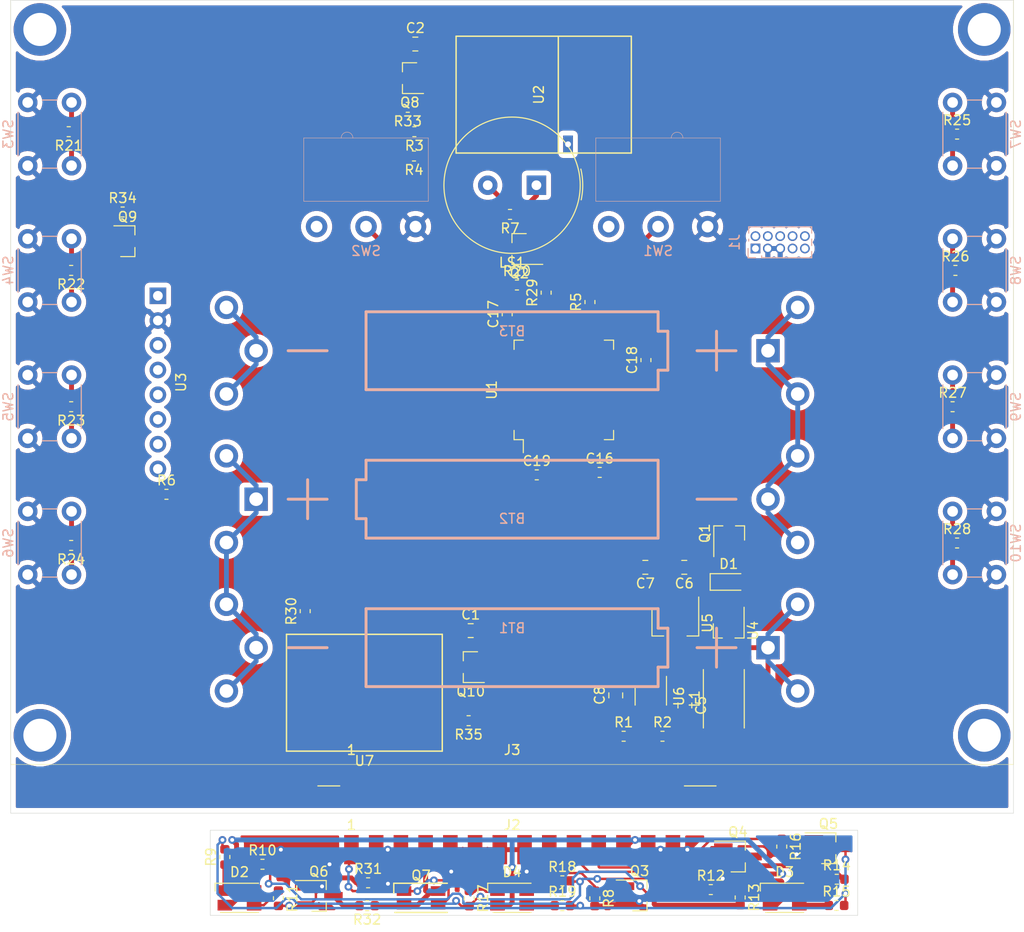
<source format=kicad_pcb>
(kicad_pcb (version 20171130) (host pcbnew 5.1.5-1.fc31)

  (general
    (thickness 1.6)
    (drawings 10)
    (tracks 393)
    (zones 0)
    (modules 84)
    (nets 101)
  )

  (page A4)
  (layers
    (0 F.Cu signal)
    (31 B.Cu signal)
    (32 B.Adhes user)
    (33 F.Adhes user)
    (34 B.Paste user)
    (35 F.Paste user)
    (36 B.SilkS user)
    (37 F.SilkS user)
    (38 B.Mask user)
    (39 F.Mask user)
    (40 Dwgs.User user)
    (41 Cmts.User user)
    (42 Eco1.User user)
    (43 Eco2.User user)
    (44 Edge.Cuts user)
    (45 Margin user)
    (46 B.CrtYd user)
    (47 F.CrtYd user)
    (48 B.Fab user)
    (49 F.Fab user)
  )

  (setup
    (last_trace_width 0.5)
    (user_trace_width 0.5)
    (trace_clearance 0.2)
    (zone_clearance 0.508)
    (zone_45_only no)
    (trace_min 0.2)
    (via_size 0.8)
    (via_drill 0.4)
    (via_min_size 0.4)
    (via_min_drill 0.3)
    (uvia_size 0.3)
    (uvia_drill 0.1)
    (uvias_allowed no)
    (uvia_min_size 0.2)
    (uvia_min_drill 0.1)
    (edge_width 0.05)
    (segment_width 0.2)
    (pcb_text_width 0.3)
    (pcb_text_size 1.5 1.5)
    (mod_edge_width 0.12)
    (mod_text_size 1 1)
    (mod_text_width 0.15)
    (pad_size 1.524 1.524)
    (pad_drill 0.762)
    (pad_to_mask_clearance 0.051)
    (solder_mask_min_width 0.25)
    (aux_axis_origin 0 0)
    (visible_elements FFFFFF7F)
    (pcbplotparams
      (layerselection 0x010fc_ffffffff)
      (usegerberextensions false)
      (usegerberattributes false)
      (usegerberadvancedattributes false)
      (creategerberjobfile false)
      (excludeedgelayer true)
      (linewidth 0.100000)
      (plotframeref false)
      (viasonmask false)
      (mode 1)
      (useauxorigin false)
      (hpglpennumber 1)
      (hpglpenspeed 20)
      (hpglpendiameter 15.000000)
      (psnegative false)
      (psa4output false)
      (plotreference true)
      (plotvalue true)
      (plotinvisibletext false)
      (padsonsilk false)
      (subtractmaskfromsilk false)
      (outputformat 1)
      (mirror false)
      (drillshape 1)
      (scaleselection 1)
      (outputdirectory ""))
  )

  (net 0 "")
  (net 1 "Net-(BT1-Pad1)")
  (net 2 "Net-(BT1-Pad2)")
  (net 3 "Net-(BT2-Pad2)")
  (net 4 "Net-(BT3-Pad2)")
  (net 5 GND)
  (net 6 "Net-(C1-Pad1)")
  (net 7 "Net-(C2-Pad1)")
  (net 8 +3V3)
  (net 9 +5V)
  (net 10 "Net-(D1-Pad1)")
  (net 11 "Net-(D2-Pad3)")
  (net 12 "Net-(D2-Pad2)")
  (net 13 "Net-(D2-Pad1)")
  (net 14 "Net-(D3-Pad3)")
  (net 15 "Net-(D3-Pad2)")
  (net 16 "Net-(D3-Pad1)")
  (net 17 "Net-(D4-Pad3)")
  (net 18 "Net-(D4-Pad2)")
  (net 19 "Net-(D4-Pad1)")
  (net 20 /~RESET)
  (net 21 "Net-(J1-Pad9)")
  (net 22 "Net-(J1-Pad8)")
  (net 23 "Net-(J1-Pad7)")
  (net 24 "Net-(J1-Pad6)")
  (net 25 /SWDCLK)
  (net 26 /SWDIO)
  (net 27 "Net-(J1-Pad1)")
  (net 28 "Net-(L1-Pad2)")
  (net 29 "Net-(LS1-Pad2)")
  (net 30 "Net-(Q2-Pad1)")
  (net 31 "Net-(Q3-Pad3)")
  (net 32 "Net-(Q4-Pad3)")
  (net 33 "Net-(Q5-Pad3)")
  (net 34 "Net-(Q6-Pad3)")
  (net 35 /NRF_~PWR)
  (net 36 "Net-(Q9-Pad2)")
  (net 37 /DISP_~PWR)
  (net 38 /BME_~PWR)
  (net 39 "Net-(R1-Pad2)")
  (net 40 "Net-(R3-Pad1)")
  (net 41 "Net-(R4-Pad2)")
  (net 42 "Net-(R6-Pad1)")
  (net 43 "Net-(R20-Pad2)")
  (net 44 "Net-(R21-Pad2)")
  (net 45 "Net-(R22-Pad2)")
  (net 46 "Net-(R23-Pad2)")
  (net 47 "Net-(R24-Pad2)")
  (net 48 "Net-(R25-Pad2)")
  (net 49 "Net-(R26-Pad2)")
  (net 50 "Net-(R27-Pad2)")
  (net 51 "Net-(R28-Pad2)")
  (net 52 "Net-(R30-Pad1)")
  (net 53 "Net-(U1-Pad39)")
  (net 54 "Net-(U1-Pad38)")
  (net 55 "Net-(U1-Pad37)")
  (net 56 "Net-(U1-Pad36)")
  (net 57 "Net-(U1-Pad33)")
  (net 58 "Net-(U1-Pad32)")
  (net 59 "Net-(U1-Pad24)")
  (net 60 "/Power Supply/EN_5V")
  (net 61 "Net-(U1-Pad8)")
  (net 62 "Net-(U1-Pad7)")
  (net 63 "Net-(U1-Pad6)")
  (net 64 "Net-(U1-Pad5)")
  (net 65 /RED)
  (net 66 /GREEN)
  (net 67 /BLUE)
  (net 68 /EN_ALS)
  (net 69 /ALS)
  (net 70 /NRF_MISO)
  (net 71 /NRF_~IRQ)
  (net 72 /BUZZER)
  (net 73 /DISP_~BUSY)
  (net 74 /SW_L1)
  (net 75 /SW_L2)
  (net 76 /SW_L3)
  (net 77 /SW_L4)
  (net 78 /SW_R1)
  (net 79 /SW_R2)
  (net 80 /SW_R3)
  (net 81 /SW_R4)
  (net 82 /SW_TOP)
  (net 83 "Net-(U1-Pad57)")
  (net 84 "Net-(U1-Pad21)")
  (net 85 "Net-(U1-Pad20)")
  (net 86 "Net-(U1-Pad12)")
  (net 87 "Net-(U1-Pad11)")
  (net 88 /NRF_MOSI)
  (net 89 /NRF_SCK)
  (net 90 /NRF_~CS)
  (net 91 /NRF_CE)
  (net 92 /DISP_~RST)
  (net 93 /DISP_D~C)
  (net 94 /DISP_~CS)
  (net 95 /BME_~CS)
  (net 96 /BME_SCK)
  (net 97 /BME_MISO)
  (net 98 /BME_MOSI)
  (net 99 "Net-(U1-Pad41)")
  (net 100 "Net-(U1-Pad40)")

  (net_class Default "Dies ist die voreingestellte Netzklasse."
    (clearance 0.2)
    (trace_width 0.25)
    (via_dia 0.8)
    (via_drill 0.4)
    (uvia_dia 0.3)
    (uvia_drill 0.1)
    (add_net +3V3)
    (add_net +5V)
    (add_net /ALS)
    (add_net /BLUE)
    (add_net /BME_MISO)
    (add_net /BME_MOSI)
    (add_net /BME_SCK)
    (add_net /BME_~CS)
    (add_net /BME_~PWR)
    (add_net /BUZZER)
    (add_net /DISP_D~C)
    (add_net /DISP_~BUSY)
    (add_net /DISP_~CS)
    (add_net /DISP_~PWR)
    (add_net /DISP_~RST)
    (add_net /EN_ALS)
    (add_net /GREEN)
    (add_net /NRF_CE)
    (add_net /NRF_MISO)
    (add_net /NRF_MOSI)
    (add_net /NRF_SCK)
    (add_net /NRF_~CS)
    (add_net /NRF_~IRQ)
    (add_net /NRF_~PWR)
    (add_net "/Power Supply/EN_5V")
    (add_net /RED)
    (add_net /SWDCLK)
    (add_net /SWDIO)
    (add_net /SW_L1)
    (add_net /SW_L2)
    (add_net /SW_L3)
    (add_net /SW_L4)
    (add_net /SW_R1)
    (add_net /SW_R2)
    (add_net /SW_R3)
    (add_net /SW_R4)
    (add_net /SW_TOP)
    (add_net /~RESET)
    (add_net GND)
    (add_net "Net-(BT1-Pad1)")
    (add_net "Net-(BT1-Pad2)")
    (add_net "Net-(BT2-Pad2)")
    (add_net "Net-(BT3-Pad2)")
    (add_net "Net-(C1-Pad1)")
    (add_net "Net-(C2-Pad1)")
    (add_net "Net-(D1-Pad1)")
    (add_net "Net-(D2-Pad1)")
    (add_net "Net-(D2-Pad2)")
    (add_net "Net-(D2-Pad3)")
    (add_net "Net-(D3-Pad1)")
    (add_net "Net-(D3-Pad2)")
    (add_net "Net-(D3-Pad3)")
    (add_net "Net-(D4-Pad1)")
    (add_net "Net-(D4-Pad2)")
    (add_net "Net-(D4-Pad3)")
    (add_net "Net-(J1-Pad1)")
    (add_net "Net-(J1-Pad6)")
    (add_net "Net-(J1-Pad7)")
    (add_net "Net-(J1-Pad8)")
    (add_net "Net-(J1-Pad9)")
    (add_net "Net-(L1-Pad2)")
    (add_net "Net-(LS1-Pad2)")
    (add_net "Net-(Q2-Pad1)")
    (add_net "Net-(Q3-Pad3)")
    (add_net "Net-(Q4-Pad3)")
    (add_net "Net-(Q5-Pad3)")
    (add_net "Net-(Q6-Pad3)")
    (add_net "Net-(Q9-Pad2)")
    (add_net "Net-(R1-Pad2)")
    (add_net "Net-(R20-Pad2)")
    (add_net "Net-(R21-Pad2)")
    (add_net "Net-(R22-Pad2)")
    (add_net "Net-(R23-Pad2)")
    (add_net "Net-(R24-Pad2)")
    (add_net "Net-(R25-Pad2)")
    (add_net "Net-(R26-Pad2)")
    (add_net "Net-(R27-Pad2)")
    (add_net "Net-(R28-Pad2)")
    (add_net "Net-(R3-Pad1)")
    (add_net "Net-(R30-Pad1)")
    (add_net "Net-(R4-Pad2)")
    (add_net "Net-(R6-Pad1)")
    (add_net "Net-(U1-Pad11)")
    (add_net "Net-(U1-Pad12)")
    (add_net "Net-(U1-Pad20)")
    (add_net "Net-(U1-Pad21)")
    (add_net "Net-(U1-Pad24)")
    (add_net "Net-(U1-Pad32)")
    (add_net "Net-(U1-Pad33)")
    (add_net "Net-(U1-Pad36)")
    (add_net "Net-(U1-Pad37)")
    (add_net "Net-(U1-Pad38)")
    (add_net "Net-(U1-Pad39)")
    (add_net "Net-(U1-Pad40)")
    (add_net "Net-(U1-Pad41)")
    (add_net "Net-(U1-Pad5)")
    (add_net "Net-(U1-Pad57)")
    (add_net "Net-(U1-Pad6)")
    (add_net "Net-(U1-Pad7)")
    (add_net "Net-(U1-Pad8)")
  )

  (module footprints:Pin_Header_Side_1x14_Pitch2.54mm_SMD (layer F.Cu) (tedit 5E7A229D) (tstamp 5E91ACA3)
    (at 120.01 120.3)
    (path /5E912A1E)
    (fp_text reference J3 (at 0 -2.54) (layer F.SilkS)
      (effects (font (size 1 1) (thickness 0.15)))
    )
    (fp_text value Conn_01x14_Male (at 0 2.54) (layer F.Fab)
      (effects (font (size 1 1) (thickness 0.15)))
    )
    (fp_text user 1 (at -16.51 -2.54) (layer F.SilkS)
      (effects (font (size 1 1) (thickness 0.15)))
    )
    (pad 14 smd rect (at 16.51 0) (size 1.5 3) (layers F.Cu F.Paste F.Mask)
      (net 5 GND))
    (pad 13 smd rect (at 13.97 0) (size 1.5 3) (layers F.Cu F.Paste F.Mask)
      (net 5 GND))
    (pad 12 smd rect (at 11.43 0) (size 1.5 3) (layers F.Cu F.Paste F.Mask)
      (net 9 +5V))
    (pad 11 smd rect (at 8.89 0) (size 1.5 3) (layers F.Cu F.Paste F.Mask)
      (net 67 /BLUE))
    (pad 10 smd rect (at 6.35 0) (size 1.5 3) (layers F.Cu F.Paste F.Mask)
      (net 66 /GREEN))
    (pad 9 smd rect (at 3.81 0) (size 1.5 3) (layers F.Cu F.Paste F.Mask)
      (net 65 /RED))
    (pad 8 smd rect (at 1.27 0) (size 1.5 3) (layers F.Cu F.Paste F.Mask)
      (net 5 GND))
    (pad 7 smd rect (at -1.27 0) (size 1.5 3) (layers F.Cu F.Paste F.Mask)
      (net 5 GND))
    (pad 6 smd rect (at -3.81 0) (size 1.5 3) (layers F.Cu F.Paste F.Mask)
      (net 5 GND))
    (pad 5 smd rect (at -6.35 0) (size 1.5 3) (layers F.Cu F.Paste F.Mask)
      (net 5 GND))
    (pad 4 smd rect (at -8.89 0) (size 1.5 3) (layers F.Cu F.Paste F.Mask)
      (net 69 /ALS))
    (pad 3 smd rect (at -11.43 0) (size 1.5 3) (layers F.Cu F.Paste F.Mask)
      (net 68 /EN_ALS))
    (pad 2 smd rect (at -13.97 0) (size 1.5 3) (layers F.Cu F.Paste F.Mask)
      (net 5 GND))
    (pad 1 smd rect (at -16.51 0) (size 1.5 3) (layers F.Cu F.Paste F.Mask)
      (net 8 +3V3))
  )

  (module footprints:Pin_Header_Side_1x14_Pitch2.54mm_SMD (layer F.Cu) (tedit 5E7A229D) (tstamp 5E90C3C0)
    (at 120.01 128)
    (path /5E917197)
    (fp_text reference J2 (at 0 -2.54) (layer F.SilkS)
      (effects (font (size 1 1) (thickness 0.15)))
    )
    (fp_text value Conn_01x14_Male (at 0 2.54) (layer F.Fab)
      (effects (font (size 1 1) (thickness 0.15)))
    )
    (fp_text user 1 (at -16.51 -2.54) (layer F.SilkS)
      (effects (font (size 1 1) (thickness 0.15)))
    )
    (pad 14 smd rect (at 16.51 0) (size 1.5 3) (layers F.Cu F.Paste F.Mask)
      (net 5 GND))
    (pad 13 smd rect (at 13.97 0) (size 1.5 3) (layers F.Cu F.Paste F.Mask)
      (net 5 GND))
    (pad 12 smd rect (at 11.43 0) (size 1.5 3) (layers F.Cu F.Paste F.Mask)
      (net 9 +5V))
    (pad 11 smd rect (at 8.89 0) (size 1.5 3) (layers F.Cu F.Paste F.Mask)
      (net 67 /BLUE))
    (pad 10 smd rect (at 6.35 0) (size 1.5 3) (layers F.Cu F.Paste F.Mask)
      (net 66 /GREEN))
    (pad 9 smd rect (at 3.81 0) (size 1.5 3) (layers F.Cu F.Paste F.Mask)
      (net 65 /RED))
    (pad 8 smd rect (at 1.27 0) (size 1.5 3) (layers F.Cu F.Paste F.Mask)
      (net 5 GND))
    (pad 7 smd rect (at -1.27 0) (size 1.5 3) (layers F.Cu F.Paste F.Mask)
      (net 5 GND))
    (pad 6 smd rect (at -3.81 0) (size 1.5 3) (layers F.Cu F.Paste F.Mask)
      (net 5 GND))
    (pad 5 smd rect (at -6.35 0) (size 1.5 3) (layers F.Cu F.Paste F.Mask)
      (net 5 GND))
    (pad 4 smd rect (at -8.89 0) (size 1.5 3) (layers F.Cu F.Paste F.Mask)
      (net 69 /ALS))
    (pad 3 smd rect (at -11.43 0) (size 1.5 3) (layers F.Cu F.Paste F.Mask)
      (net 68 /EN_ALS))
    (pad 2 smd rect (at -13.97 0) (size 1.5 3) (layers F.Cu F.Paste F.Mask)
      (net 5 GND))
    (pad 1 smd rect (at -16.51 0) (size 1.5 3) (layers F.Cu F.Paste F.Mask)
      (net 8 +3V3))
  )

  (module Capacitor_SMD:C_0603_1608Metric (layer F.Cu) (tedit 5B301BBE) (tstamp 5E8E1EE5)
    (at 119.5 73 90)
    (descr "Capacitor SMD 0603 (1608 Metric), square (rectangular) end terminal, IPC_7351 nominal, (Body size source: http://www.tortai-tech.com/upload/download/2011102023233369053.pdf), generated with kicad-footprint-generator")
    (tags capacitor)
    (path /5C4A5633)
    (attr smd)
    (fp_text reference C17 (at 0 -1.43 90) (layer F.SilkS)
      (effects (font (size 1 1) (thickness 0.15)))
    )
    (fp_text value 0.1uF/6.3V (at 0 1.43 90) (layer F.Fab)
      (effects (font (size 1 1) (thickness 0.15)))
    )
    (fp_text user %R (at 0 0 90) (layer F.Fab)
      (effects (font (size 0.4 0.4) (thickness 0.06)))
    )
    (fp_line (start 1.48 0.73) (end -1.48 0.73) (layer F.CrtYd) (width 0.05))
    (fp_line (start 1.48 -0.73) (end 1.48 0.73) (layer F.CrtYd) (width 0.05))
    (fp_line (start -1.48 -0.73) (end 1.48 -0.73) (layer F.CrtYd) (width 0.05))
    (fp_line (start -1.48 0.73) (end -1.48 -0.73) (layer F.CrtYd) (width 0.05))
    (fp_line (start -0.162779 0.51) (end 0.162779 0.51) (layer F.SilkS) (width 0.12))
    (fp_line (start -0.162779 -0.51) (end 0.162779 -0.51) (layer F.SilkS) (width 0.12))
    (fp_line (start 0.8 0.4) (end -0.8 0.4) (layer F.Fab) (width 0.1))
    (fp_line (start 0.8 -0.4) (end 0.8 0.4) (layer F.Fab) (width 0.1))
    (fp_line (start -0.8 -0.4) (end 0.8 -0.4) (layer F.Fab) (width 0.1))
    (fp_line (start -0.8 0.4) (end -0.8 -0.4) (layer F.Fab) (width 0.1))
    (pad 2 smd roundrect (at 0.7875 0 90) (size 0.875 0.95) (layers F.Cu F.Paste F.Mask) (roundrect_rratio 0.25)
      (net 5 GND))
    (pad 1 smd roundrect (at -0.7875 0 90) (size 0.875 0.95) (layers F.Cu F.Paste F.Mask) (roundrect_rratio 0.25)
      (net 8 +3V3))
    (model ${KISYS3DMOD}/Capacitor_SMD.3dshapes/C_0603_1608Metric.wrl
      (at (xyz 0 0 0))
      (scale (xyz 1 1 1))
      (rotate (xyz 0 0 0))
    )
  )

  (module footprints:Battery_Keystone_590_596_1xAA (layer B.Cu) (tedit 5E8F4FA2) (tstamp 5E8FCBAF)
    (at 120 76.75)
    (path /5C043AB7/5EE44377)
    (fp_text reference BT3 (at 0 -2) (layer B.SilkS)
      (effects (font (size 1 1) (thickness 0.15)) (justify mirror))
    )
    (fp_text value NiMH (at 0 1.5) (layer B.Fab)
      (effects (font (size 1 1) (thickness 0.15)) (justify mirror))
    )
    (fp_line (start 33 7.5) (end -33 7.5) (layer B.CrtYd) (width 0.12))
    (fp_line (start 33 -7.5) (end 33 7.5) (layer B.CrtYd) (width 0.12))
    (fp_line (start -33 -7.5) (end 33 -7.5) (layer B.CrtYd) (width 0.12))
    (fp_line (start -33 7.5) (end -33 -7.5) (layer B.CrtYd) (width 0.12))
    (fp_line (start 15 4) (end -15 4) (layer B.SilkS) (width 0.3))
    (fp_line (start 15 2) (end 15 4) (layer B.SilkS) (width 0.3))
    (fp_line (start 16 2) (end 15 2) (layer B.SilkS) (width 0.3))
    (fp_line (start 16 -2) (end 16 2) (layer B.SilkS) (width 0.3))
    (fp_line (start 15 -2) (end 16 -2) (layer B.SilkS) (width 0.3))
    (fp_line (start 15 -4) (end 15 -2) (layer B.SilkS) (width 0.3))
    (fp_line (start -15 -4) (end 15 -4) (layer B.SilkS) (width 0.3))
    (fp_line (start -15 4) (end -15 -4) (layer B.SilkS) (width 0.3))
    (fp_line (start 21 2) (end 21 -2) (layer B.SilkS) (width 0.3))
    (fp_line (start 23 0) (end 19 0) (layer B.SilkS) (width 0.3))
    (fp_line (start -23 0) (end -19 0) (layer B.SilkS) (width 0.3))
    (pad 2 thru_hole circle (at -29.34 -4.45) (size 2.4 2.4) (drill 1.4) (layers *.Cu *.Mask)
      (net 4 "Net-(BT3-Pad2)"))
    (pad 2 thru_hole circle (at -29.34 4.45) (size 2.4 2.4) (drill 1.4) (layers *.Cu *.Mask)
      (net 4 "Net-(BT3-Pad2)"))
    (pad 2 thru_hole circle (at -26.29 0) (size 2.4 2.4) (drill 1.4) (layers *.Cu *.Mask)
      (net 4 "Net-(BT3-Pad2)"))
    (pad 1 thru_hole circle (at 29.34 -4.45) (size 2.4 2.4) (drill 1.4) (layers *.Cu *.Mask)
      (net 3 "Net-(BT2-Pad2)"))
    (pad 1 thru_hole circle (at 29.34 4.45) (size 2.4 2.4) (drill 1.4) (layers *.Cu *.Mask)
      (net 3 "Net-(BT2-Pad2)"))
    (pad 1 thru_hole rect (at 26.29 0) (size 2.4 2.4) (drill 1.4) (layers *.Cu *.Mask)
      (net 3 "Net-(BT2-Pad2)"))
  )

  (module footprints:Battery_Keystone_590_596_1xAA (layer B.Cu) (tedit 5E8F4FA2) (tstamp 5E8E1E44)
    (at 120 92 180)
    (path /5C043AB7/5EE43EF0)
    (fp_text reference BT2 (at 0 -2) (layer B.SilkS)
      (effects (font (size 1 1) (thickness 0.15)) (justify mirror))
    )
    (fp_text value NiMH (at 0 1.5) (layer B.Fab)
      (effects (font (size 1 1) (thickness 0.15)) (justify mirror))
    )
    (fp_line (start 33 7.5) (end -33 7.5) (layer B.CrtYd) (width 0.12))
    (fp_line (start 33 -7.5) (end 33 7.5) (layer B.CrtYd) (width 0.12))
    (fp_line (start -33 -7.5) (end 33 -7.5) (layer B.CrtYd) (width 0.12))
    (fp_line (start -33 7.5) (end -33 -7.5) (layer B.CrtYd) (width 0.12))
    (fp_line (start 15 4) (end -15 4) (layer B.SilkS) (width 0.3))
    (fp_line (start 15 2) (end 15 4) (layer B.SilkS) (width 0.3))
    (fp_line (start 16 2) (end 15 2) (layer B.SilkS) (width 0.3))
    (fp_line (start 16 -2) (end 16 2) (layer B.SilkS) (width 0.3))
    (fp_line (start 15 -2) (end 16 -2) (layer B.SilkS) (width 0.3))
    (fp_line (start 15 -4) (end 15 -2) (layer B.SilkS) (width 0.3))
    (fp_line (start -15 -4) (end 15 -4) (layer B.SilkS) (width 0.3))
    (fp_line (start -15 4) (end -15 -4) (layer B.SilkS) (width 0.3))
    (fp_line (start 21 2) (end 21 -2) (layer B.SilkS) (width 0.3))
    (fp_line (start 23 0) (end 19 0) (layer B.SilkS) (width 0.3))
    (fp_line (start -23 0) (end -19 0) (layer B.SilkS) (width 0.3))
    (pad 2 thru_hole circle (at -29.34 -4.45 180) (size 2.4 2.4) (drill 1.4) (layers *.Cu *.Mask)
      (net 3 "Net-(BT2-Pad2)"))
    (pad 2 thru_hole circle (at -29.34 4.45 180) (size 2.4 2.4) (drill 1.4) (layers *.Cu *.Mask)
      (net 3 "Net-(BT2-Pad2)"))
    (pad 2 thru_hole circle (at -26.29 0 180) (size 2.4 2.4) (drill 1.4) (layers *.Cu *.Mask)
      (net 3 "Net-(BT2-Pad2)"))
    (pad 1 thru_hole circle (at 29.34 -4.45 180) (size 2.4 2.4) (drill 1.4) (layers *.Cu *.Mask)
      (net 2 "Net-(BT1-Pad2)"))
    (pad 1 thru_hole circle (at 29.34 4.45 180) (size 2.4 2.4) (drill 1.4) (layers *.Cu *.Mask)
      (net 2 "Net-(BT1-Pad2)"))
    (pad 1 thru_hole rect (at 26.29 0 180) (size 2.4 2.4) (drill 1.4) (layers *.Cu *.Mask)
      (net 2 "Net-(BT1-Pad2)"))
  )

  (module footprints:Battery_Keystone_590_596_1xAA (layer B.Cu) (tedit 5E8F4FA2) (tstamp 5E8E1E2B)
    (at 120 107.25)
    (path /5C043AB7/5EE43BC8)
    (fp_text reference BT1 (at 0 -2) (layer B.SilkS)
      (effects (font (size 1 1) (thickness 0.15)) (justify mirror))
    )
    (fp_text value NiMH (at 0 1.5) (layer B.Fab)
      (effects (font (size 1 1) (thickness 0.15)) (justify mirror))
    )
    (fp_line (start 33 7.5) (end -33 7.5) (layer B.CrtYd) (width 0.12))
    (fp_line (start 33 -7.5) (end 33 7.5) (layer B.CrtYd) (width 0.12))
    (fp_line (start -33 -7.5) (end 33 -7.5) (layer B.CrtYd) (width 0.12))
    (fp_line (start -33 7.5) (end -33 -7.5) (layer B.CrtYd) (width 0.12))
    (fp_line (start 15 4) (end -15 4) (layer B.SilkS) (width 0.3))
    (fp_line (start 15 2) (end 15 4) (layer B.SilkS) (width 0.3))
    (fp_line (start 16 2) (end 15 2) (layer B.SilkS) (width 0.3))
    (fp_line (start 16 -2) (end 16 2) (layer B.SilkS) (width 0.3))
    (fp_line (start 15 -2) (end 16 -2) (layer B.SilkS) (width 0.3))
    (fp_line (start 15 -4) (end 15 -2) (layer B.SilkS) (width 0.3))
    (fp_line (start -15 -4) (end 15 -4) (layer B.SilkS) (width 0.3))
    (fp_line (start -15 4) (end -15 -4) (layer B.SilkS) (width 0.3))
    (fp_line (start 21 2) (end 21 -2) (layer B.SilkS) (width 0.3))
    (fp_line (start 23 0) (end 19 0) (layer B.SilkS) (width 0.3))
    (fp_line (start -23 0) (end -19 0) (layer B.SilkS) (width 0.3))
    (pad 2 thru_hole circle (at -29.34 -4.45) (size 2.4 2.4) (drill 1.4) (layers *.Cu *.Mask)
      (net 2 "Net-(BT1-Pad2)"))
    (pad 2 thru_hole circle (at -29.34 4.45) (size 2.4 2.4) (drill 1.4) (layers *.Cu *.Mask)
      (net 2 "Net-(BT1-Pad2)"))
    (pad 2 thru_hole circle (at -26.29 0) (size 2.4 2.4) (drill 1.4) (layers *.Cu *.Mask)
      (net 2 "Net-(BT1-Pad2)"))
    (pad 1 thru_hole circle (at 29.34 -4.45) (size 2.4 2.4) (drill 1.4) (layers *.Cu *.Mask)
      (net 1 "Net-(BT1-Pad1)"))
    (pad 1 thru_hole circle (at 29.34 4.45) (size 2.4 2.4) (drill 1.4) (layers *.Cu *.Mask)
      (net 1 "Net-(BT1-Pad1)"))
    (pad 1 thru_hole rect (at 26.29 0) (size 2.4 2.4) (drill 1.4) (layers *.Cu *.Mask)
      (net 1 "Net-(BT1-Pad1)"))
  )

  (module footprints:GY-B11_EP_280_SMD (layer F.Cu) (tedit 5E7A31C0) (tstamp 5E90C843)
    (at 104.83 111.88 180)
    (path /5E937ACB/5E978131)
    (attr smd)
    (fp_text reference U7 (at 0 -7) (layer F.SilkS)
      (effects (font (size 1 1) (thickness 0.15)))
    )
    (fp_text value GY-B11_EP_280 (at 0 7) (layer F.Fab)
      (effects (font (size 1 1) (thickness 0.15)))
    )
    (fp_line (start 8.2 -6.2) (end -8.2 -6.2) (layer F.CrtYd) (width 0.12))
    (fp_line (start 8.2 6.2) (end 8.2 -6.2) (layer F.CrtYd) (width 0.12))
    (fp_line (start -8.2 6.2) (end 8.2 6.2) (layer F.CrtYd) (width 0.12))
    (fp_line (start -8.2 -6.2) (end -8.2 6.2) (layer F.CrtYd) (width 0.12))
    (fp_line (start 8 -6) (end -8 -6) (layer F.SilkS) (width 0.15))
    (fp_line (start 8 6) (end 8 -6) (layer F.SilkS) (width 0.15))
    (fp_line (start -8 6) (end 8 6) (layer F.SilkS) (width 0.15))
    (fp_line (start -8 -6) (end -8 6) (layer F.SilkS) (width 0.15))
    (pad "" smd circle (at -5.08 -2.62 180) (size 5 5) (layers F.Cu F.Paste F.Mask))
    (pad "" smd circle (at 5.08 -2.62 180) (size 5 5) (layers F.Cu F.Paste F.Mask))
    (pad 1 smd rect (at -6.35 5 180) (size 2 2) (layers F.Cu F.Paste F.Mask)
      (net 6 "Net-(C1-Pad1)"))
    (pad 6 smd circle (at 6.35 5 180) (size 2 2) (layers F.Cu F.Paste F.Mask)
      (net 52 "Net-(R30-Pad1)"))
    (pad 5 smd circle (at 3.81 5 180) (size 2 2) (layers F.Cu F.Paste F.Mask)
      (net 95 /BME_~CS))
    (pad 4 smd circle (at 1.27 5 180) (size 2 2) (layers F.Cu F.Paste F.Mask)
      (net 98 /BME_MOSI))
    (pad 3 smd circle (at -1.27 5 180) (size 2 2) (layers F.Cu F.Paste F.Mask)
      (net 96 /BME_SCK))
    (pad 2 smd circle (at -3.73 5 180) (size 2 2) (layers F.Cu F.Paste F.Mask)
      (net 5 GND))
  )

  (module Package_TO_SOT_SMD:SOT-23-6_Handsoldering (layer F.Cu) (tedit 5A02FF57) (tstamp 5E8E24D0)
    (at 134.25 112.25 270)
    (descr "6-pin SOT-23 package, Handsoldering")
    (tags "SOT-23-6 Handsoldering")
    (path /5C043AB7/5C04CA8E)
    (attr smd)
    (fp_text reference U6 (at 0 -2.9 90) (layer F.SilkS)
      (effects (font (size 1 1) (thickness 0.15)))
    )
    (fp_text value MCP1640T-I/CHY (at 0 2.9 90) (layer F.Fab)
      (effects (font (size 1 1) (thickness 0.15)))
    )
    (fp_line (start 0.9 -1.55) (end 0.9 1.55) (layer F.Fab) (width 0.1))
    (fp_line (start 0.9 1.55) (end -0.9 1.55) (layer F.Fab) (width 0.1))
    (fp_line (start -0.9 -0.9) (end -0.9 1.55) (layer F.Fab) (width 0.1))
    (fp_line (start 0.9 -1.55) (end -0.25 -1.55) (layer F.Fab) (width 0.1))
    (fp_line (start -0.9 -0.9) (end -0.25 -1.55) (layer F.Fab) (width 0.1))
    (fp_line (start -2.4 -1.8) (end 2.4 -1.8) (layer F.CrtYd) (width 0.05))
    (fp_line (start 2.4 -1.8) (end 2.4 1.8) (layer F.CrtYd) (width 0.05))
    (fp_line (start 2.4 1.8) (end -2.4 1.8) (layer F.CrtYd) (width 0.05))
    (fp_line (start -2.4 1.8) (end -2.4 -1.8) (layer F.CrtYd) (width 0.05))
    (fp_line (start 0.9 -1.61) (end -2.05 -1.61) (layer F.SilkS) (width 0.12))
    (fp_line (start -0.9 1.61) (end 0.9 1.61) (layer F.SilkS) (width 0.12))
    (fp_text user %R (at 0 0) (layer F.Fab)
      (effects (font (size 0.5 0.5) (thickness 0.075)))
    )
    (pad 5 smd rect (at 1.35 0 270) (size 1.56 0.65) (layers F.Cu F.Paste F.Mask)
      (net 9 +5V))
    (pad 6 smd rect (at 1.35 -0.95 270) (size 1.56 0.65) (layers F.Cu F.Paste F.Mask)
      (net 1 "Net-(BT1-Pad1)"))
    (pad 4 smd rect (at 1.35 0.95 270) (size 1.56 0.65) (layers F.Cu F.Paste F.Mask)
      (net 39 "Net-(R1-Pad2)"))
    (pad 3 smd rect (at -1.35 0.95 270) (size 1.56 0.65) (layers F.Cu F.Paste F.Mask)
      (net 60 "/Power Supply/EN_5V"))
    (pad 2 smd rect (at -1.35 0 270) (size 1.56 0.65) (layers F.Cu F.Paste F.Mask)
      (net 5 GND))
    (pad 1 smd rect (at -1.35 -0.95 270) (size 1.56 0.65) (layers F.Cu F.Paste F.Mask)
      (net 28 "Net-(L1-Pad2)"))
    (model ${KISYS3DMOD}/Package_TO_SOT_SMD.3dshapes/SOT-23-6.wrl
      (at (xyz 0 0 0))
      (scale (xyz 1 1 1))
      (rotate (xyz 0 0 0))
    )
  )

  (module Package_TO_SOT_SMD:SOT-89-3_Handsoldering (layer F.Cu) (tedit 5A02FF57) (tstamp 5E8E24BA)
    (at 136.77 104.27 270)
    (descr "SOT-89-3 Handsoldering")
    (tags "SOT-89-3 Handsoldering")
    (path /5C043AB7/5C04B605)
    (attr smd)
    (fp_text reference U5 (at 0.45 -3.3 90) (layer F.SilkS)
      (effects (font (size 1 1) (thickness 0.15)))
    )
    (fp_text value MCP1700-3302E_SOT89 (at 0.5 3.15 90) (layer F.Fab)
      (effects (font (size 1 1) (thickness 0.15)))
    )
    (fp_line (start -0.13 -2.3) (end 1.68 -2.3) (layer F.Fab) (width 0.1))
    (fp_line (start -0.92 2.3) (end -0.92 -1.51) (layer F.Fab) (width 0.1))
    (fp_line (start 1.68 2.3) (end -0.92 2.3) (layer F.Fab) (width 0.1))
    (fp_line (start 1.68 -2.3) (end 1.68 2.3) (layer F.Fab) (width 0.1))
    (fp_line (start -0.92 -1.51) (end -0.13 -2.3) (layer F.Fab) (width 0.1))
    (fp_line (start 1.78 -2.4) (end 1.78 -1.2) (layer F.SilkS) (width 0.12))
    (fp_line (start -2.22 -2.4) (end 1.78 -2.4) (layer F.SilkS) (width 0.12))
    (fp_line (start 1.78 2.4) (end -0.92 2.4) (layer F.SilkS) (width 0.12))
    (fp_line (start 1.78 1.2) (end 1.78 2.4) (layer F.SilkS) (width 0.12))
    (fp_line (start -3.5 -2.55) (end -3.5 2.55) (layer F.CrtYd) (width 0.05))
    (fp_line (start 4.25 -2.55) (end -3.5 -2.55) (layer F.CrtYd) (width 0.05))
    (fp_line (start 4.25 2.55) (end 4.25 -2.55) (layer F.CrtYd) (width 0.05))
    (fp_line (start -3.5 2.55) (end 4.25 2.55) (layer F.CrtYd) (width 0.05))
    (fp_text user %R (at 0.38 0) (layer F.Fab)
      (effects (font (size 0.6 0.6) (thickness 0.09)))
    )
    (pad 2 smd trapezoid (at -0.37 0) (size 1.5 0.75) (rect_delta 0 0.5 ) (layers F.Cu F.Paste F.Mask)
      (net 1 "Net-(BT1-Pad1)"))
    (pad 2 smd rect (at 1.98 0 180) (size 2 4) (layers F.Cu F.Paste F.Mask)
      (net 1 "Net-(BT1-Pad1)"))
    (pad 3 smd rect (at -1.98 1.5 180) (size 1 2.5) (layers F.Cu F.Paste F.Mask)
      (net 8 +3V3))
    (pad 2 smd rect (at -1.98 0 180) (size 1 2.5) (layers F.Cu F.Paste F.Mask)
      (net 1 "Net-(BT1-Pad1)"))
    (pad 1 smd rect (at -1.98 -1.5 180) (size 1 2.5) (layers F.Cu F.Paste F.Mask)
      (net 5 GND))
    (model ${KISYS3DMOD}/Package_TO_SOT_SMD.3dshapes/SOT-89-3.wrl
      (at (xyz 0 0 0))
      (scale (xyz 1 1 1))
      (rotate (xyz 0 0 0))
    )
  )

  (module Package_TO_SOT_SMD:SOT-23_Handsoldering (layer F.Cu) (tedit 5A0AB76C) (tstamp 5E8E24A3)
    (at 142.25 105.5 270)
    (descr "SOT-23, Handsoldering")
    (tags SOT-23)
    (path /5C043AB7/5C04AEDD)
    (attr smd)
    (fp_text reference U4 (at 0 -2.5 90) (layer F.SilkS)
      (effects (font (size 1 1) (thickness 0.15)))
    )
    (fp_text value TPS3839K33DBZR (at 0 2.5 90) (layer F.Fab)
      (effects (font (size 1 1) (thickness 0.15)))
    )
    (fp_line (start 0.76 1.58) (end -0.7 1.58) (layer F.SilkS) (width 0.12))
    (fp_line (start -0.7 1.52) (end 0.7 1.52) (layer F.Fab) (width 0.1))
    (fp_line (start 0.7 -1.52) (end 0.7 1.52) (layer F.Fab) (width 0.1))
    (fp_line (start -0.7 -0.95) (end -0.15 -1.52) (layer F.Fab) (width 0.1))
    (fp_line (start -0.15 -1.52) (end 0.7 -1.52) (layer F.Fab) (width 0.1))
    (fp_line (start -0.7 -0.95) (end -0.7 1.5) (layer F.Fab) (width 0.1))
    (fp_line (start 0.76 -1.58) (end -2.4 -1.58) (layer F.SilkS) (width 0.12))
    (fp_line (start -2.7 1.75) (end -2.7 -1.75) (layer F.CrtYd) (width 0.05))
    (fp_line (start 2.7 1.75) (end -2.7 1.75) (layer F.CrtYd) (width 0.05))
    (fp_line (start 2.7 -1.75) (end 2.7 1.75) (layer F.CrtYd) (width 0.05))
    (fp_line (start -2.7 -1.75) (end 2.7 -1.75) (layer F.CrtYd) (width 0.05))
    (fp_line (start 0.76 -1.58) (end 0.76 -0.65) (layer F.SilkS) (width 0.12))
    (fp_line (start 0.76 1.58) (end 0.76 0.65) (layer F.SilkS) (width 0.12))
    (fp_text user %R (at 0 0) (layer F.Fab)
      (effects (font (size 0.5 0.5) (thickness 0.075)))
    )
    (pad 3 smd rect (at 1.5 0 270) (size 1.9 0.8) (layers F.Cu F.Paste F.Mask)
      (net 1 "Net-(BT1-Pad1)"))
    (pad 2 smd rect (at -1.5 0.95 270) (size 1.9 0.8) (layers F.Cu F.Paste F.Mask)
      (net 10 "Net-(D1-Pad1)"))
    (pad 1 smd rect (at -1.5 -0.95 270) (size 1.9 0.8) (layers F.Cu F.Paste F.Mask)
      (net 4 "Net-(BT3-Pad2)"))
    (model ${KISYS3DMOD}/Package_TO_SOT_SMD.3dshapes/SOT-23.wrl
      (at (xyz 0 0 0))
      (scale (xyz 1 1 1))
      (rotate (xyz 0 0 0))
    )
  )

  (module footprints:Waveshare_4.2_EInk_Module (layer F.Cu) (tedit 5E8E0B95) (tstamp 5E8E248E)
    (at 120 80)
    (path /5E98FCAF/5EB45643)
    (fp_text reference U3 (at -34 0 90) (layer F.SilkS)
      (effects (font (size 1 1) (thickness 0.15)))
    )
    (fp_text value Waveshare_4.2_EInk_Module (at -32.25 0 270) (layer F.Fab)
      (effects (font (size 1 1) (thickness 0.15)))
    )
    (fp_text user "keep out" (at -45 0 90) (layer F.Fab)
      (effects (font (size 1 1) (thickness 0.15)))
    )
    (fp_line (start -51.25 -10) (end -35 -10) (layer F.Fab) (width 0.12))
    (fp_line (start -51.25 10) (end -51.25 -10) (layer F.Fab) (width 0.12))
    (fp_line (start -35 10) (end -51.25 10) (layer F.Fab) (width 0.12))
    (fp_line (start -35 -10) (end -35 10) (layer F.Fab) (width 0.12))
    (fp_text user h=2mm (at -23.5 -24.35) (layer F.Fab)
      (effects (font (size 1 1) (thickness 0.15)))
    )
    (fp_text user "keep out" (at -23.5 -26.7) (layer F.Fab)
      (effects (font (size 1 1) (thickness 0.15)))
    )
    (fp_line (start -33.5 -19.25) (end -33.5 -31.25) (layer F.Fab) (width 0.12))
    (fp_line (start -13.5 -19.25) (end -33.5 -19.25) (layer F.Fab) (width 0.12))
    (fp_line (start -13.5 -31.25) (end -13.5 -19.25) (layer F.Fab) (width 0.12))
    (fp_line (start -33.5 -31.25) (end -13.5 -31.25) (layer F.Fab) (width 0.12))
    (fp_text user h=3mm (at 24.3 -18.8) (layer F.Fab)
      (effects (font (size 1 1) (thickness 0.15)))
    )
    (fp_text user out (at 24.15 -21.55) (layer F.Fab)
      (effects (font (size 1 1) (thickness 0.15)))
    )
    (fp_text user keep (at 24.2 -23.3) (layer F.Fab)
      (effects (font (size 1 1) (thickness 0.15)))
    )
    (fp_line (start 21 -24.25) (end 27.5 -24.25) (layer F.Fab) (width 0.12))
    (fp_line (start 21 -17.75) (end 21 -24.25) (layer F.Fab) (width 0.12))
    (fp_line (start 27.5 -17.75) (end 21 -17.75) (layer F.Fab) (width 0.12))
    (fp_line (start 27.5 -24.25) (end 27.5 -17.75) (layer F.Fab) (width 0.12))
    (fp_text user "PCB cutout" (at 46.7 0 90) (layer F.Fab)
      (effects (font (size 1 1) (thickness 0.15)))
    )
    (fp_line (start 42.4 -12.3) (end 51.4 -12.3) (layer F.Fab) (width 0.12))
    (fp_line (start 42.4 12.3) (end 42.4 -12.3) (layer F.Fab) (width 0.12))
    (fp_line (start 51.4 12.3) (end 42.4 12.3) (layer F.Fab) (width 0.12))
    (fp_line (start 51.4 -12.3) (end 51.4 12.3) (layer F.Fab) (width 0.12))
    (fp_line (start 51.5 -39.25) (end -51.5 -39.25) (layer F.SilkS) (width 0.05))
    (fp_line (start 51.5 39.25) (end 51.5 -39.25) (layer F.SilkS) (width 0.05))
    (fp_line (start -51.5 39.25) (end 51.5 39.25) (layer F.SilkS) (width 0.05))
    (fp_line (start -51.5 -39.25) (end -51.5 39.25) (layer F.SilkS) (width 0.05))
    (pad 8 thru_hole circle (at -36.38 8.89) (size 1.7 1.7) (drill 1) (layers *.Cu *.Mask)
      (net 42 "Net-(R6-Pad1)"))
    (pad 7 thru_hole circle (at -36.38 6.35) (size 1.7 1.7) (drill 1) (layers *.Cu *.Mask)
      (net 92 /DISP_~RST))
    (pad 6 thru_hole circle (at -36.38 3.81) (size 1.7 1.7) (drill 1) (layers *.Cu *.Mask)
      (net 93 /DISP_D~C))
    (pad 5 thru_hole circle (at -36.38 1.27) (size 1.7 1.7) (drill 1) (layers *.Cu *.Mask)
      (net 94 /DISP_~CS))
    (pad 4 thru_hole circle (at -36.38 -1.27) (size 1.7 1.7) (drill 1) (layers *.Cu *.Mask)
      (net 96 /BME_SCK))
    (pad 3 thru_hole circle (at -36.38 -3.81) (size 1.7 1.7) (drill 1) (layers *.Cu *.Mask)
      (net 98 /BME_MOSI))
    (pad 2 thru_hole circle (at -36.38 -6.35) (size 1.7 1.7) (drill 1) (layers *.Cu *.Mask)
      (net 5 GND))
    (pad 1 thru_hole rect (at -36.38 -8.89) (size 1.7 1.7) (drill 1) (layers *.Cu *.Mask)
      (net 36 "Net-(Q9-Pad2)"))
    (pad "" np_thru_hole circle (at -48.5 36.25) (size 5.4 5.4) (drill 3.4) (layers *.Cu *.Mask))
    (pad "" np_thru_hole circle (at -48.5 -36.25) (size 5.4 5.4) (drill 3.4) (layers *.Cu *.Mask))
    (pad "" np_thru_hole circle (at 48.5 -36.25) (size 5.4 5.4) (drill 3.4) (layers *.Cu *.Mask))
    (pad "" np_thru_hole circle (at 48.5 36.25) (size 5.4 5.4) (drill 3.4) (layers *.Cu *.Mask))
  )

  (module footprints:NRF24L01+breakout_SMD (layer F.Cu) (tedit 5E78B67B) (tstamp 5E8E2463)
    (at 123.25 50.445 270)
    (path /5E7AFF0E)
    (fp_text reference U2 (at 0 0.5 90) (layer F.SilkS)
      (effects (font (size 1 1) (thickness 0.15)))
    )
    (fp_text value NRF24L01_Breakout_SMD (at 0 -0.5 90) (layer F.Fab)
      (effects (font (size 1 1) (thickness 0.15)))
    )
    (fp_line (start -6 -9) (end 6 -9) (layer F.SilkS) (width 0.15))
    (fp_line (start 6 -9) (end 6 9) (layer F.SilkS) (width 0.15))
    (fp_line (start 6 9) (end -6 9) (layer F.SilkS) (width 0.15))
    (fp_line (start -6 9) (end -6 -9) (layer F.SilkS) (width 0.15))
    (fp_line (start 6 -1.5) (end -6 -1.5) (layer F.SilkS) (width 0.15))
    (pad "" thru_hole rect (at 5.1 -2.5 270) (size 1.8 1) (drill 0.6) (layers *.Cu *.Mask))
    (pad 8 smd rect (at 4.445 9 270) (size 1 3) (layers F.Cu F.Paste F.Mask)
      (net 41 "Net-(R4-Pad2)"))
    (pad 7 smd rect (at 3.175 9 270) (size 1 3) (layers F.Cu F.Paste F.Mask)
      (net 40 "Net-(R3-Pad1)"))
    (pad 6 smd rect (at 1.905 9 270) (size 1 3) (layers F.Cu F.Paste F.Mask)
      (net 88 /NRF_MOSI))
    (pad 5 smd rect (at 0.635 9 270) (size 1 3) (layers F.Cu F.Paste F.Mask)
      (net 89 /NRF_SCK))
    (pad 4 smd rect (at -0.635 9 270) (size 1 3) (layers F.Cu F.Paste F.Mask)
      (net 90 /NRF_~CS))
    (pad 3 smd rect (at -1.905 9 270) (size 1 3) (layers F.Cu F.Paste F.Mask)
      (net 91 /NRF_CE))
    (pad 2 smd rect (at -3.175 9 270) (size 1 3) (layers F.Cu F.Paste F.Mask)
      (net 5 GND))
    (pad 1 smd rect (at -4.445 9 270) (size 1 3) (layers F.Cu F.Paste F.Mask)
      (net 7 "Net-(C2-Pad1)"))
  )

  (module Package_QFP:LQFP-64_10x10mm_P0.5mm (layer F.Cu) (tedit 5D9F72AF) (tstamp 5E8E2451)
    (at 125.315 80.775 90)
    (descr "LQFP, 64 Pin (https://www.analog.com/media/en/technical-documentation/data-sheets/ad7606_7606-6_7606-4.pdf), generated with kicad-footprint-generator ipc_gullwing_generator.py")
    (tags "LQFP QFP")
    (path /5C0737ED)
    (attr smd)
    (fp_text reference U1 (at 0 -7.4 90) (layer F.SilkS)
      (effects (font (size 1 1) (thickness 0.15)))
    )
    (fp_text value MKL25Z128VLH4 (at 0 7.4 90) (layer F.Fab)
      (effects (font (size 1 1) (thickness 0.15)))
    )
    (fp_text user %R (at 0 0 90) (layer F.Fab)
      (effects (font (size 1 1) (thickness 0.15)))
    )
    (fp_line (start 6.7 4.15) (end 6.7 0) (layer F.CrtYd) (width 0.05))
    (fp_line (start 5.25 4.15) (end 6.7 4.15) (layer F.CrtYd) (width 0.05))
    (fp_line (start 5.25 5.25) (end 5.25 4.15) (layer F.CrtYd) (width 0.05))
    (fp_line (start 4.15 5.25) (end 5.25 5.25) (layer F.CrtYd) (width 0.05))
    (fp_line (start 4.15 6.7) (end 4.15 5.25) (layer F.CrtYd) (width 0.05))
    (fp_line (start 0 6.7) (end 4.15 6.7) (layer F.CrtYd) (width 0.05))
    (fp_line (start -6.7 4.15) (end -6.7 0) (layer F.CrtYd) (width 0.05))
    (fp_line (start -5.25 4.15) (end -6.7 4.15) (layer F.CrtYd) (width 0.05))
    (fp_line (start -5.25 5.25) (end -5.25 4.15) (layer F.CrtYd) (width 0.05))
    (fp_line (start -4.15 5.25) (end -5.25 5.25) (layer F.CrtYd) (width 0.05))
    (fp_line (start -4.15 6.7) (end -4.15 5.25) (layer F.CrtYd) (width 0.05))
    (fp_line (start 0 6.7) (end -4.15 6.7) (layer F.CrtYd) (width 0.05))
    (fp_line (start 6.7 -4.15) (end 6.7 0) (layer F.CrtYd) (width 0.05))
    (fp_line (start 5.25 -4.15) (end 6.7 -4.15) (layer F.CrtYd) (width 0.05))
    (fp_line (start 5.25 -5.25) (end 5.25 -4.15) (layer F.CrtYd) (width 0.05))
    (fp_line (start 4.15 -5.25) (end 5.25 -5.25) (layer F.CrtYd) (width 0.05))
    (fp_line (start 4.15 -6.7) (end 4.15 -5.25) (layer F.CrtYd) (width 0.05))
    (fp_line (start 0 -6.7) (end 4.15 -6.7) (layer F.CrtYd) (width 0.05))
    (fp_line (start -6.7 -4.15) (end -6.7 0) (layer F.CrtYd) (width 0.05))
    (fp_line (start -5.25 -4.15) (end -6.7 -4.15) (layer F.CrtYd) (width 0.05))
    (fp_line (start -5.25 -5.25) (end -5.25 -4.15) (layer F.CrtYd) (width 0.05))
    (fp_line (start -4.15 -5.25) (end -5.25 -5.25) (layer F.CrtYd) (width 0.05))
    (fp_line (start -4.15 -6.7) (end -4.15 -5.25) (layer F.CrtYd) (width 0.05))
    (fp_line (start 0 -6.7) (end -4.15 -6.7) (layer F.CrtYd) (width 0.05))
    (fp_line (start -5 -4) (end -4 -5) (layer F.Fab) (width 0.1))
    (fp_line (start -5 5) (end -5 -4) (layer F.Fab) (width 0.1))
    (fp_line (start 5 5) (end -5 5) (layer F.Fab) (width 0.1))
    (fp_line (start 5 -5) (end 5 5) (layer F.Fab) (width 0.1))
    (fp_line (start -4 -5) (end 5 -5) (layer F.Fab) (width 0.1))
    (fp_line (start -5.11 -4.16) (end -6.45 -4.16) (layer F.SilkS) (width 0.12))
    (fp_line (start -5.11 -5.11) (end -5.11 -4.16) (layer F.SilkS) (width 0.12))
    (fp_line (start -4.16 -5.11) (end -5.11 -5.11) (layer F.SilkS) (width 0.12))
    (fp_line (start 5.11 -5.11) (end 5.11 -4.16) (layer F.SilkS) (width 0.12))
    (fp_line (start 4.16 -5.11) (end 5.11 -5.11) (layer F.SilkS) (width 0.12))
    (fp_line (start -5.11 5.11) (end -5.11 4.16) (layer F.SilkS) (width 0.12))
    (fp_line (start -4.16 5.11) (end -5.11 5.11) (layer F.SilkS) (width 0.12))
    (fp_line (start 5.11 5.11) (end 5.11 4.16) (layer F.SilkS) (width 0.12))
    (fp_line (start 4.16 5.11) (end 5.11 5.11) (layer F.SilkS) (width 0.12))
    (pad 64 smd roundrect (at -3.75 -5.675 90) (size 0.3 1.55) (layers F.Cu F.Paste F.Mask) (roundrect_rratio 0.25)
      (net 97 /BME_MISO))
    (pad 63 smd roundrect (at -3.25 -5.675 90) (size 0.3 1.55) (layers F.Cu F.Paste F.Mask) (roundrect_rratio 0.25)
      (net 98 /BME_MOSI))
    (pad 62 smd roundrect (at -2.75 -5.675 90) (size 0.3 1.55) (layers F.Cu F.Paste F.Mask) (roundrect_rratio 0.25)
      (net 96 /BME_SCK))
    (pad 61 smd roundrect (at -2.25 -5.675 90) (size 0.3 1.55) (layers F.Cu F.Paste F.Mask) (roundrect_rratio 0.25)
      (net 77 /SW_L4))
    (pad 60 smd roundrect (at -1.75 -5.675 90) (size 0.3 1.55) (layers F.Cu F.Paste F.Mask) (roundrect_rratio 0.25)
      (net 76 /SW_L3))
    (pad 59 smd roundrect (at -1.25 -5.675 90) (size 0.3 1.55) (layers F.Cu F.Paste F.Mask) (roundrect_rratio 0.25)
      (net 75 /SW_L2))
    (pad 58 smd roundrect (at -0.75 -5.675 90) (size 0.3 1.55) (layers F.Cu F.Paste F.Mask) (roundrect_rratio 0.25)
      (net 74 /SW_L1))
    (pad 57 smd roundrect (at -0.25 -5.675 90) (size 0.3 1.55) (layers F.Cu F.Paste F.Mask) (roundrect_rratio 0.25)
      (net 83 "Net-(U1-Pad57)"))
    (pad 56 smd roundrect (at 0.25 -5.675 90) (size 0.3 1.55) (layers F.Cu F.Paste F.Mask) (roundrect_rratio 0.25)
      (net 37 /DISP_~PWR))
    (pad 55 smd roundrect (at 0.75 -5.675 90) (size 0.3 1.55) (layers F.Cu F.Paste F.Mask) (roundrect_rratio 0.25)
      (net 93 /DISP_D~C))
    (pad 54 smd roundrect (at 1.25 -5.675 90) (size 0.3 1.55) (layers F.Cu F.Paste F.Mask) (roundrect_rratio 0.25)
      (net 92 /DISP_~RST))
    (pad 53 smd roundrect (at 1.75 -5.675 90) (size 0.3 1.55) (layers F.Cu F.Paste F.Mask) (roundrect_rratio 0.25)
      (net 94 /DISP_~CS))
    (pad 52 smd roundrect (at 2.25 -5.675 90) (size 0.3 1.55) (layers F.Cu F.Paste F.Mask) (roundrect_rratio 0.25)
      (net 70 /NRF_MISO))
    (pad 51 smd roundrect (at 2.75 -5.675 90) (size 0.3 1.55) (layers F.Cu F.Paste F.Mask) (roundrect_rratio 0.25)
      (net 88 /NRF_MOSI))
    (pad 50 smd roundrect (at 3.25 -5.675 90) (size 0.3 1.55) (layers F.Cu F.Paste F.Mask) (roundrect_rratio 0.25)
      (net 89 /NRF_SCK))
    (pad 49 smd roundrect (at 3.75 -5.675 90) (size 0.3 1.55) (layers F.Cu F.Paste F.Mask) (roundrect_rratio 0.25)
      (net 73 /DISP_~BUSY))
    (pad 48 smd roundrect (at 5.675 -3.75 90) (size 1.55 0.3) (layers F.Cu F.Paste F.Mask) (roundrect_rratio 0.25)
      (net 8 +3V3))
    (pad 47 smd roundrect (at 5.675 -3.25 90) (size 1.55 0.3) (layers F.Cu F.Paste F.Mask) (roundrect_rratio 0.25)
      (net 5 GND))
    (pad 46 smd roundrect (at 5.675 -2.75 90) (size 1.55 0.3) (layers F.Cu F.Paste F.Mask) (roundrect_rratio 0.25)
      (net 71 /NRF_~IRQ))
    (pad 45 smd roundrect (at 5.675 -2.25 90) (size 1.55 0.3) (layers F.Cu F.Paste F.Mask) (roundrect_rratio 0.25)
      (net 91 /NRF_CE))
    (pad 44 smd roundrect (at 5.675 -1.75 90) (size 1.55 0.3) (layers F.Cu F.Paste F.Mask) (roundrect_rratio 0.25)
      (net 82 /SW_TOP))
    (pad 43 smd roundrect (at 5.675 -1.25 90) (size 1.55 0.3) (layers F.Cu F.Paste F.Mask) (roundrect_rratio 0.25)
      (net 90 /NRF_~CS))
    (pad 42 smd roundrect (at 5.675 -0.75 90) (size 1.55 0.3) (layers F.Cu F.Paste F.Mask) (roundrect_rratio 0.25)
      (net 35 /NRF_~PWR))
    (pad 41 smd roundrect (at 5.675 -0.25 90) (size 1.55 0.3) (layers F.Cu F.Paste F.Mask) (roundrect_rratio 0.25)
      (net 99 "Net-(U1-Pad41)"))
    (pad 40 smd roundrect (at 5.675 0.25 90) (size 1.55 0.3) (layers F.Cu F.Paste F.Mask) (roundrect_rratio 0.25)
      (net 100 "Net-(U1-Pad40)"))
    (pad 39 smd roundrect (at 5.675 0.75 90) (size 1.55 0.3) (layers F.Cu F.Paste F.Mask) (roundrect_rratio 0.25)
      (net 53 "Net-(U1-Pad39)"))
    (pad 38 smd roundrect (at 5.675 1.25 90) (size 1.55 0.3) (layers F.Cu F.Paste F.Mask) (roundrect_rratio 0.25)
      (net 54 "Net-(U1-Pad38)"))
    (pad 37 smd roundrect (at 5.675 1.75 90) (size 1.55 0.3) (layers F.Cu F.Paste F.Mask) (roundrect_rratio 0.25)
      (net 55 "Net-(U1-Pad37)"))
    (pad 36 smd roundrect (at 5.675 2.25 90) (size 1.55 0.3) (layers F.Cu F.Paste F.Mask) (roundrect_rratio 0.25)
      (net 56 "Net-(U1-Pad36)"))
    (pad 35 smd roundrect (at 5.675 2.75 90) (size 1.55 0.3) (layers F.Cu F.Paste F.Mask) (roundrect_rratio 0.25)
      (net 72 /BUZZER))
    (pad 34 smd roundrect (at 5.675 3.25 90) (size 1.55 0.3) (layers F.Cu F.Paste F.Mask) (roundrect_rratio 0.25)
      (net 20 /~RESET))
    (pad 33 smd roundrect (at 5.675 3.75 90) (size 1.55 0.3) (layers F.Cu F.Paste F.Mask) (roundrect_rratio 0.25)
      (net 57 "Net-(U1-Pad33)"))
    (pad 32 smd roundrect (at 3.75 5.675 90) (size 0.3 1.55) (layers F.Cu F.Paste F.Mask) (roundrect_rratio 0.25)
      (net 58 "Net-(U1-Pad32)"))
    (pad 31 smd roundrect (at 3.25 5.675 90) (size 0.3 1.55) (layers F.Cu F.Paste F.Mask) (roundrect_rratio 0.25)
      (net 5 GND))
    (pad 30 smd roundrect (at 2.75 5.675 90) (size 0.3 1.55) (layers F.Cu F.Paste F.Mask) (roundrect_rratio 0.25)
      (net 8 +3V3))
    (pad 29 smd roundrect (at 2.25 5.675 90) (size 0.3 1.55) (layers F.Cu F.Paste F.Mask) (roundrect_rratio 0.25)
      (net 78 /SW_R1))
    (pad 28 smd roundrect (at 1.75 5.675 90) (size 0.3 1.55) (layers F.Cu F.Paste F.Mask) (roundrect_rratio 0.25)
      (net 79 /SW_R2))
    (pad 27 smd roundrect (at 1.25 5.675 90) (size 0.3 1.55) (layers F.Cu F.Paste F.Mask) (roundrect_rratio 0.25)
      (net 80 /SW_R3))
    (pad 26 smd roundrect (at 0.75 5.675 90) (size 0.3 1.55) (layers F.Cu F.Paste F.Mask) (roundrect_rratio 0.25)
      (net 81 /SW_R4))
    (pad 25 smd roundrect (at 0.25 5.675 90) (size 0.3 1.55) (layers F.Cu F.Paste F.Mask) (roundrect_rratio 0.25)
      (net 26 /SWDIO))
    (pad 24 smd roundrect (at -0.25 5.675 90) (size 0.3 1.55) (layers F.Cu F.Paste F.Mask) (roundrect_rratio 0.25)
      (net 59 "Net-(U1-Pad24)"))
    (pad 23 smd roundrect (at -0.75 5.675 90) (size 0.3 1.55) (layers F.Cu F.Paste F.Mask) (roundrect_rratio 0.25)
      (net 60 "/Power Supply/EN_5V"))
    (pad 22 smd roundrect (at -1.25 5.675 90) (size 0.3 1.55) (layers F.Cu F.Paste F.Mask) (roundrect_rratio 0.25)
      (net 25 /SWDCLK))
    (pad 21 smd roundrect (at -1.75 5.675 90) (size 0.3 1.55) (layers F.Cu F.Paste F.Mask) (roundrect_rratio 0.25)
      (net 84 "Net-(U1-Pad21)"))
    (pad 20 smd roundrect (at -2.25 5.675 90) (size 0.3 1.55) (layers F.Cu F.Paste F.Mask) (roundrect_rratio 0.25)
      (net 85 "Net-(U1-Pad20)"))
    (pad 19 smd roundrect (at -2.75 5.675 90) (size 0.3 1.55) (layers F.Cu F.Paste F.Mask) (roundrect_rratio 0.25)
      (net 67 /BLUE))
    (pad 18 smd roundrect (at -3.25 5.675 90) (size 0.3 1.55) (layers F.Cu F.Paste F.Mask) (roundrect_rratio 0.25)
      (net 66 /GREEN))
    (pad 17 smd roundrect (at -3.75 5.675 90) (size 0.3 1.55) (layers F.Cu F.Paste F.Mask) (roundrect_rratio 0.25)
      (net 65 /RED))
    (pad 16 smd roundrect (at -5.675 3.75 90) (size 1.55 0.3) (layers F.Cu F.Paste F.Mask) (roundrect_rratio 0.25)
      (net 5 GND))
    (pad 15 smd roundrect (at -5.675 3.25 90) (size 1.55 0.3) (layers F.Cu F.Paste F.Mask) (roundrect_rratio 0.25)
      (net 5 GND))
    (pad 14 smd roundrect (at -5.675 2.75 90) (size 1.55 0.3) (layers F.Cu F.Paste F.Mask) (roundrect_rratio 0.25)
      (net 8 +3V3))
    (pad 13 smd roundrect (at -5.675 2.25 90) (size 1.55 0.3) (layers F.Cu F.Paste F.Mask) (roundrect_rratio 0.25)
      (net 8 +3V3))
    (pad 12 smd roundrect (at -5.675 1.75 90) (size 1.55 0.3) (layers F.Cu F.Paste F.Mask) (roundrect_rratio 0.25)
      (net 86 "Net-(U1-Pad12)"))
    (pad 11 smd roundrect (at -5.675 1.25 90) (size 1.55 0.3) (layers F.Cu F.Paste F.Mask) (roundrect_rratio 0.25)
      (net 87 "Net-(U1-Pad11)"))
    (pad 10 smd roundrect (at -5.675 0.75 90) (size 1.55 0.3) (layers F.Cu F.Paste F.Mask) (roundrect_rratio 0.25)
      (net 69 /ALS))
    (pad 9 smd roundrect (at -5.675 0.25 90) (size 1.55 0.3) (layers F.Cu F.Paste F.Mask) (roundrect_rratio 0.25)
      (net 68 /EN_ALS))
    (pad 8 smd roundrect (at -5.675 -0.25 90) (size 1.55 0.3) (layers F.Cu F.Paste F.Mask) (roundrect_rratio 0.25)
      (net 61 "Net-(U1-Pad8)"))
    (pad 7 smd roundrect (at -5.675 -0.75 90) (size 1.55 0.3) (layers F.Cu F.Paste F.Mask) (roundrect_rratio 0.25)
      (net 62 "Net-(U1-Pad7)"))
    (pad 6 smd roundrect (at -5.675 -1.25 90) (size 1.55 0.3) (layers F.Cu F.Paste F.Mask) (roundrect_rratio 0.25)
      (net 63 "Net-(U1-Pad6)"))
    (pad 5 smd roundrect (at -5.675 -1.75 90) (size 1.55 0.3) (layers F.Cu F.Paste F.Mask) (roundrect_rratio 0.25)
      (net 64 "Net-(U1-Pad5)"))
    (pad 4 smd roundrect (at -5.675 -2.25 90) (size 1.55 0.3) (layers F.Cu F.Paste F.Mask) (roundrect_rratio 0.25)
      (net 5 GND))
    (pad 3 smd roundrect (at -5.675 -2.75 90) (size 1.55 0.3) (layers F.Cu F.Paste F.Mask) (roundrect_rratio 0.25)
      (net 8 +3V3))
    (pad 2 smd roundrect (at -5.675 -3.25 90) (size 1.55 0.3) (layers F.Cu F.Paste F.Mask) (roundrect_rratio 0.25)
      (net 95 /BME_~CS))
    (pad 1 smd roundrect (at -5.675 -3.75 90) (size 1.55 0.3) (layers F.Cu F.Paste F.Mask) (roundrect_rratio 0.25)
      (net 38 /BME_~PWR))
    (model ${KISYS3DMOD}/Package_QFP.3dshapes/LQFP-64_10x10mm_P0.5mm.wrl
      (at (xyz 0 0 0))
      (scale (xyz 1 1 1))
      (rotate (xyz 0 0 0))
    )
  )

  (module Button_Switch_THT:SW_PUSH_6mm (layer B.Cu) (tedit 5A02FE31) (tstamp 5E8E23E6)
    (at 169.75 99.75 90)
    (descr https://www.omron.com/ecb/products/pdf/en-b3f.pdf)
    (tags "tact sw push 6mm")
    (path /5E937ACB/5EB8F0E1)
    (fp_text reference SW10 (at 3.25 2 90) (layer B.SilkS)
      (effects (font (size 1 1) (thickness 0.15)) (justify mirror))
    )
    (fp_text value R4 (at 3.75 -6.7 90) (layer B.Fab)
      (effects (font (size 1 1) (thickness 0.15)) (justify mirror))
    )
    (fp_circle (center 3.25 -2.25) (end 1.25 -2.5) (layer B.Fab) (width 0.1))
    (fp_line (start 6.75 -3) (end 6.75 -1.5) (layer B.SilkS) (width 0.12))
    (fp_line (start 5.5 1) (end 1 1) (layer B.SilkS) (width 0.12))
    (fp_line (start -0.25 -1.5) (end -0.25 -3) (layer B.SilkS) (width 0.12))
    (fp_line (start 1 -5.5) (end 5.5 -5.5) (layer B.SilkS) (width 0.12))
    (fp_line (start 8 1.25) (end 8 -5.75) (layer B.CrtYd) (width 0.05))
    (fp_line (start 7.75 -6) (end -1.25 -6) (layer B.CrtYd) (width 0.05))
    (fp_line (start -1.5 -5.75) (end -1.5 1.25) (layer B.CrtYd) (width 0.05))
    (fp_line (start -1.25 1.5) (end 7.75 1.5) (layer B.CrtYd) (width 0.05))
    (fp_line (start -1.5 -6) (end -1.25 -6) (layer B.CrtYd) (width 0.05))
    (fp_line (start -1.5 -5.75) (end -1.5 -6) (layer B.CrtYd) (width 0.05))
    (fp_line (start -1.5 1.5) (end -1.25 1.5) (layer B.CrtYd) (width 0.05))
    (fp_line (start -1.5 1.25) (end -1.5 1.5) (layer B.CrtYd) (width 0.05))
    (fp_line (start 8 1.5) (end 8 1.25) (layer B.CrtYd) (width 0.05))
    (fp_line (start 7.75 1.5) (end 8 1.5) (layer B.CrtYd) (width 0.05))
    (fp_line (start 8 -6) (end 8 -5.75) (layer B.CrtYd) (width 0.05))
    (fp_line (start 7.75 -6) (end 8 -6) (layer B.CrtYd) (width 0.05))
    (fp_line (start 0.25 0.75) (end 3.25 0.75) (layer B.Fab) (width 0.1))
    (fp_line (start 0.25 -5.25) (end 0.25 0.75) (layer B.Fab) (width 0.1))
    (fp_line (start 6.25 -5.25) (end 0.25 -5.25) (layer B.Fab) (width 0.1))
    (fp_line (start 6.25 0.75) (end 6.25 -5.25) (layer B.Fab) (width 0.1))
    (fp_line (start 3.25 0.75) (end 6.25 0.75) (layer B.Fab) (width 0.1))
    (fp_text user %R (at 3.25 -2.25 90) (layer B.Fab)
      (effects (font (size 1 1) (thickness 0.15)) (justify mirror))
    )
    (pad 1 thru_hole circle (at 6.5 0) (size 2 2) (drill 1.1) (layers *.Cu *.Mask)
      (net 5 GND))
    (pad 2 thru_hole circle (at 6.5 -4.5) (size 2 2) (drill 1.1) (layers *.Cu *.Mask)
      (net 51 "Net-(R28-Pad2)"))
    (pad 1 thru_hole circle (at 0 0) (size 2 2) (drill 1.1) (layers *.Cu *.Mask)
      (net 5 GND))
    (pad 2 thru_hole circle (at 0 -4.5) (size 2 2) (drill 1.1) (layers *.Cu *.Mask)
      (net 51 "Net-(R28-Pad2)"))
    (model ${KISYS3DMOD}/Button_Switch_THT.3dshapes/SW_PUSH_6mm.wrl
      (at (xyz 0 0 0))
      (scale (xyz 1 1 1))
      (rotate (xyz 0 0 0))
    )
  )

  (module Button_Switch_THT:SW_PUSH_6mm (layer B.Cu) (tedit 5A02FE31) (tstamp 5E8E23C7)
    (at 169.75 85.75 90)
    (descr https://www.omron.com/ecb/products/pdf/en-b3f.pdf)
    (tags "tact sw push 6mm")
    (path /5E937ACB/5EB8F0DB)
    (fp_text reference SW9 (at 3.25 2 90) (layer B.SilkS)
      (effects (font (size 1 1) (thickness 0.15)) (justify mirror))
    )
    (fp_text value R3 (at 3.75 -6.7 90) (layer B.Fab)
      (effects (font (size 1 1) (thickness 0.15)) (justify mirror))
    )
    (fp_circle (center 3.25 -2.25) (end 1.25 -2.5) (layer B.Fab) (width 0.1))
    (fp_line (start 6.75 -3) (end 6.75 -1.5) (layer B.SilkS) (width 0.12))
    (fp_line (start 5.5 1) (end 1 1) (layer B.SilkS) (width 0.12))
    (fp_line (start -0.25 -1.5) (end -0.25 -3) (layer B.SilkS) (width 0.12))
    (fp_line (start 1 -5.5) (end 5.5 -5.5) (layer B.SilkS) (width 0.12))
    (fp_line (start 8 1.25) (end 8 -5.75) (layer B.CrtYd) (width 0.05))
    (fp_line (start 7.75 -6) (end -1.25 -6) (layer B.CrtYd) (width 0.05))
    (fp_line (start -1.5 -5.75) (end -1.5 1.25) (layer B.CrtYd) (width 0.05))
    (fp_line (start -1.25 1.5) (end 7.75 1.5) (layer B.CrtYd) (width 0.05))
    (fp_line (start -1.5 -6) (end -1.25 -6) (layer B.CrtYd) (width 0.05))
    (fp_line (start -1.5 -5.75) (end -1.5 -6) (layer B.CrtYd) (width 0.05))
    (fp_line (start -1.5 1.5) (end -1.25 1.5) (layer B.CrtYd) (width 0.05))
    (fp_line (start -1.5 1.25) (end -1.5 1.5) (layer B.CrtYd) (width 0.05))
    (fp_line (start 8 1.5) (end 8 1.25) (layer B.CrtYd) (width 0.05))
    (fp_line (start 7.75 1.5) (end 8 1.5) (layer B.CrtYd) (width 0.05))
    (fp_line (start 8 -6) (end 8 -5.75) (layer B.CrtYd) (width 0.05))
    (fp_line (start 7.75 -6) (end 8 -6) (layer B.CrtYd) (width 0.05))
    (fp_line (start 0.25 0.75) (end 3.25 0.75) (layer B.Fab) (width 0.1))
    (fp_line (start 0.25 -5.25) (end 0.25 0.75) (layer B.Fab) (width 0.1))
    (fp_line (start 6.25 -5.25) (end 0.25 -5.25) (layer B.Fab) (width 0.1))
    (fp_line (start 6.25 0.75) (end 6.25 -5.25) (layer B.Fab) (width 0.1))
    (fp_line (start 3.25 0.75) (end 6.25 0.75) (layer B.Fab) (width 0.1))
    (fp_text user %R (at 3.25 -2.25 90) (layer B.Fab)
      (effects (font (size 1 1) (thickness 0.15)) (justify mirror))
    )
    (pad 1 thru_hole circle (at 6.5 0) (size 2 2) (drill 1.1) (layers *.Cu *.Mask)
      (net 5 GND))
    (pad 2 thru_hole circle (at 6.5 -4.5) (size 2 2) (drill 1.1) (layers *.Cu *.Mask)
      (net 50 "Net-(R27-Pad2)"))
    (pad 1 thru_hole circle (at 0 0) (size 2 2) (drill 1.1) (layers *.Cu *.Mask)
      (net 5 GND))
    (pad 2 thru_hole circle (at 0 -4.5) (size 2 2) (drill 1.1) (layers *.Cu *.Mask)
      (net 50 "Net-(R27-Pad2)"))
    (model ${KISYS3DMOD}/Button_Switch_THT.3dshapes/SW_PUSH_6mm.wrl
      (at (xyz 0 0 0))
      (scale (xyz 1 1 1))
      (rotate (xyz 0 0 0))
    )
  )

  (module Button_Switch_THT:SW_PUSH_6mm (layer B.Cu) (tedit 5A02FE31) (tstamp 5E8E23A8)
    (at 169.75 71.75 90)
    (descr https://www.omron.com/ecb/products/pdf/en-b3f.pdf)
    (tags "tact sw push 6mm")
    (path /5E937ACB/5EB8F0D5)
    (fp_text reference SW8 (at 3.25 2 90) (layer B.SilkS)
      (effects (font (size 1 1) (thickness 0.15)) (justify mirror))
    )
    (fp_text value R2 (at 3.75 -6.7 90) (layer B.Fab)
      (effects (font (size 1 1) (thickness 0.15)) (justify mirror))
    )
    (fp_circle (center 3.25 -2.25) (end 1.25 -2.5) (layer B.Fab) (width 0.1))
    (fp_line (start 6.75 -3) (end 6.75 -1.5) (layer B.SilkS) (width 0.12))
    (fp_line (start 5.5 1) (end 1 1) (layer B.SilkS) (width 0.12))
    (fp_line (start -0.25 -1.5) (end -0.25 -3) (layer B.SilkS) (width 0.12))
    (fp_line (start 1 -5.5) (end 5.5 -5.5) (layer B.SilkS) (width 0.12))
    (fp_line (start 8 1.25) (end 8 -5.75) (layer B.CrtYd) (width 0.05))
    (fp_line (start 7.75 -6) (end -1.25 -6) (layer B.CrtYd) (width 0.05))
    (fp_line (start -1.5 -5.75) (end -1.5 1.25) (layer B.CrtYd) (width 0.05))
    (fp_line (start -1.25 1.5) (end 7.75 1.5) (layer B.CrtYd) (width 0.05))
    (fp_line (start -1.5 -6) (end -1.25 -6) (layer B.CrtYd) (width 0.05))
    (fp_line (start -1.5 -5.75) (end -1.5 -6) (layer B.CrtYd) (width 0.05))
    (fp_line (start -1.5 1.5) (end -1.25 1.5) (layer B.CrtYd) (width 0.05))
    (fp_line (start -1.5 1.25) (end -1.5 1.5) (layer B.CrtYd) (width 0.05))
    (fp_line (start 8 1.5) (end 8 1.25) (layer B.CrtYd) (width 0.05))
    (fp_line (start 7.75 1.5) (end 8 1.5) (layer B.CrtYd) (width 0.05))
    (fp_line (start 8 -6) (end 8 -5.75) (layer B.CrtYd) (width 0.05))
    (fp_line (start 7.75 -6) (end 8 -6) (layer B.CrtYd) (width 0.05))
    (fp_line (start 0.25 0.75) (end 3.25 0.75) (layer B.Fab) (width 0.1))
    (fp_line (start 0.25 -5.25) (end 0.25 0.75) (layer B.Fab) (width 0.1))
    (fp_line (start 6.25 -5.25) (end 0.25 -5.25) (layer B.Fab) (width 0.1))
    (fp_line (start 6.25 0.75) (end 6.25 -5.25) (layer B.Fab) (width 0.1))
    (fp_line (start 3.25 0.75) (end 6.25 0.75) (layer B.Fab) (width 0.1))
    (fp_text user %R (at 3.25 -2.25 90) (layer B.Fab)
      (effects (font (size 1 1) (thickness 0.15)) (justify mirror))
    )
    (pad 1 thru_hole circle (at 6.5 0) (size 2 2) (drill 1.1) (layers *.Cu *.Mask)
      (net 5 GND))
    (pad 2 thru_hole circle (at 6.5 -4.5) (size 2 2) (drill 1.1) (layers *.Cu *.Mask)
      (net 49 "Net-(R26-Pad2)"))
    (pad 1 thru_hole circle (at 0 0) (size 2 2) (drill 1.1) (layers *.Cu *.Mask)
      (net 5 GND))
    (pad 2 thru_hole circle (at 0 -4.5) (size 2 2) (drill 1.1) (layers *.Cu *.Mask)
      (net 49 "Net-(R26-Pad2)"))
    (model ${KISYS3DMOD}/Button_Switch_THT.3dshapes/SW_PUSH_6mm.wrl
      (at (xyz 0 0 0))
      (scale (xyz 1 1 1))
      (rotate (xyz 0 0 0))
    )
  )

  (module Button_Switch_THT:SW_PUSH_6mm (layer B.Cu) (tedit 5A02FE31) (tstamp 5E8F88BA)
    (at 169.75 57.75 90)
    (descr https://www.omron.com/ecb/products/pdf/en-b3f.pdf)
    (tags "tact sw push 6mm")
    (path /5E937ACB/5EB8F0CF)
    (fp_text reference SW7 (at 3.25 2 90) (layer B.SilkS)
      (effects (font (size 1 1) (thickness 0.15)) (justify mirror))
    )
    (fp_text value R1 (at 3.75 -6.7 90) (layer B.Fab)
      (effects (font (size 1 1) (thickness 0.15)) (justify mirror))
    )
    (fp_circle (center 3.25 -2.25) (end 1.25 -2.5) (layer B.Fab) (width 0.1))
    (fp_line (start 6.75 -3) (end 6.75 -1.5) (layer B.SilkS) (width 0.12))
    (fp_line (start 5.5 1) (end 1 1) (layer B.SilkS) (width 0.12))
    (fp_line (start -0.25 -1.5) (end -0.25 -3) (layer B.SilkS) (width 0.12))
    (fp_line (start 1 -5.5) (end 5.5 -5.5) (layer B.SilkS) (width 0.12))
    (fp_line (start 8 1.25) (end 8 -5.75) (layer B.CrtYd) (width 0.05))
    (fp_line (start 7.75 -6) (end -1.25 -6) (layer B.CrtYd) (width 0.05))
    (fp_line (start -1.5 -5.75) (end -1.5 1.25) (layer B.CrtYd) (width 0.05))
    (fp_line (start -1.25 1.5) (end 7.75 1.5) (layer B.CrtYd) (width 0.05))
    (fp_line (start -1.5 -6) (end -1.25 -6) (layer B.CrtYd) (width 0.05))
    (fp_line (start -1.5 -5.75) (end -1.5 -6) (layer B.CrtYd) (width 0.05))
    (fp_line (start -1.5 1.5) (end -1.25 1.5) (layer B.CrtYd) (width 0.05))
    (fp_line (start -1.5 1.25) (end -1.5 1.5) (layer B.CrtYd) (width 0.05))
    (fp_line (start 8 1.5) (end 8 1.25) (layer B.CrtYd) (width 0.05))
    (fp_line (start 7.75 1.5) (end 8 1.5) (layer B.CrtYd) (width 0.05))
    (fp_line (start 8 -6) (end 8 -5.75) (layer B.CrtYd) (width 0.05))
    (fp_line (start 7.75 -6) (end 8 -6) (layer B.CrtYd) (width 0.05))
    (fp_line (start 0.25 0.75) (end 3.25 0.75) (layer B.Fab) (width 0.1))
    (fp_line (start 0.25 -5.25) (end 0.25 0.75) (layer B.Fab) (width 0.1))
    (fp_line (start 6.25 -5.25) (end 0.25 -5.25) (layer B.Fab) (width 0.1))
    (fp_line (start 6.25 0.75) (end 6.25 -5.25) (layer B.Fab) (width 0.1))
    (fp_line (start 3.25 0.75) (end 6.25 0.75) (layer B.Fab) (width 0.1))
    (fp_text user %R (at 3.25 -2.25 90) (layer B.Fab)
      (effects (font (size 1 1) (thickness 0.15)) (justify mirror))
    )
    (pad 1 thru_hole circle (at 6.5 0) (size 2 2) (drill 1.1) (layers *.Cu *.Mask)
      (net 5 GND))
    (pad 2 thru_hole circle (at 6.5 -4.5) (size 2 2) (drill 1.1) (layers *.Cu *.Mask)
      (net 48 "Net-(R25-Pad2)"))
    (pad 1 thru_hole circle (at 0 0) (size 2 2) (drill 1.1) (layers *.Cu *.Mask)
      (net 5 GND))
    (pad 2 thru_hole circle (at 0 -4.5) (size 2 2) (drill 1.1) (layers *.Cu *.Mask)
      (net 48 "Net-(R25-Pad2)"))
    (model ${KISYS3DMOD}/Button_Switch_THT.3dshapes/SW_PUSH_6mm.wrl
      (at (xyz 0 0 0))
      (scale (xyz 1 1 1))
      (rotate (xyz 0 0 0))
    )
  )

  (module Button_Switch_THT:SW_PUSH_6mm (layer B.Cu) (tedit 5A02FE31) (tstamp 5E8E236A)
    (at 70.25 93.25 270)
    (descr https://www.omron.com/ecb/products/pdf/en-b3f.pdf)
    (tags "tact sw push 6mm")
    (path /5E937ACB/5EB8F0C9)
    (fp_text reference SW6 (at 3.25 2 90) (layer B.SilkS)
      (effects (font (size 1 1) (thickness 0.15)) (justify mirror))
    )
    (fp_text value L4 (at 3.75 -6.7 90) (layer B.Fab)
      (effects (font (size 1 1) (thickness 0.15)) (justify mirror))
    )
    (fp_circle (center 3.25 -2.25) (end 1.25 -2.5) (layer B.Fab) (width 0.1))
    (fp_line (start 6.75 -3) (end 6.75 -1.5) (layer B.SilkS) (width 0.12))
    (fp_line (start 5.5 1) (end 1 1) (layer B.SilkS) (width 0.12))
    (fp_line (start -0.25 -1.5) (end -0.25 -3) (layer B.SilkS) (width 0.12))
    (fp_line (start 1 -5.5) (end 5.5 -5.5) (layer B.SilkS) (width 0.12))
    (fp_line (start 8 1.25) (end 8 -5.75) (layer B.CrtYd) (width 0.05))
    (fp_line (start 7.75 -6) (end -1.25 -6) (layer B.CrtYd) (width 0.05))
    (fp_line (start -1.5 -5.75) (end -1.5 1.25) (layer B.CrtYd) (width 0.05))
    (fp_line (start -1.25 1.5) (end 7.75 1.5) (layer B.CrtYd) (width 0.05))
    (fp_line (start -1.5 -6) (end -1.25 -6) (layer B.CrtYd) (width 0.05))
    (fp_line (start -1.5 -5.75) (end -1.5 -6) (layer B.CrtYd) (width 0.05))
    (fp_line (start -1.5 1.5) (end -1.25 1.5) (layer B.CrtYd) (width 0.05))
    (fp_line (start -1.5 1.25) (end -1.5 1.5) (layer B.CrtYd) (width 0.05))
    (fp_line (start 8 1.5) (end 8 1.25) (layer B.CrtYd) (width 0.05))
    (fp_line (start 7.75 1.5) (end 8 1.5) (layer B.CrtYd) (width 0.05))
    (fp_line (start 8 -6) (end 8 -5.75) (layer B.CrtYd) (width 0.05))
    (fp_line (start 7.75 -6) (end 8 -6) (layer B.CrtYd) (width 0.05))
    (fp_line (start 0.25 0.75) (end 3.25 0.75) (layer B.Fab) (width 0.1))
    (fp_line (start 0.25 -5.25) (end 0.25 0.75) (layer B.Fab) (width 0.1))
    (fp_line (start 6.25 -5.25) (end 0.25 -5.25) (layer B.Fab) (width 0.1))
    (fp_line (start 6.25 0.75) (end 6.25 -5.25) (layer B.Fab) (width 0.1))
    (fp_line (start 3.25 0.75) (end 6.25 0.75) (layer B.Fab) (width 0.1))
    (fp_text user %R (at 3.25 -2.25 90) (layer B.Fab)
      (effects (font (size 1 1) (thickness 0.15)) (justify mirror))
    )
    (pad 1 thru_hole circle (at 6.5 0 180) (size 2 2) (drill 1.1) (layers *.Cu *.Mask)
      (net 5 GND))
    (pad 2 thru_hole circle (at 6.5 -4.5 180) (size 2 2) (drill 1.1) (layers *.Cu *.Mask)
      (net 47 "Net-(R24-Pad2)"))
    (pad 1 thru_hole circle (at 0 0 180) (size 2 2) (drill 1.1) (layers *.Cu *.Mask)
      (net 5 GND))
    (pad 2 thru_hole circle (at 0 -4.5 180) (size 2 2) (drill 1.1) (layers *.Cu *.Mask)
      (net 47 "Net-(R24-Pad2)"))
    (model ${KISYS3DMOD}/Button_Switch_THT.3dshapes/SW_PUSH_6mm.wrl
      (at (xyz 0 0 0))
      (scale (xyz 1 1 1))
      (rotate (xyz 0 0 0))
    )
  )

  (module Button_Switch_THT:SW_PUSH_6mm (layer B.Cu) (tedit 5A02FE31) (tstamp 5E8E234B)
    (at 70.25 79.25 270)
    (descr https://www.omron.com/ecb/products/pdf/en-b3f.pdf)
    (tags "tact sw push 6mm")
    (path /5E937ACB/5EB8F0C3)
    (fp_text reference SW5 (at 3.25 2 90) (layer B.SilkS)
      (effects (font (size 1 1) (thickness 0.15)) (justify mirror))
    )
    (fp_text value L3 (at 3.75 -6.7 90) (layer B.Fab)
      (effects (font (size 1 1) (thickness 0.15)) (justify mirror))
    )
    (fp_circle (center 3.25 -2.25) (end 1.25 -2.5) (layer B.Fab) (width 0.1))
    (fp_line (start 6.75 -3) (end 6.75 -1.5) (layer B.SilkS) (width 0.12))
    (fp_line (start 5.5 1) (end 1 1) (layer B.SilkS) (width 0.12))
    (fp_line (start -0.25 -1.5) (end -0.25 -3) (layer B.SilkS) (width 0.12))
    (fp_line (start 1 -5.5) (end 5.5 -5.5) (layer B.SilkS) (width 0.12))
    (fp_line (start 8 1.25) (end 8 -5.75) (layer B.CrtYd) (width 0.05))
    (fp_line (start 7.75 -6) (end -1.25 -6) (layer B.CrtYd) (width 0.05))
    (fp_line (start -1.5 -5.75) (end -1.5 1.25) (layer B.CrtYd) (width 0.05))
    (fp_line (start -1.25 1.5) (end 7.75 1.5) (layer B.CrtYd) (width 0.05))
    (fp_line (start -1.5 -6) (end -1.25 -6) (layer B.CrtYd) (width 0.05))
    (fp_line (start -1.5 -5.75) (end -1.5 -6) (layer B.CrtYd) (width 0.05))
    (fp_line (start -1.5 1.5) (end -1.25 1.5) (layer B.CrtYd) (width 0.05))
    (fp_line (start -1.5 1.25) (end -1.5 1.5) (layer B.CrtYd) (width 0.05))
    (fp_line (start 8 1.5) (end 8 1.25) (layer B.CrtYd) (width 0.05))
    (fp_line (start 7.75 1.5) (end 8 1.5) (layer B.CrtYd) (width 0.05))
    (fp_line (start 8 -6) (end 8 -5.75) (layer B.CrtYd) (width 0.05))
    (fp_line (start 7.75 -6) (end 8 -6) (layer B.CrtYd) (width 0.05))
    (fp_line (start 0.25 0.75) (end 3.25 0.75) (layer B.Fab) (width 0.1))
    (fp_line (start 0.25 -5.25) (end 0.25 0.75) (layer B.Fab) (width 0.1))
    (fp_line (start 6.25 -5.25) (end 0.25 -5.25) (layer B.Fab) (width 0.1))
    (fp_line (start 6.25 0.75) (end 6.25 -5.25) (layer B.Fab) (width 0.1))
    (fp_line (start 3.25 0.75) (end 6.25 0.75) (layer B.Fab) (width 0.1))
    (fp_text user %R (at 3.25 -2.25 90) (layer B.Fab)
      (effects (font (size 1 1) (thickness 0.15)) (justify mirror))
    )
    (pad 1 thru_hole circle (at 6.5 0 180) (size 2 2) (drill 1.1) (layers *.Cu *.Mask)
      (net 5 GND))
    (pad 2 thru_hole circle (at 6.5 -4.5 180) (size 2 2) (drill 1.1) (layers *.Cu *.Mask)
      (net 46 "Net-(R23-Pad2)"))
    (pad 1 thru_hole circle (at 0 0 180) (size 2 2) (drill 1.1) (layers *.Cu *.Mask)
      (net 5 GND))
    (pad 2 thru_hole circle (at 0 -4.5 180) (size 2 2) (drill 1.1) (layers *.Cu *.Mask)
      (net 46 "Net-(R23-Pad2)"))
    (model ${KISYS3DMOD}/Button_Switch_THT.3dshapes/SW_PUSH_6mm.wrl
      (at (xyz 0 0 0))
      (scale (xyz 1 1 1))
      (rotate (xyz 0 0 0))
    )
  )

  (module Button_Switch_THT:SW_PUSH_6mm (layer B.Cu) (tedit 5A02FE31) (tstamp 5E8F7A82)
    (at 70.25 65.25 270)
    (descr https://www.omron.com/ecb/products/pdf/en-b3f.pdf)
    (tags "tact sw push 6mm")
    (path /5E937ACB/5EB8F0BD)
    (fp_text reference SW4 (at 3.25 2 90) (layer B.SilkS)
      (effects (font (size 1 1) (thickness 0.15)) (justify mirror))
    )
    (fp_text value L2 (at 3.75 -6.7 90) (layer B.Fab)
      (effects (font (size 1 1) (thickness 0.15)) (justify mirror))
    )
    (fp_circle (center 3.25 -2.25) (end 1.25 -2.5) (layer B.Fab) (width 0.1))
    (fp_line (start 6.75 -3) (end 6.75 -1.5) (layer B.SilkS) (width 0.12))
    (fp_line (start 5.5 1) (end 1 1) (layer B.SilkS) (width 0.12))
    (fp_line (start -0.25 -1.5) (end -0.25 -3) (layer B.SilkS) (width 0.12))
    (fp_line (start 1 -5.5) (end 5.5 -5.5) (layer B.SilkS) (width 0.12))
    (fp_line (start 8 1.25) (end 8 -5.75) (layer B.CrtYd) (width 0.05))
    (fp_line (start 7.75 -6) (end -1.25 -6) (layer B.CrtYd) (width 0.05))
    (fp_line (start -1.5 -5.75) (end -1.5 1.25) (layer B.CrtYd) (width 0.05))
    (fp_line (start -1.25 1.5) (end 7.75 1.5) (layer B.CrtYd) (width 0.05))
    (fp_line (start -1.5 -6) (end -1.25 -6) (layer B.CrtYd) (width 0.05))
    (fp_line (start -1.5 -5.75) (end -1.5 -6) (layer B.CrtYd) (width 0.05))
    (fp_line (start -1.5 1.5) (end -1.25 1.5) (layer B.CrtYd) (width 0.05))
    (fp_line (start -1.5 1.25) (end -1.5 1.5) (layer B.CrtYd) (width 0.05))
    (fp_line (start 8 1.5) (end 8 1.25) (layer B.CrtYd) (width 0.05))
    (fp_line (start 7.75 1.5) (end 8 1.5) (layer B.CrtYd) (width 0.05))
    (fp_line (start 8 -6) (end 8 -5.75) (layer B.CrtYd) (width 0.05))
    (fp_line (start 7.75 -6) (end 8 -6) (layer B.CrtYd) (width 0.05))
    (fp_line (start 0.25 0.75) (end 3.25 0.75) (layer B.Fab) (width 0.1))
    (fp_line (start 0.25 -5.25) (end 0.25 0.75) (layer B.Fab) (width 0.1))
    (fp_line (start 6.25 -5.25) (end 0.25 -5.25) (layer B.Fab) (width 0.1))
    (fp_line (start 6.25 0.75) (end 6.25 -5.25) (layer B.Fab) (width 0.1))
    (fp_line (start 3.25 0.75) (end 6.25 0.75) (layer B.Fab) (width 0.1))
    (fp_text user %R (at 3.25 -2.25 90) (layer B.Fab)
      (effects (font (size 1 1) (thickness 0.15)) (justify mirror))
    )
    (pad 1 thru_hole circle (at 6.5 0 180) (size 2 2) (drill 1.1) (layers *.Cu *.Mask)
      (net 5 GND))
    (pad 2 thru_hole circle (at 6.5 -4.5 180) (size 2 2) (drill 1.1) (layers *.Cu *.Mask)
      (net 45 "Net-(R22-Pad2)"))
    (pad 1 thru_hole circle (at 0 0 180) (size 2 2) (drill 1.1) (layers *.Cu *.Mask)
      (net 5 GND))
    (pad 2 thru_hole circle (at 0 -4.5 180) (size 2 2) (drill 1.1) (layers *.Cu *.Mask)
      (net 45 "Net-(R22-Pad2)"))
    (model ${KISYS3DMOD}/Button_Switch_THT.3dshapes/SW_PUSH_6mm.wrl
      (at (xyz 0 0 0))
      (scale (xyz 1 1 1))
      (rotate (xyz 0 0 0))
    )
  )

  (module Button_Switch_THT:SW_PUSH_6mm (layer B.Cu) (tedit 5A02FE31) (tstamp 5E8F81E4)
    (at 70.25 51.25 270)
    (descr https://www.omron.com/ecb/products/pdf/en-b3f.pdf)
    (tags "tact sw push 6mm")
    (path /5E937ACB/5EB8F0B7)
    (fp_text reference SW3 (at 3.25 2 90) (layer B.SilkS)
      (effects (font (size 1 1) (thickness 0.15)) (justify mirror))
    )
    (fp_text value L1 (at 3.75 -6.7 90) (layer B.Fab)
      (effects (font (size 1 1) (thickness 0.15)) (justify mirror))
    )
    (fp_circle (center 3.25 -2.25) (end 1.25 -2.5) (layer B.Fab) (width 0.1))
    (fp_line (start 6.75 -3) (end 6.75 -1.5) (layer B.SilkS) (width 0.12))
    (fp_line (start 5.5 1) (end 1 1) (layer B.SilkS) (width 0.12))
    (fp_line (start -0.25 -1.5) (end -0.25 -3) (layer B.SilkS) (width 0.12))
    (fp_line (start 1 -5.5) (end 5.5 -5.5) (layer B.SilkS) (width 0.12))
    (fp_line (start 8 1.25) (end 8 -5.75) (layer B.CrtYd) (width 0.05))
    (fp_line (start 7.75 -6) (end -1.25 -6) (layer B.CrtYd) (width 0.05))
    (fp_line (start -1.5 -5.75) (end -1.5 1.25) (layer B.CrtYd) (width 0.05))
    (fp_line (start -1.25 1.5) (end 7.75 1.5) (layer B.CrtYd) (width 0.05))
    (fp_line (start -1.5 -6) (end -1.25 -6) (layer B.CrtYd) (width 0.05))
    (fp_line (start -1.5 -5.75) (end -1.5 -6) (layer B.CrtYd) (width 0.05))
    (fp_line (start -1.5 1.5) (end -1.25 1.5) (layer B.CrtYd) (width 0.05))
    (fp_line (start -1.5 1.25) (end -1.5 1.5) (layer B.CrtYd) (width 0.05))
    (fp_line (start 8 1.5) (end 8 1.25) (layer B.CrtYd) (width 0.05))
    (fp_line (start 7.75 1.5) (end 8 1.5) (layer B.CrtYd) (width 0.05))
    (fp_line (start 8 -6) (end 8 -5.75) (layer B.CrtYd) (width 0.05))
    (fp_line (start 7.75 -6) (end 8 -6) (layer B.CrtYd) (width 0.05))
    (fp_line (start 0.25 0.75) (end 3.25 0.75) (layer B.Fab) (width 0.1))
    (fp_line (start 0.25 -5.25) (end 0.25 0.75) (layer B.Fab) (width 0.1))
    (fp_line (start 6.25 -5.25) (end 0.25 -5.25) (layer B.Fab) (width 0.1))
    (fp_line (start 6.25 0.75) (end 6.25 -5.25) (layer B.Fab) (width 0.1))
    (fp_line (start 3.25 0.75) (end 6.25 0.75) (layer B.Fab) (width 0.1))
    (fp_text user %R (at 3.25 -2.25 90) (layer B.Fab)
      (effects (font (size 1 1) (thickness 0.15)) (justify mirror))
    )
    (pad 1 thru_hole circle (at 6.5 0 180) (size 2 2) (drill 1.1) (layers *.Cu *.Mask)
      (net 5 GND))
    (pad 2 thru_hole circle (at 6.5 -4.5 180) (size 2 2) (drill 1.1) (layers *.Cu *.Mask)
      (net 44 "Net-(R21-Pad2)"))
    (pad 1 thru_hole circle (at 0 0 180) (size 2 2) (drill 1.1) (layers *.Cu *.Mask)
      (net 5 GND))
    (pad 2 thru_hole circle (at 0 -4.5 180) (size 2 2) (drill 1.1) (layers *.Cu *.Mask)
      (net 44 "Net-(R21-Pad2)"))
    (model ${KISYS3DMOD}/Button_Switch_THT.3dshapes/SW_PUSH_6mm.wrl
      (at (xyz 0 0 0))
      (scale (xyz 1 1 1))
      (rotate (xyz 0 0 0))
    )
  )

  (module footprints:SW_Tactile_SPST_Angled_Omron_D2FS-F-N-A1 (layer B.Cu) (tedit 5E8CC51D) (tstamp 5E8F79FD)
    (at 105 64 180)
    (path /5E937ACB/5EBD069E)
    (fp_text reference SW2 (at 0 -2.5) (layer B.SilkS)
      (effects (font (size 1 1) (thickness 0.15)) (justify mirror))
    )
    (fp_text value TOP (at 0 -4) (layer B.Fab)
      (effects (font (size 1 1) (thickness 0.15)) (justify mirror))
    )
    (fp_line (start 6.5 9.2) (end 6.5 -1.2) (layer B.CrtYd) (width 0.12))
    (fp_line (start -6.5 9.2) (end 6.5 9.2) (layer B.CrtYd) (width 0.12))
    (fp_line (start -6.5 -1.2) (end 6.5 -1.2) (layer B.CrtYd) (width 0.12))
    (fp_line (start -6.5 9.2) (end -6.5 -1.2) (layer B.CrtYd) (width 0.12))
    (fp_arc (start 1.95 9.1) (end 2.55 9.1) (angle 180) (layer B.SilkS) (width 0.05))
    (fp_line (start 6.4 2.6) (end -6.4 2.6) (layer B.SilkS) (width 0.05))
    (fp_line (start 6.4 9.1) (end 6.4 2.6) (layer B.SilkS) (width 0.05))
    (fp_line (start -6.4 9.1) (end 6.4 9.1) (layer B.SilkS) (width 0.05))
    (fp_line (start -6.4 2.6) (end -6.4 9.1) (layer B.SilkS) (width 0.05))
    (pad "" thru_hole circle (at 5.08 0 180) (size 2.2 2.2) (drill 1.2) (layers *.Cu *.Mask))
    (pad 2 thru_hole circle (at 0 0 180) (size 2.2 2.2) (drill 1.2) (layers *.Cu *.Mask)
      (net 43 "Net-(R20-Pad2)"))
    (pad 1 thru_hole circle (at -5.08 0 180) (size 2.2 2.2) (drill 1.2) (layers *.Cu *.Mask)
      (net 5 GND))
  )

  (module footprints:SW_Tactile_SPST_Angled_Omron_D2FS-F-N-A (layer B.Cu) (tedit 5E8CC4CE) (tstamp 5E8E22DE)
    (at 135 64 180)
    (path /5E937ACB/5EBD1023)
    (fp_text reference SW1 (at 0 -2.5) (layer B.SilkS)
      (effects (font (size 1 1) (thickness 0.15)) (justify mirror))
    )
    (fp_text value TOP (at 0 -4) (layer B.Fab)
      (effects (font (size 1 1) (thickness 0.15)) (justify mirror))
    )
    (fp_line (start 6.5 9.2) (end 6.5 -1.2) (layer B.CrtYd) (width 0.12))
    (fp_line (start -6.5 9.2) (end 6.5 9.2) (layer B.CrtYd) (width 0.12))
    (fp_line (start -6.5 -1.2) (end 6.5 -1.2) (layer B.CrtYd) (width 0.12))
    (fp_line (start -6.5 9.2) (end -6.5 -1.2) (layer B.CrtYd) (width 0.12))
    (fp_arc (start -1.95 9.1) (end -1.35 9.1) (angle 180) (layer B.SilkS) (width 0.05))
    (fp_line (start 6.4 2.6) (end -6.4 2.6) (layer B.SilkS) (width 0.05))
    (fp_line (start 6.4 9.1) (end 6.4 2.6) (layer B.SilkS) (width 0.05))
    (fp_line (start -6.4 9.1) (end 6.4 9.1) (layer B.SilkS) (width 0.05))
    (fp_line (start -6.4 2.6) (end -6.4 9.1) (layer B.SilkS) (width 0.05))
    (pad "" thru_hole circle (at 5.08 0 180) (size 2.2 2.2) (drill 1.2) (layers *.Cu *.Mask))
    (pad 2 thru_hole circle (at 0 0 180) (size 2.2 2.2) (drill 1.2) (layers *.Cu *.Mask)
      (net 43 "Net-(R20-Pad2)"))
    (pad 1 thru_hole circle (at -5.08 0 180) (size 2.2 2.2) (drill 1.2) (layers *.Cu *.Mask)
      (net 5 GND))
  )

  (module Resistor_SMD:R_0603_1608Metric (layer F.Cu) (tedit 5B301BBD) (tstamp 5E8E22CE)
    (at 115.5375 114.75 180)
    (descr "Resistor SMD 0603 (1608 Metric), square (rectangular) end terminal, IPC_7351 nominal, (Body size source: http://www.tortai-tech.com/upload/download/2011102023233369053.pdf), generated with kicad-footprint-generator")
    (tags resistor)
    (path /5E937ACB/5EEA0034)
    (attr smd)
    (fp_text reference R35 (at 0 -1.43) (layer F.SilkS)
      (effects (font (size 1 1) (thickness 0.15)))
    )
    (fp_text value 1M (at 0 1.43) (layer F.Fab)
      (effects (font (size 1 1) (thickness 0.15)))
    )
    (fp_text user %R (at 0 0) (layer F.Fab)
      (effects (font (size 0.4 0.4) (thickness 0.06)))
    )
    (fp_line (start 1.48 0.73) (end -1.48 0.73) (layer F.CrtYd) (width 0.05))
    (fp_line (start 1.48 -0.73) (end 1.48 0.73) (layer F.CrtYd) (width 0.05))
    (fp_line (start -1.48 -0.73) (end 1.48 -0.73) (layer F.CrtYd) (width 0.05))
    (fp_line (start -1.48 0.73) (end -1.48 -0.73) (layer F.CrtYd) (width 0.05))
    (fp_line (start -0.162779 0.51) (end 0.162779 0.51) (layer F.SilkS) (width 0.12))
    (fp_line (start -0.162779 -0.51) (end 0.162779 -0.51) (layer F.SilkS) (width 0.12))
    (fp_line (start 0.8 0.4) (end -0.8 0.4) (layer F.Fab) (width 0.1))
    (fp_line (start 0.8 -0.4) (end 0.8 0.4) (layer F.Fab) (width 0.1))
    (fp_line (start -0.8 -0.4) (end 0.8 -0.4) (layer F.Fab) (width 0.1))
    (fp_line (start -0.8 0.4) (end -0.8 -0.4) (layer F.Fab) (width 0.1))
    (pad 2 smd roundrect (at 0.7875 0 180) (size 0.875 0.95) (layers F.Cu F.Paste F.Mask) (roundrect_rratio 0.25)
      (net 8 +3V3))
    (pad 1 smd roundrect (at -0.7875 0 180) (size 0.875 0.95) (layers F.Cu F.Paste F.Mask) (roundrect_rratio 0.25)
      (net 38 /BME_~PWR))
    (model ${KISYS3DMOD}/Resistor_SMD.3dshapes/R_0603_1608Metric.wrl
      (at (xyz 0 0 0))
      (scale (xyz 1 1 1))
      (rotate (xyz 0 0 0))
    )
  )

  (module Resistor_SMD:R_0603_1608Metric (layer F.Cu) (tedit 5B301BBD) (tstamp 5E8FC8D1)
    (at 80 62.5)
    (descr "Resistor SMD 0603 (1608 Metric), square (rectangular) end terminal, IPC_7351 nominal, (Body size source: http://www.tortai-tech.com/upload/download/2011102023233369053.pdf), generated with kicad-footprint-generator")
    (tags resistor)
    (path /5E98FCAF/5EE824D3)
    (attr smd)
    (fp_text reference R34 (at 0 -1.43) (layer F.SilkS)
      (effects (font (size 1 1) (thickness 0.15)))
    )
    (fp_text value 1M (at 0 1.43) (layer F.Fab)
      (effects (font (size 1 1) (thickness 0.15)))
    )
    (fp_text user %R (at 0 0) (layer F.Fab)
      (effects (font (size 0.4 0.4) (thickness 0.06)))
    )
    (fp_line (start 1.48 0.73) (end -1.48 0.73) (layer F.CrtYd) (width 0.05))
    (fp_line (start 1.48 -0.73) (end 1.48 0.73) (layer F.CrtYd) (width 0.05))
    (fp_line (start -1.48 -0.73) (end 1.48 -0.73) (layer F.CrtYd) (width 0.05))
    (fp_line (start -1.48 0.73) (end -1.48 -0.73) (layer F.CrtYd) (width 0.05))
    (fp_line (start -0.162779 0.51) (end 0.162779 0.51) (layer F.SilkS) (width 0.12))
    (fp_line (start -0.162779 -0.51) (end 0.162779 -0.51) (layer F.SilkS) (width 0.12))
    (fp_line (start 0.8 0.4) (end -0.8 0.4) (layer F.Fab) (width 0.1))
    (fp_line (start 0.8 -0.4) (end 0.8 0.4) (layer F.Fab) (width 0.1))
    (fp_line (start -0.8 -0.4) (end 0.8 -0.4) (layer F.Fab) (width 0.1))
    (fp_line (start -0.8 0.4) (end -0.8 -0.4) (layer F.Fab) (width 0.1))
    (pad 2 smd roundrect (at 0.7875 0) (size 0.875 0.95) (layers F.Cu F.Paste F.Mask) (roundrect_rratio 0.25)
      (net 8 +3V3))
    (pad 1 smd roundrect (at -0.7875 0) (size 0.875 0.95) (layers F.Cu F.Paste F.Mask) (roundrect_rratio 0.25)
      (net 37 /DISP_~PWR))
    (model ${KISYS3DMOD}/Resistor_SMD.3dshapes/R_0603_1608Metric.wrl
      (at (xyz 0 0 0))
      (scale (xyz 1 1 1))
      (rotate (xyz 0 0 0))
    )
  )

  (module Resistor_SMD:R_0603_1608Metric (layer F.Cu) (tedit 5B301BBD) (tstamp 5E8E22AC)
    (at 109.2875 51.75 180)
    (descr "Resistor SMD 0603 (1608 Metric), square (rectangular) end terminal, IPC_7351 nominal, (Body size source: http://www.tortai-tech.com/upload/download/2011102023233369053.pdf), generated with kicad-footprint-generator")
    (tags resistor)
    (path /5EEDB0D9)
    (attr smd)
    (fp_text reference R33 (at 0 -1.43) (layer F.SilkS)
      (effects (font (size 1 1) (thickness 0.15)))
    )
    (fp_text value 1M (at 0 1.43) (layer F.Fab)
      (effects (font (size 1 1) (thickness 0.15)))
    )
    (fp_text user %R (at 0 0) (layer F.Fab)
      (effects (font (size 0.4 0.4) (thickness 0.06)))
    )
    (fp_line (start 1.48 0.73) (end -1.48 0.73) (layer F.CrtYd) (width 0.05))
    (fp_line (start 1.48 -0.73) (end 1.48 0.73) (layer F.CrtYd) (width 0.05))
    (fp_line (start -1.48 -0.73) (end 1.48 -0.73) (layer F.CrtYd) (width 0.05))
    (fp_line (start -1.48 0.73) (end -1.48 -0.73) (layer F.CrtYd) (width 0.05))
    (fp_line (start -0.162779 0.51) (end 0.162779 0.51) (layer F.SilkS) (width 0.12))
    (fp_line (start -0.162779 -0.51) (end 0.162779 -0.51) (layer F.SilkS) (width 0.12))
    (fp_line (start 0.8 0.4) (end -0.8 0.4) (layer F.Fab) (width 0.1))
    (fp_line (start 0.8 -0.4) (end 0.8 0.4) (layer F.Fab) (width 0.1))
    (fp_line (start -0.8 -0.4) (end 0.8 -0.4) (layer F.Fab) (width 0.1))
    (fp_line (start -0.8 0.4) (end -0.8 -0.4) (layer F.Fab) (width 0.1))
    (pad 2 smd roundrect (at 0.7875 0 180) (size 0.875 0.95) (layers F.Cu F.Paste F.Mask) (roundrect_rratio 0.25)
      (net 8 +3V3))
    (pad 1 smd roundrect (at -0.7875 0 180) (size 0.875 0.95) (layers F.Cu F.Paste F.Mask) (roundrect_rratio 0.25)
      (net 35 /NRF_~PWR))
    (model ${KISYS3DMOD}/Resistor_SMD.3dshapes/R_0603_1608Metric.wrl
      (at (xyz 0 0 0))
      (scale (xyz 1 1 1))
      (rotate (xyz 0 0 0))
    )
  )

  (module Resistor_SMD:R_0603_1608Metric (layer F.Cu) (tedit 5B301BBD) (tstamp 5E8E229B)
    (at 105.1125 133.75 180)
    (descr "Resistor SMD 0603 (1608 Metric), square (rectangular) end terminal, IPC_7351 nominal, (Body size source: http://www.tortai-tech.com/upload/download/2011102023233369053.pdf), generated with kicad-footprint-generator")
    (tags resistor)
    (path /5E937ACB/5E94AE1D)
    (attr smd)
    (fp_text reference R32 (at 0 -1.43) (layer F.SilkS)
      (effects (font (size 1 1) (thickness 0.15)))
    )
    (fp_text value 22K (at 0 1.43) (layer F.Fab)
      (effects (font (size 1 1) (thickness 0.15)))
    )
    (fp_text user %R (at 0 0) (layer F.Fab)
      (effects (font (size 0.4 0.4) (thickness 0.06)))
    )
    (fp_line (start 1.48 0.73) (end -1.48 0.73) (layer F.CrtYd) (width 0.05))
    (fp_line (start 1.48 -0.73) (end 1.48 0.73) (layer F.CrtYd) (width 0.05))
    (fp_line (start -1.48 -0.73) (end 1.48 -0.73) (layer F.CrtYd) (width 0.05))
    (fp_line (start -1.48 0.73) (end -1.48 -0.73) (layer F.CrtYd) (width 0.05))
    (fp_line (start -0.162779 0.51) (end 0.162779 0.51) (layer F.SilkS) (width 0.12))
    (fp_line (start -0.162779 -0.51) (end 0.162779 -0.51) (layer F.SilkS) (width 0.12))
    (fp_line (start 0.8 0.4) (end -0.8 0.4) (layer F.Fab) (width 0.1))
    (fp_line (start 0.8 -0.4) (end 0.8 0.4) (layer F.Fab) (width 0.1))
    (fp_line (start -0.8 -0.4) (end 0.8 -0.4) (layer F.Fab) (width 0.1))
    (fp_line (start -0.8 0.4) (end -0.8 -0.4) (layer F.Fab) (width 0.1))
    (pad 2 smd roundrect (at 0.7875 0 180) (size 0.875 0.95) (layers F.Cu F.Paste F.Mask) (roundrect_rratio 0.25)
      (net 34 "Net-(Q6-Pad3)"))
    (pad 1 smd roundrect (at -0.7875 0 180) (size 0.875 0.95) (layers F.Cu F.Paste F.Mask) (roundrect_rratio 0.25)
      (net 69 /ALS))
    (model ${KISYS3DMOD}/Resistor_SMD.3dshapes/R_0603_1608Metric.wrl
      (at (xyz 0 0 0))
      (scale (xyz 1 1 1))
      (rotate (xyz 0 0 0))
    )
  )

  (module Resistor_SMD:R_0603_1608Metric (layer F.Cu) (tedit 5B301BBD) (tstamp 5E8E228A)
    (at 105.2125 131.4)
    (descr "Resistor SMD 0603 (1608 Metric), square (rectangular) end terminal, IPC_7351 nominal, (Body size source: http://www.tortai-tech.com/upload/download/2011102023233369053.pdf), generated with kicad-footprint-generator")
    (tags resistor)
    (path /5E937ACB/5E94AE44)
    (attr smd)
    (fp_text reference R31 (at 0 -1.43) (layer F.SilkS)
      (effects (font (size 1 1) (thickness 0.15)))
    )
    (fp_text value 1M (at 0 1.43) (layer F.Fab)
      (effects (font (size 1 1) (thickness 0.15)))
    )
    (fp_text user %R (at 0 0) (layer F.Fab)
      (effects (font (size 0.4 0.4) (thickness 0.06)))
    )
    (fp_line (start 1.48 0.73) (end -1.48 0.73) (layer F.CrtYd) (width 0.05))
    (fp_line (start 1.48 -0.73) (end 1.48 0.73) (layer F.CrtYd) (width 0.05))
    (fp_line (start -1.48 -0.73) (end 1.48 -0.73) (layer F.CrtYd) (width 0.05))
    (fp_line (start -1.48 0.73) (end -1.48 -0.73) (layer F.CrtYd) (width 0.05))
    (fp_line (start -0.162779 0.51) (end 0.162779 0.51) (layer F.SilkS) (width 0.12))
    (fp_line (start -0.162779 -0.51) (end 0.162779 -0.51) (layer F.SilkS) (width 0.12))
    (fp_line (start 0.8 0.4) (end -0.8 0.4) (layer F.Fab) (width 0.1))
    (fp_line (start 0.8 -0.4) (end 0.8 0.4) (layer F.Fab) (width 0.1))
    (fp_line (start -0.8 -0.4) (end 0.8 -0.4) (layer F.Fab) (width 0.1))
    (fp_line (start -0.8 0.4) (end -0.8 -0.4) (layer F.Fab) (width 0.1))
    (pad 2 smd roundrect (at 0.7875 0) (size 0.875 0.95) (layers F.Cu F.Paste F.Mask) (roundrect_rratio 0.25)
      (net 5 GND))
    (pad 1 smd roundrect (at -0.7875 0) (size 0.875 0.95) (layers F.Cu F.Paste F.Mask) (roundrect_rratio 0.25)
      (net 68 /EN_ALS))
    (model ${KISYS3DMOD}/Resistor_SMD.3dshapes/R_0603_1608Metric.wrl
      (at (xyz 0 0 0))
      (scale (xyz 1 1 1))
      (rotate (xyz 0 0 0))
    )
  )

  (module Resistor_SMD:R_0603_1608Metric (layer F.Cu) (tedit 5B301BBD) (tstamp 5E8E2279)
    (at 98.75 103.5 90)
    (descr "Resistor SMD 0603 (1608 Metric), square (rectangular) end terminal, IPC_7351 nominal, (Body size source: http://www.tortai-tech.com/upload/download/2011102023233369053.pdf), generated with kicad-footprint-generator")
    (tags resistor)
    (path /5E937ACB/5ECDC043)
    (attr smd)
    (fp_text reference R30 (at 0 -1.43 90) (layer F.SilkS)
      (effects (font (size 1 1) (thickness 0.15)))
    )
    (fp_text value 470 (at 0 1.43 90) (layer F.Fab)
      (effects (font (size 1 1) (thickness 0.15)))
    )
    (fp_text user %R (at 0 0 90) (layer F.Fab)
      (effects (font (size 0.4 0.4) (thickness 0.06)))
    )
    (fp_line (start 1.48 0.73) (end -1.48 0.73) (layer F.CrtYd) (width 0.05))
    (fp_line (start 1.48 -0.73) (end 1.48 0.73) (layer F.CrtYd) (width 0.05))
    (fp_line (start -1.48 -0.73) (end 1.48 -0.73) (layer F.CrtYd) (width 0.05))
    (fp_line (start -1.48 0.73) (end -1.48 -0.73) (layer F.CrtYd) (width 0.05))
    (fp_line (start -0.162779 0.51) (end 0.162779 0.51) (layer F.SilkS) (width 0.12))
    (fp_line (start -0.162779 -0.51) (end 0.162779 -0.51) (layer F.SilkS) (width 0.12))
    (fp_line (start 0.8 0.4) (end -0.8 0.4) (layer F.Fab) (width 0.1))
    (fp_line (start 0.8 -0.4) (end 0.8 0.4) (layer F.Fab) (width 0.1))
    (fp_line (start -0.8 -0.4) (end 0.8 -0.4) (layer F.Fab) (width 0.1))
    (fp_line (start -0.8 0.4) (end -0.8 -0.4) (layer F.Fab) (width 0.1))
    (pad 2 smd roundrect (at 0.7875 0 90) (size 0.875 0.95) (layers F.Cu F.Paste F.Mask) (roundrect_rratio 0.25)
      (net 97 /BME_MISO))
    (pad 1 smd roundrect (at -0.7875 0 90) (size 0.875 0.95) (layers F.Cu F.Paste F.Mask) (roundrect_rratio 0.25)
      (net 52 "Net-(R30-Pad1)"))
    (model ${KISYS3DMOD}/Resistor_SMD.3dshapes/R_0603_1608Metric.wrl
      (at (xyz 0 0 0))
      (scale (xyz 1 1 1))
      (rotate (xyz 0 0 0))
    )
  )

  (module Resistor_SMD:R_0603_1608Metric (layer F.Cu) (tedit 5B301BBD) (tstamp 5E8FC93D)
    (at 123.5 70.7875 90)
    (descr "Resistor SMD 0603 (1608 Metric), square (rectangular) end terminal, IPC_7351 nominal, (Body size source: http://www.tortai-tech.com/upload/download/2011102023233369053.pdf), generated with kicad-footprint-generator")
    (tags resistor)
    (path /5E937ACB/5EBD9EDA)
    (attr smd)
    (fp_text reference R29 (at 0 -1.43 90) (layer F.SilkS)
      (effects (font (size 1 1) (thickness 0.15)))
    )
    (fp_text value 470 (at 0 1.43 90) (layer F.Fab)
      (effects (font (size 1 1) (thickness 0.15)))
    )
    (fp_text user %R (at 0 0 90) (layer F.Fab)
      (effects (font (size 0.4 0.4) (thickness 0.06)))
    )
    (fp_line (start 1.48 0.73) (end -1.48 0.73) (layer F.CrtYd) (width 0.05))
    (fp_line (start 1.48 -0.73) (end 1.48 0.73) (layer F.CrtYd) (width 0.05))
    (fp_line (start -1.48 -0.73) (end 1.48 -0.73) (layer F.CrtYd) (width 0.05))
    (fp_line (start -1.48 0.73) (end -1.48 -0.73) (layer F.CrtYd) (width 0.05))
    (fp_line (start -0.162779 0.51) (end 0.162779 0.51) (layer F.SilkS) (width 0.12))
    (fp_line (start -0.162779 -0.51) (end 0.162779 -0.51) (layer F.SilkS) (width 0.12))
    (fp_line (start 0.8 0.4) (end -0.8 0.4) (layer F.Fab) (width 0.1))
    (fp_line (start 0.8 -0.4) (end 0.8 0.4) (layer F.Fab) (width 0.1))
    (fp_line (start -0.8 -0.4) (end 0.8 -0.4) (layer F.Fab) (width 0.1))
    (fp_line (start -0.8 0.4) (end -0.8 -0.4) (layer F.Fab) (width 0.1))
    (pad 2 smd roundrect (at 0.7875 0 90) (size 0.875 0.95) (layers F.Cu F.Paste F.Mask) (roundrect_rratio 0.25)
      (net 43 "Net-(R20-Pad2)"))
    (pad 1 smd roundrect (at -0.7875 0 90) (size 0.875 0.95) (layers F.Cu F.Paste F.Mask) (roundrect_rratio 0.25)
      (net 82 /SW_TOP))
    (model ${KISYS3DMOD}/Resistor_SMD.3dshapes/R_0603_1608Metric.wrl
      (at (xyz 0 0 0))
      (scale (xyz 1 1 1))
      (rotate (xyz 0 0 0))
    )
  )

  (module Resistor_SMD:R_0603_1608Metric (layer F.Cu) (tedit 5B301BBD) (tstamp 5E8E2257)
    (at 165.7125 96.5)
    (descr "Resistor SMD 0603 (1608 Metric), square (rectangular) end terminal, IPC_7351 nominal, (Body size source: http://www.tortai-tech.com/upload/download/2011102023233369053.pdf), generated with kicad-footprint-generator")
    (tags resistor)
    (path /5E937ACB/5EB8F107)
    (attr smd)
    (fp_text reference R28 (at 0 -1.43) (layer F.SilkS)
      (effects (font (size 1 1) (thickness 0.15)))
    )
    (fp_text value 470 (at 0 1.43) (layer F.Fab)
      (effects (font (size 1 1) (thickness 0.15)))
    )
    (fp_text user %R (at 0 0) (layer F.Fab)
      (effects (font (size 0.4 0.4) (thickness 0.06)))
    )
    (fp_line (start 1.48 0.73) (end -1.48 0.73) (layer F.CrtYd) (width 0.05))
    (fp_line (start 1.48 -0.73) (end 1.48 0.73) (layer F.CrtYd) (width 0.05))
    (fp_line (start -1.48 -0.73) (end 1.48 -0.73) (layer F.CrtYd) (width 0.05))
    (fp_line (start -1.48 0.73) (end -1.48 -0.73) (layer F.CrtYd) (width 0.05))
    (fp_line (start -0.162779 0.51) (end 0.162779 0.51) (layer F.SilkS) (width 0.12))
    (fp_line (start -0.162779 -0.51) (end 0.162779 -0.51) (layer F.SilkS) (width 0.12))
    (fp_line (start 0.8 0.4) (end -0.8 0.4) (layer F.Fab) (width 0.1))
    (fp_line (start 0.8 -0.4) (end 0.8 0.4) (layer F.Fab) (width 0.1))
    (fp_line (start -0.8 -0.4) (end 0.8 -0.4) (layer F.Fab) (width 0.1))
    (fp_line (start -0.8 0.4) (end -0.8 -0.4) (layer F.Fab) (width 0.1))
    (pad 2 smd roundrect (at 0.7875 0) (size 0.875 0.95) (layers F.Cu F.Paste F.Mask) (roundrect_rratio 0.25)
      (net 51 "Net-(R28-Pad2)"))
    (pad 1 smd roundrect (at -0.7875 0) (size 0.875 0.95) (layers F.Cu F.Paste F.Mask) (roundrect_rratio 0.25)
      (net 81 /SW_R4))
    (model ${KISYS3DMOD}/Resistor_SMD.3dshapes/R_0603_1608Metric.wrl
      (at (xyz 0 0 0))
      (scale (xyz 1 1 1))
      (rotate (xyz 0 0 0))
    )
  )

  (module Resistor_SMD:R_0603_1608Metric (layer F.Cu) (tedit 5B301BBD) (tstamp 5E8E2246)
    (at 165.25 82.5)
    (descr "Resistor SMD 0603 (1608 Metric), square (rectangular) end terminal, IPC_7351 nominal, (Body size source: http://www.tortai-tech.com/upload/download/2011102023233369053.pdf), generated with kicad-footprint-generator")
    (tags resistor)
    (path /5E937ACB/5EB8F10D)
    (attr smd)
    (fp_text reference R27 (at 0 -1.43) (layer F.SilkS)
      (effects (font (size 1 1) (thickness 0.15)))
    )
    (fp_text value 470 (at 0 1.43) (layer F.Fab)
      (effects (font (size 1 1) (thickness 0.15)))
    )
    (fp_text user %R (at 0 0) (layer F.Fab)
      (effects (font (size 0.4 0.4) (thickness 0.06)))
    )
    (fp_line (start 1.48 0.73) (end -1.48 0.73) (layer F.CrtYd) (width 0.05))
    (fp_line (start 1.48 -0.73) (end 1.48 0.73) (layer F.CrtYd) (width 0.05))
    (fp_line (start -1.48 -0.73) (end 1.48 -0.73) (layer F.CrtYd) (width 0.05))
    (fp_line (start -1.48 0.73) (end -1.48 -0.73) (layer F.CrtYd) (width 0.05))
    (fp_line (start -0.162779 0.51) (end 0.162779 0.51) (layer F.SilkS) (width 0.12))
    (fp_line (start -0.162779 -0.51) (end 0.162779 -0.51) (layer F.SilkS) (width 0.12))
    (fp_line (start 0.8 0.4) (end -0.8 0.4) (layer F.Fab) (width 0.1))
    (fp_line (start 0.8 -0.4) (end 0.8 0.4) (layer F.Fab) (width 0.1))
    (fp_line (start -0.8 -0.4) (end 0.8 -0.4) (layer F.Fab) (width 0.1))
    (fp_line (start -0.8 0.4) (end -0.8 -0.4) (layer F.Fab) (width 0.1))
    (pad 2 smd roundrect (at 0.7875 0) (size 0.875 0.95) (layers F.Cu F.Paste F.Mask) (roundrect_rratio 0.25)
      (net 50 "Net-(R27-Pad2)"))
    (pad 1 smd roundrect (at -0.7875 0) (size 0.875 0.95) (layers F.Cu F.Paste F.Mask) (roundrect_rratio 0.25)
      (net 80 /SW_R3))
    (model ${KISYS3DMOD}/Resistor_SMD.3dshapes/R_0603_1608Metric.wrl
      (at (xyz 0 0 0))
      (scale (xyz 1 1 1))
      (rotate (xyz 0 0 0))
    )
  )

  (module Resistor_SMD:R_0603_1608Metric (layer F.Cu) (tedit 5B301BBD) (tstamp 5E8FF39F)
    (at 165.5375 68.5)
    (descr "Resistor SMD 0603 (1608 Metric), square (rectangular) end terminal, IPC_7351 nominal, (Body size source: http://www.tortai-tech.com/upload/download/2011102023233369053.pdf), generated with kicad-footprint-generator")
    (tags resistor)
    (path /5E937ACB/5EB8F113)
    (attr smd)
    (fp_text reference R26 (at 0 -1.43) (layer F.SilkS)
      (effects (font (size 1 1) (thickness 0.15)))
    )
    (fp_text value 470 (at 0 1.43) (layer F.Fab)
      (effects (font (size 1 1) (thickness 0.15)))
    )
    (fp_text user %R (at 0 0) (layer F.Fab)
      (effects (font (size 0.4 0.4) (thickness 0.06)))
    )
    (fp_line (start 1.48 0.73) (end -1.48 0.73) (layer F.CrtYd) (width 0.05))
    (fp_line (start 1.48 -0.73) (end 1.48 0.73) (layer F.CrtYd) (width 0.05))
    (fp_line (start -1.48 -0.73) (end 1.48 -0.73) (layer F.CrtYd) (width 0.05))
    (fp_line (start -1.48 0.73) (end -1.48 -0.73) (layer F.CrtYd) (width 0.05))
    (fp_line (start -0.162779 0.51) (end 0.162779 0.51) (layer F.SilkS) (width 0.12))
    (fp_line (start -0.162779 -0.51) (end 0.162779 -0.51) (layer F.SilkS) (width 0.12))
    (fp_line (start 0.8 0.4) (end -0.8 0.4) (layer F.Fab) (width 0.1))
    (fp_line (start 0.8 -0.4) (end 0.8 0.4) (layer F.Fab) (width 0.1))
    (fp_line (start -0.8 -0.4) (end 0.8 -0.4) (layer F.Fab) (width 0.1))
    (fp_line (start -0.8 0.4) (end -0.8 -0.4) (layer F.Fab) (width 0.1))
    (pad 2 smd roundrect (at 0.7875 0) (size 0.875 0.95) (layers F.Cu F.Paste F.Mask) (roundrect_rratio 0.25)
      (net 49 "Net-(R26-Pad2)"))
    (pad 1 smd roundrect (at -0.7875 0) (size 0.875 0.95) (layers F.Cu F.Paste F.Mask) (roundrect_rratio 0.25)
      (net 79 /SW_R2))
    (model ${KISYS3DMOD}/Resistor_SMD.3dshapes/R_0603_1608Metric.wrl
      (at (xyz 0 0 0))
      (scale (xyz 1 1 1))
      (rotate (xyz 0 0 0))
    )
  )

  (module Resistor_SMD:R_0603_1608Metric (layer F.Cu) (tedit 5B301BBD) (tstamp 5E8E2224)
    (at 165.7125 54.5)
    (descr "Resistor SMD 0603 (1608 Metric), square (rectangular) end terminal, IPC_7351 nominal, (Body size source: http://www.tortai-tech.com/upload/download/2011102023233369053.pdf), generated with kicad-footprint-generator")
    (tags resistor)
    (path /5E937ACB/5EB8F119)
    (attr smd)
    (fp_text reference R25 (at 0 -1.43) (layer F.SilkS)
      (effects (font (size 1 1) (thickness 0.15)))
    )
    (fp_text value 470 (at 0 1.43) (layer F.Fab)
      (effects (font (size 1 1) (thickness 0.15)))
    )
    (fp_text user %R (at 0 0) (layer F.Fab)
      (effects (font (size 0.4 0.4) (thickness 0.06)))
    )
    (fp_line (start 1.48 0.73) (end -1.48 0.73) (layer F.CrtYd) (width 0.05))
    (fp_line (start 1.48 -0.73) (end 1.48 0.73) (layer F.CrtYd) (width 0.05))
    (fp_line (start -1.48 -0.73) (end 1.48 -0.73) (layer F.CrtYd) (width 0.05))
    (fp_line (start -1.48 0.73) (end -1.48 -0.73) (layer F.CrtYd) (width 0.05))
    (fp_line (start -0.162779 0.51) (end 0.162779 0.51) (layer F.SilkS) (width 0.12))
    (fp_line (start -0.162779 -0.51) (end 0.162779 -0.51) (layer F.SilkS) (width 0.12))
    (fp_line (start 0.8 0.4) (end -0.8 0.4) (layer F.Fab) (width 0.1))
    (fp_line (start 0.8 -0.4) (end 0.8 0.4) (layer F.Fab) (width 0.1))
    (fp_line (start -0.8 -0.4) (end 0.8 -0.4) (layer F.Fab) (width 0.1))
    (fp_line (start -0.8 0.4) (end -0.8 -0.4) (layer F.Fab) (width 0.1))
    (pad 2 smd roundrect (at 0.7875 0) (size 0.875 0.95) (layers F.Cu F.Paste F.Mask) (roundrect_rratio 0.25)
      (net 48 "Net-(R25-Pad2)"))
    (pad 1 smd roundrect (at -0.7875 0) (size 0.875 0.95) (layers F.Cu F.Paste F.Mask) (roundrect_rratio 0.25)
      (net 78 /SW_R1))
    (model ${KISYS3DMOD}/Resistor_SMD.3dshapes/R_0603_1608Metric.wrl
      (at (xyz 0 0 0))
      (scale (xyz 1 1 1))
      (rotate (xyz 0 0 0))
    )
  )

  (module Resistor_SMD:R_0603_1608Metric (layer F.Cu) (tedit 5B301BBD) (tstamp 5E8E2213)
    (at 74.7125 96.75 180)
    (descr "Resistor SMD 0603 (1608 Metric), square (rectangular) end terminal, IPC_7351 nominal, (Body size source: http://www.tortai-tech.com/upload/download/2011102023233369053.pdf), generated with kicad-footprint-generator")
    (tags resistor)
    (path /5E937ACB/5EB8F11F)
    (attr smd)
    (fp_text reference R24 (at 0 -1.43) (layer F.SilkS)
      (effects (font (size 1 1) (thickness 0.15)))
    )
    (fp_text value 470 (at 0 1.43) (layer F.Fab)
      (effects (font (size 1 1) (thickness 0.15)))
    )
    (fp_text user %R (at 0 0) (layer F.Fab)
      (effects (font (size 0.4 0.4) (thickness 0.06)))
    )
    (fp_line (start 1.48 0.73) (end -1.48 0.73) (layer F.CrtYd) (width 0.05))
    (fp_line (start 1.48 -0.73) (end 1.48 0.73) (layer F.CrtYd) (width 0.05))
    (fp_line (start -1.48 -0.73) (end 1.48 -0.73) (layer F.CrtYd) (width 0.05))
    (fp_line (start -1.48 0.73) (end -1.48 -0.73) (layer F.CrtYd) (width 0.05))
    (fp_line (start -0.162779 0.51) (end 0.162779 0.51) (layer F.SilkS) (width 0.12))
    (fp_line (start -0.162779 -0.51) (end 0.162779 -0.51) (layer F.SilkS) (width 0.12))
    (fp_line (start 0.8 0.4) (end -0.8 0.4) (layer F.Fab) (width 0.1))
    (fp_line (start 0.8 -0.4) (end 0.8 0.4) (layer F.Fab) (width 0.1))
    (fp_line (start -0.8 -0.4) (end 0.8 -0.4) (layer F.Fab) (width 0.1))
    (fp_line (start -0.8 0.4) (end -0.8 -0.4) (layer F.Fab) (width 0.1))
    (pad 2 smd roundrect (at 0.7875 0 180) (size 0.875 0.95) (layers F.Cu F.Paste F.Mask) (roundrect_rratio 0.25)
      (net 47 "Net-(R24-Pad2)"))
    (pad 1 smd roundrect (at -0.7875 0 180) (size 0.875 0.95) (layers F.Cu F.Paste F.Mask) (roundrect_rratio 0.25)
      (net 77 /SW_L4))
    (model ${KISYS3DMOD}/Resistor_SMD.3dshapes/R_0603_1608Metric.wrl
      (at (xyz 0 0 0))
      (scale (xyz 1 1 1))
      (rotate (xyz 0 0 0))
    )
  )

  (module Resistor_SMD:R_0603_1608Metric (layer F.Cu) (tedit 5B301BBD) (tstamp 5E8E2202)
    (at 74.7125 82.5 180)
    (descr "Resistor SMD 0603 (1608 Metric), square (rectangular) end terminal, IPC_7351 nominal, (Body size source: http://www.tortai-tech.com/upload/download/2011102023233369053.pdf), generated with kicad-footprint-generator")
    (tags resistor)
    (path /5E937ACB/5EB8F125)
    (attr smd)
    (fp_text reference R23 (at 0 -1.43) (layer F.SilkS)
      (effects (font (size 1 1) (thickness 0.15)))
    )
    (fp_text value 470 (at 0 1.43) (layer F.Fab)
      (effects (font (size 1 1) (thickness 0.15)))
    )
    (fp_text user %R (at 0 0) (layer F.Fab)
      (effects (font (size 0.4 0.4) (thickness 0.06)))
    )
    (fp_line (start 1.48 0.73) (end -1.48 0.73) (layer F.CrtYd) (width 0.05))
    (fp_line (start 1.48 -0.73) (end 1.48 0.73) (layer F.CrtYd) (width 0.05))
    (fp_line (start -1.48 -0.73) (end 1.48 -0.73) (layer F.CrtYd) (width 0.05))
    (fp_line (start -1.48 0.73) (end -1.48 -0.73) (layer F.CrtYd) (width 0.05))
    (fp_line (start -0.162779 0.51) (end 0.162779 0.51) (layer F.SilkS) (width 0.12))
    (fp_line (start -0.162779 -0.51) (end 0.162779 -0.51) (layer F.SilkS) (width 0.12))
    (fp_line (start 0.8 0.4) (end -0.8 0.4) (layer F.Fab) (width 0.1))
    (fp_line (start 0.8 -0.4) (end 0.8 0.4) (layer F.Fab) (width 0.1))
    (fp_line (start -0.8 -0.4) (end 0.8 -0.4) (layer F.Fab) (width 0.1))
    (fp_line (start -0.8 0.4) (end -0.8 -0.4) (layer F.Fab) (width 0.1))
    (pad 2 smd roundrect (at 0.7875 0 180) (size 0.875 0.95) (layers F.Cu F.Paste F.Mask) (roundrect_rratio 0.25)
      (net 46 "Net-(R23-Pad2)"))
    (pad 1 smd roundrect (at -0.7875 0 180) (size 0.875 0.95) (layers F.Cu F.Paste F.Mask) (roundrect_rratio 0.25)
      (net 76 /SW_L3))
    (model ${KISYS3DMOD}/Resistor_SMD.3dshapes/R_0603_1608Metric.wrl
      (at (xyz 0 0 0))
      (scale (xyz 1 1 1))
      (rotate (xyz 0 0 0))
    )
  )

  (module Resistor_SMD:R_0603_1608Metric (layer F.Cu) (tedit 5B301BBD) (tstamp 5E8F805F)
    (at 74.7125 68.5 180)
    (descr "Resistor SMD 0603 (1608 Metric), square (rectangular) end terminal, IPC_7351 nominal, (Body size source: http://www.tortai-tech.com/upload/download/2011102023233369053.pdf), generated with kicad-footprint-generator")
    (tags resistor)
    (path /5E937ACB/5EB8F12B)
    (attr smd)
    (fp_text reference R22 (at 0 -1.43) (layer F.SilkS)
      (effects (font (size 1 1) (thickness 0.15)))
    )
    (fp_text value 470 (at 0 1.43) (layer F.Fab)
      (effects (font (size 1 1) (thickness 0.15)))
    )
    (fp_text user %R (at 0 0) (layer F.Fab)
      (effects (font (size 0.4 0.4) (thickness 0.06)))
    )
    (fp_line (start 1.48 0.73) (end -1.48 0.73) (layer F.CrtYd) (width 0.05))
    (fp_line (start 1.48 -0.73) (end 1.48 0.73) (layer F.CrtYd) (width 0.05))
    (fp_line (start -1.48 -0.73) (end 1.48 -0.73) (layer F.CrtYd) (width 0.05))
    (fp_line (start -1.48 0.73) (end -1.48 -0.73) (layer F.CrtYd) (width 0.05))
    (fp_line (start -0.162779 0.51) (end 0.162779 0.51) (layer F.SilkS) (width 0.12))
    (fp_line (start -0.162779 -0.51) (end 0.162779 -0.51) (layer F.SilkS) (width 0.12))
    (fp_line (start 0.8 0.4) (end -0.8 0.4) (layer F.Fab) (width 0.1))
    (fp_line (start 0.8 -0.4) (end 0.8 0.4) (layer F.Fab) (width 0.1))
    (fp_line (start -0.8 -0.4) (end 0.8 -0.4) (layer F.Fab) (width 0.1))
    (fp_line (start -0.8 0.4) (end -0.8 -0.4) (layer F.Fab) (width 0.1))
    (pad 2 smd roundrect (at 0.7875 0 180) (size 0.875 0.95) (layers F.Cu F.Paste F.Mask) (roundrect_rratio 0.25)
      (net 45 "Net-(R22-Pad2)"))
    (pad 1 smd roundrect (at -0.7875 0 180) (size 0.875 0.95) (layers F.Cu F.Paste F.Mask) (roundrect_rratio 0.25)
      (net 75 /SW_L2))
    (model ${KISYS3DMOD}/Resistor_SMD.3dshapes/R_0603_1608Metric.wrl
      (at (xyz 0 0 0))
      (scale (xyz 1 1 1))
      (rotate (xyz 0 0 0))
    )
  )

  (module Resistor_SMD:R_0603_1608Metric (layer F.Cu) (tedit 5B301BBD) (tstamp 5E8F75F3)
    (at 74.4625 54.25 180)
    (descr "Resistor SMD 0603 (1608 Metric), square (rectangular) end terminal, IPC_7351 nominal, (Body size source: http://www.tortai-tech.com/upload/download/2011102023233369053.pdf), generated with kicad-footprint-generator")
    (tags resistor)
    (path /5E937ACB/5EB8F131)
    (attr smd)
    (fp_text reference R21 (at 0 -1.43) (layer F.SilkS)
      (effects (font (size 1 1) (thickness 0.15)))
    )
    (fp_text value 470 (at 0 1.43) (layer F.Fab)
      (effects (font (size 1 1) (thickness 0.15)))
    )
    (fp_text user %R (at 0 0) (layer F.Fab)
      (effects (font (size 0.4 0.4) (thickness 0.06)))
    )
    (fp_line (start 1.48 0.73) (end -1.48 0.73) (layer F.CrtYd) (width 0.05))
    (fp_line (start 1.48 -0.73) (end 1.48 0.73) (layer F.CrtYd) (width 0.05))
    (fp_line (start -1.48 -0.73) (end 1.48 -0.73) (layer F.CrtYd) (width 0.05))
    (fp_line (start -1.48 0.73) (end -1.48 -0.73) (layer F.CrtYd) (width 0.05))
    (fp_line (start -0.162779 0.51) (end 0.162779 0.51) (layer F.SilkS) (width 0.12))
    (fp_line (start -0.162779 -0.51) (end 0.162779 -0.51) (layer F.SilkS) (width 0.12))
    (fp_line (start 0.8 0.4) (end -0.8 0.4) (layer F.Fab) (width 0.1))
    (fp_line (start 0.8 -0.4) (end 0.8 0.4) (layer F.Fab) (width 0.1))
    (fp_line (start -0.8 -0.4) (end 0.8 -0.4) (layer F.Fab) (width 0.1))
    (fp_line (start -0.8 0.4) (end -0.8 -0.4) (layer F.Fab) (width 0.1))
    (pad 2 smd roundrect (at 0.7875 0 180) (size 0.875 0.95) (layers F.Cu F.Paste F.Mask) (roundrect_rratio 0.25)
      (net 44 "Net-(R21-Pad2)"))
    (pad 1 smd roundrect (at -0.7875 0 180) (size 0.875 0.95) (layers F.Cu F.Paste F.Mask) (roundrect_rratio 0.25)
      (net 74 /SW_L1))
    (model ${KISYS3DMOD}/Resistor_SMD.3dshapes/R_0603_1608Metric.wrl
      (at (xyz 0 0 0))
      (scale (xyz 1 1 1))
      (rotate (xyz 0 0 0))
    )
  )

  (module Resistor_SMD:R_0603_1608Metric (layer F.Cu) (tedit 5B301BBD) (tstamp 5E8E21CF)
    (at 120.5 70)
    (descr "Resistor SMD 0603 (1608 Metric), square (rectangular) end terminal, IPC_7351 nominal, (Body size source: http://www.tortai-tech.com/upload/download/2011102023233369053.pdf), generated with kicad-footprint-generator")
    (tags resistor)
    (path /5E937ACB/5EBCEB98)
    (attr smd)
    (fp_text reference R20 (at 0 -1.43) (layer F.SilkS)
      (effects (font (size 1 1) (thickness 0.15)))
    )
    (fp_text value 10K (at 0 1.43) (layer F.Fab)
      (effects (font (size 1 1) (thickness 0.15)))
    )
    (fp_text user %R (at 0 0) (layer F.Fab)
      (effects (font (size 0.4 0.4) (thickness 0.06)))
    )
    (fp_line (start 1.48 0.73) (end -1.48 0.73) (layer F.CrtYd) (width 0.05))
    (fp_line (start 1.48 -0.73) (end 1.48 0.73) (layer F.CrtYd) (width 0.05))
    (fp_line (start -1.48 -0.73) (end 1.48 -0.73) (layer F.CrtYd) (width 0.05))
    (fp_line (start -1.48 0.73) (end -1.48 -0.73) (layer F.CrtYd) (width 0.05))
    (fp_line (start -0.162779 0.51) (end 0.162779 0.51) (layer F.SilkS) (width 0.12))
    (fp_line (start -0.162779 -0.51) (end 0.162779 -0.51) (layer F.SilkS) (width 0.12))
    (fp_line (start 0.8 0.4) (end -0.8 0.4) (layer F.Fab) (width 0.1))
    (fp_line (start 0.8 -0.4) (end 0.8 0.4) (layer F.Fab) (width 0.1))
    (fp_line (start -0.8 -0.4) (end 0.8 -0.4) (layer F.Fab) (width 0.1))
    (fp_line (start -0.8 0.4) (end -0.8 -0.4) (layer F.Fab) (width 0.1))
    (pad 2 smd roundrect (at 0.7875 0) (size 0.875 0.95) (layers F.Cu F.Paste F.Mask) (roundrect_rratio 0.25)
      (net 43 "Net-(R20-Pad2)"))
    (pad 1 smd roundrect (at -0.7875 0) (size 0.875 0.95) (layers F.Cu F.Paste F.Mask) (roundrect_rratio 0.25)
      (net 8 +3V3))
    (model ${KISYS3DMOD}/Resistor_SMD.3dshapes/R_0603_1608Metric.wrl
      (at (xyz 0 0 0))
      (scale (xyz 1 1 1))
      (rotate (xyz 0 0 0))
    )
  )

  (module Resistor_SMD:R_0603_1608Metric (layer F.Cu) (tedit 5B301BBD) (tstamp 5E8E21BE)
    (at 125.1625 133.75)
    (descr "Resistor SMD 0603 (1608 Metric), square (rectangular) end terminal, IPC_7351 nominal, (Body size source: http://www.tortai-tech.com/upload/download/2011102023233369053.pdf), generated with kicad-footprint-generator")
    (tags resistor)
    (path /5E98FCAF/5EB037F8)
    (attr smd)
    (fp_text reference R19 (at 0 -1.43) (layer F.SilkS)
      (effects (font (size 1 1) (thickness 0.15)))
    )
    (fp_text value 100 (at 0 1.43) (layer F.Fab)
      (effects (font (size 1 1) (thickness 0.15)))
    )
    (fp_text user %R (at 0 0) (layer F.Fab)
      (effects (font (size 0.4 0.4) (thickness 0.06)))
    )
    (fp_line (start 1.48 0.73) (end -1.48 0.73) (layer F.CrtYd) (width 0.05))
    (fp_line (start 1.48 -0.73) (end 1.48 0.73) (layer F.CrtYd) (width 0.05))
    (fp_line (start -1.48 -0.73) (end 1.48 -0.73) (layer F.CrtYd) (width 0.05))
    (fp_line (start -1.48 0.73) (end -1.48 -0.73) (layer F.CrtYd) (width 0.05))
    (fp_line (start -0.162779 0.51) (end 0.162779 0.51) (layer F.SilkS) (width 0.12))
    (fp_line (start -0.162779 -0.51) (end 0.162779 -0.51) (layer F.SilkS) (width 0.12))
    (fp_line (start 0.8 0.4) (end -0.8 0.4) (layer F.Fab) (width 0.1))
    (fp_line (start 0.8 -0.4) (end 0.8 0.4) (layer F.Fab) (width 0.1))
    (fp_line (start -0.8 -0.4) (end 0.8 -0.4) (layer F.Fab) (width 0.1))
    (fp_line (start -0.8 0.4) (end -0.8 -0.4) (layer F.Fab) (width 0.1))
    (pad 2 smd roundrect (at 0.7875 0) (size 0.875 0.95) (layers F.Cu F.Paste F.Mask) (roundrect_rratio 0.25)
      (net 33 "Net-(Q5-Pad3)"))
    (pad 1 smd roundrect (at -0.7875 0) (size 0.875 0.95) (layers F.Cu F.Paste F.Mask) (roundrect_rratio 0.25)
      (net 17 "Net-(D4-Pad3)"))
    (model ${KISYS3DMOD}/Resistor_SMD.3dshapes/R_0603_1608Metric.wrl
      (at (xyz 0 0 0))
      (scale (xyz 1 1 1))
      (rotate (xyz 0 0 0))
    )
  )

  (module Resistor_SMD:R_0603_1608Metric (layer F.Cu) (tedit 5B301BBD) (tstamp 5E8E21AD)
    (at 125.1625 131.2)
    (descr "Resistor SMD 0603 (1608 Metric), square (rectangular) end terminal, IPC_7351 nominal, (Body size source: http://www.tortai-tech.com/upload/download/2011102023233369053.pdf), generated with kicad-footprint-generator")
    (tags resistor)
    (path /5E98FCAF/5EB037FE)
    (attr smd)
    (fp_text reference R18 (at 0 -1.43) (layer F.SilkS)
      (effects (font (size 1 1) (thickness 0.15)))
    )
    (fp_text value 100 (at 0 1.43) (layer F.Fab)
      (effects (font (size 1 1) (thickness 0.15)))
    )
    (fp_text user %R (at 0 0) (layer F.Fab)
      (effects (font (size 0.4 0.4) (thickness 0.06)))
    )
    (fp_line (start 1.48 0.73) (end -1.48 0.73) (layer F.CrtYd) (width 0.05))
    (fp_line (start 1.48 -0.73) (end 1.48 0.73) (layer F.CrtYd) (width 0.05))
    (fp_line (start -1.48 -0.73) (end 1.48 -0.73) (layer F.CrtYd) (width 0.05))
    (fp_line (start -1.48 0.73) (end -1.48 -0.73) (layer F.CrtYd) (width 0.05))
    (fp_line (start -0.162779 0.51) (end 0.162779 0.51) (layer F.SilkS) (width 0.12))
    (fp_line (start -0.162779 -0.51) (end 0.162779 -0.51) (layer F.SilkS) (width 0.12))
    (fp_line (start 0.8 0.4) (end -0.8 0.4) (layer F.Fab) (width 0.1))
    (fp_line (start 0.8 -0.4) (end 0.8 0.4) (layer F.Fab) (width 0.1))
    (fp_line (start -0.8 -0.4) (end 0.8 -0.4) (layer F.Fab) (width 0.1))
    (fp_line (start -0.8 0.4) (end -0.8 -0.4) (layer F.Fab) (width 0.1))
    (pad 2 smd roundrect (at 0.7875 0) (size 0.875 0.95) (layers F.Cu F.Paste F.Mask) (roundrect_rratio 0.25)
      (net 32 "Net-(Q4-Pad3)"))
    (pad 1 smd roundrect (at -0.7875 0) (size 0.875 0.95) (layers F.Cu F.Paste F.Mask) (roundrect_rratio 0.25)
      (net 18 "Net-(D4-Pad2)"))
    (model ${KISYS3DMOD}/Resistor_SMD.3dshapes/R_0603_1608Metric.wrl
      (at (xyz 0 0 0))
      (scale (xyz 1 1 1))
      (rotate (xyz 0 0 0))
    )
  )

  (module Resistor_SMD:R_0603_1608Metric (layer F.Cu) (tedit 5B301BBD) (tstamp 5E8E219C)
    (at 115.6 133.0125 270)
    (descr "Resistor SMD 0603 (1608 Metric), square (rectangular) end terminal, IPC_7351 nominal, (Body size source: http://www.tortai-tech.com/upload/download/2011102023233369053.pdf), generated with kicad-footprint-generator")
    (tags resistor)
    (path /5E98FCAF/5EB03804)
    (attr smd)
    (fp_text reference R17 (at 0 -1.43 90) (layer F.SilkS)
      (effects (font (size 1 1) (thickness 0.15)))
    )
    (fp_text value 100 (at 0 1.43 90) (layer F.Fab)
      (effects (font (size 1 1) (thickness 0.15)))
    )
    (fp_text user %R (at 0 0 90) (layer F.Fab)
      (effects (font (size 0.4 0.4) (thickness 0.06)))
    )
    (fp_line (start 1.48 0.73) (end -1.48 0.73) (layer F.CrtYd) (width 0.05))
    (fp_line (start 1.48 -0.73) (end 1.48 0.73) (layer F.CrtYd) (width 0.05))
    (fp_line (start -1.48 -0.73) (end 1.48 -0.73) (layer F.CrtYd) (width 0.05))
    (fp_line (start -1.48 0.73) (end -1.48 -0.73) (layer F.CrtYd) (width 0.05))
    (fp_line (start -0.162779 0.51) (end 0.162779 0.51) (layer F.SilkS) (width 0.12))
    (fp_line (start -0.162779 -0.51) (end 0.162779 -0.51) (layer F.SilkS) (width 0.12))
    (fp_line (start 0.8 0.4) (end -0.8 0.4) (layer F.Fab) (width 0.1))
    (fp_line (start 0.8 -0.4) (end 0.8 0.4) (layer F.Fab) (width 0.1))
    (fp_line (start -0.8 -0.4) (end 0.8 -0.4) (layer F.Fab) (width 0.1))
    (fp_line (start -0.8 0.4) (end -0.8 -0.4) (layer F.Fab) (width 0.1))
    (pad 2 smd roundrect (at 0.7875 0 270) (size 0.875 0.95) (layers F.Cu F.Paste F.Mask) (roundrect_rratio 0.25)
      (net 31 "Net-(Q3-Pad3)"))
    (pad 1 smd roundrect (at -0.7875 0 270) (size 0.875 0.95) (layers F.Cu F.Paste F.Mask) (roundrect_rratio 0.25)
      (net 19 "Net-(D4-Pad1)"))
    (model ${KISYS3DMOD}/Resistor_SMD.3dshapes/R_0603_1608Metric.wrl
      (at (xyz 0 0 0))
      (scale (xyz 1 1 1))
      (rotate (xyz 0 0 0))
    )
  )

  (module Resistor_SMD:R_0603_1608Metric (layer F.Cu) (tedit 5B301BBD) (tstamp 5E8E218B)
    (at 147.7 127.6875 270)
    (descr "Resistor SMD 0603 (1608 Metric), square (rectangular) end terminal, IPC_7351 nominal, (Body size source: http://www.tortai-tech.com/upload/download/2011102023233369053.pdf), generated with kicad-footprint-generator")
    (tags resistor)
    (path /5E98FCAF/5EAC7BE1)
    (attr smd)
    (fp_text reference R16 (at 0 -1.43 90) (layer F.SilkS)
      (effects (font (size 1 1) (thickness 0.15)))
    )
    (fp_text value 1M (at 0 1.43 90) (layer F.Fab)
      (effects (font (size 1 1) (thickness 0.15)))
    )
    (fp_text user %R (at 0 0 90) (layer F.Fab)
      (effects (font (size 0.4 0.4) (thickness 0.06)))
    )
    (fp_line (start 1.48 0.73) (end -1.48 0.73) (layer F.CrtYd) (width 0.05))
    (fp_line (start 1.48 -0.73) (end 1.48 0.73) (layer F.CrtYd) (width 0.05))
    (fp_line (start -1.48 -0.73) (end 1.48 -0.73) (layer F.CrtYd) (width 0.05))
    (fp_line (start -1.48 0.73) (end -1.48 -0.73) (layer F.CrtYd) (width 0.05))
    (fp_line (start -0.162779 0.51) (end 0.162779 0.51) (layer F.SilkS) (width 0.12))
    (fp_line (start -0.162779 -0.51) (end 0.162779 -0.51) (layer F.SilkS) (width 0.12))
    (fp_line (start 0.8 0.4) (end -0.8 0.4) (layer F.Fab) (width 0.1))
    (fp_line (start 0.8 -0.4) (end 0.8 0.4) (layer F.Fab) (width 0.1))
    (fp_line (start -0.8 -0.4) (end 0.8 -0.4) (layer F.Fab) (width 0.1))
    (fp_line (start -0.8 0.4) (end -0.8 -0.4) (layer F.Fab) (width 0.1))
    (pad 2 smd roundrect (at 0.7875 0 270) (size 0.875 0.95) (layers F.Cu F.Paste F.Mask) (roundrect_rratio 0.25)
      (net 5 GND))
    (pad 1 smd roundrect (at -0.7875 0 270) (size 0.875 0.95) (layers F.Cu F.Paste F.Mask) (roundrect_rratio 0.25)
      (net 67 /BLUE))
    (model ${KISYS3DMOD}/Resistor_SMD.3dshapes/R_0603_1608Metric.wrl
      (at (xyz 0 0 0))
      (scale (xyz 1 1 1))
      (rotate (xyz 0 0 0))
    )
  )

  (module Resistor_SMD:R_0603_1608Metric (layer F.Cu) (tedit 5B301BBD) (tstamp 5E8E217A)
    (at 153.3225 133.73)
    (descr "Resistor SMD 0603 (1608 Metric), square (rectangular) end terminal, IPC_7351 nominal, (Body size source: http://www.tortai-tech.com/upload/download/2011102023233369053.pdf), generated with kicad-footprint-generator")
    (tags resistor)
    (path /5E98FCAF/5EAD0434)
    (attr smd)
    (fp_text reference R15 (at 0 -1.43) (layer F.SilkS)
      (effects (font (size 1 1) (thickness 0.15)))
    )
    (fp_text value 100 (at 0 1.43) (layer F.Fab)
      (effects (font (size 1 1) (thickness 0.15)))
    )
    (fp_text user %R (at 0 0) (layer F.Fab)
      (effects (font (size 0.4 0.4) (thickness 0.06)))
    )
    (fp_line (start 1.48 0.73) (end -1.48 0.73) (layer F.CrtYd) (width 0.05))
    (fp_line (start 1.48 -0.73) (end 1.48 0.73) (layer F.CrtYd) (width 0.05))
    (fp_line (start -1.48 -0.73) (end 1.48 -0.73) (layer F.CrtYd) (width 0.05))
    (fp_line (start -1.48 0.73) (end -1.48 -0.73) (layer F.CrtYd) (width 0.05))
    (fp_line (start -0.162779 0.51) (end 0.162779 0.51) (layer F.SilkS) (width 0.12))
    (fp_line (start -0.162779 -0.51) (end 0.162779 -0.51) (layer F.SilkS) (width 0.12))
    (fp_line (start 0.8 0.4) (end -0.8 0.4) (layer F.Fab) (width 0.1))
    (fp_line (start 0.8 -0.4) (end 0.8 0.4) (layer F.Fab) (width 0.1))
    (fp_line (start -0.8 -0.4) (end 0.8 -0.4) (layer F.Fab) (width 0.1))
    (fp_line (start -0.8 0.4) (end -0.8 -0.4) (layer F.Fab) (width 0.1))
    (pad 2 smd roundrect (at 0.7875 0) (size 0.875 0.95) (layers F.Cu F.Paste F.Mask) (roundrect_rratio 0.25)
      (net 33 "Net-(Q5-Pad3)"))
    (pad 1 smd roundrect (at -0.7875 0) (size 0.875 0.95) (layers F.Cu F.Paste F.Mask) (roundrect_rratio 0.25)
      (net 14 "Net-(D3-Pad3)"))
    (model ${KISYS3DMOD}/Resistor_SMD.3dshapes/R_0603_1608Metric.wrl
      (at (xyz 0 0 0))
      (scale (xyz 1 1 1))
      (rotate (xyz 0 0 0))
    )
  )

  (module Resistor_SMD:R_0603_1608Metric (layer F.Cu) (tedit 5B301BBD) (tstamp 5E8E2169)
    (at 153.35 131.04)
    (descr "Resistor SMD 0603 (1608 Metric), square (rectangular) end terminal, IPC_7351 nominal, (Body size source: http://www.tortai-tech.com/upload/download/2011102023233369053.pdf), generated with kicad-footprint-generator")
    (tags resistor)
    (path /5E98FCAF/5EAD043E)
    (attr smd)
    (fp_text reference R14 (at 0 -1.43) (layer F.SilkS)
      (effects (font (size 1 1) (thickness 0.15)))
    )
    (fp_text value 100 (at 0 1.43) (layer F.Fab)
      (effects (font (size 1 1) (thickness 0.15)))
    )
    (fp_text user %R (at 0 0) (layer F.Fab)
      (effects (font (size 0.4 0.4) (thickness 0.06)))
    )
    (fp_line (start 1.48 0.73) (end -1.48 0.73) (layer F.CrtYd) (width 0.05))
    (fp_line (start 1.48 -0.73) (end 1.48 0.73) (layer F.CrtYd) (width 0.05))
    (fp_line (start -1.48 -0.73) (end 1.48 -0.73) (layer F.CrtYd) (width 0.05))
    (fp_line (start -1.48 0.73) (end -1.48 -0.73) (layer F.CrtYd) (width 0.05))
    (fp_line (start -0.162779 0.51) (end 0.162779 0.51) (layer F.SilkS) (width 0.12))
    (fp_line (start -0.162779 -0.51) (end 0.162779 -0.51) (layer F.SilkS) (width 0.12))
    (fp_line (start 0.8 0.4) (end -0.8 0.4) (layer F.Fab) (width 0.1))
    (fp_line (start 0.8 -0.4) (end 0.8 0.4) (layer F.Fab) (width 0.1))
    (fp_line (start -0.8 -0.4) (end 0.8 -0.4) (layer F.Fab) (width 0.1))
    (fp_line (start -0.8 0.4) (end -0.8 -0.4) (layer F.Fab) (width 0.1))
    (pad 2 smd roundrect (at 0.7875 0) (size 0.875 0.95) (layers F.Cu F.Paste F.Mask) (roundrect_rratio 0.25)
      (net 32 "Net-(Q4-Pad3)"))
    (pad 1 smd roundrect (at -0.7875 0) (size 0.875 0.95) (layers F.Cu F.Paste F.Mask) (roundrect_rratio 0.25)
      (net 15 "Net-(D3-Pad2)"))
    (model ${KISYS3DMOD}/Resistor_SMD.3dshapes/R_0603_1608Metric.wrl
      (at (xyz 0 0 0))
      (scale (xyz 1 1 1))
      (rotate (xyz 0 0 0))
    )
  )

  (module Resistor_SMD:R_0603_1608Metric (layer F.Cu) (tedit 5B301BBD) (tstamp 5E8E2158)
    (at 143.43 132.9125 270)
    (descr "Resistor SMD 0603 (1608 Metric), square (rectangular) end terminal, IPC_7351 nominal, (Body size source: http://www.tortai-tech.com/upload/download/2011102023233369053.pdf), generated with kicad-footprint-generator")
    (tags resistor)
    (path /5E98FCAF/5EAD0448)
    (attr smd)
    (fp_text reference R13 (at 0 -1.43 90) (layer F.SilkS)
      (effects (font (size 1 1) (thickness 0.15)))
    )
    (fp_text value 100 (at 0 1.43 90) (layer F.Fab)
      (effects (font (size 1 1) (thickness 0.15)))
    )
    (fp_text user %R (at 0 0 90) (layer F.Fab)
      (effects (font (size 0.4 0.4) (thickness 0.06)))
    )
    (fp_line (start 1.48 0.73) (end -1.48 0.73) (layer F.CrtYd) (width 0.05))
    (fp_line (start 1.48 -0.73) (end 1.48 0.73) (layer F.CrtYd) (width 0.05))
    (fp_line (start -1.48 -0.73) (end 1.48 -0.73) (layer F.CrtYd) (width 0.05))
    (fp_line (start -1.48 0.73) (end -1.48 -0.73) (layer F.CrtYd) (width 0.05))
    (fp_line (start -0.162779 0.51) (end 0.162779 0.51) (layer F.SilkS) (width 0.12))
    (fp_line (start -0.162779 -0.51) (end 0.162779 -0.51) (layer F.SilkS) (width 0.12))
    (fp_line (start 0.8 0.4) (end -0.8 0.4) (layer F.Fab) (width 0.1))
    (fp_line (start 0.8 -0.4) (end 0.8 0.4) (layer F.Fab) (width 0.1))
    (fp_line (start -0.8 -0.4) (end 0.8 -0.4) (layer F.Fab) (width 0.1))
    (fp_line (start -0.8 0.4) (end -0.8 -0.4) (layer F.Fab) (width 0.1))
    (pad 2 smd roundrect (at 0.7875 0 270) (size 0.875 0.95) (layers F.Cu F.Paste F.Mask) (roundrect_rratio 0.25)
      (net 31 "Net-(Q3-Pad3)"))
    (pad 1 smd roundrect (at -0.7875 0 270) (size 0.875 0.95) (layers F.Cu F.Paste F.Mask) (roundrect_rratio 0.25)
      (net 16 "Net-(D3-Pad1)"))
    (model ${KISYS3DMOD}/Resistor_SMD.3dshapes/R_0603_1608Metric.wrl
      (at (xyz 0 0 0))
      (scale (xyz 1 1 1))
      (rotate (xyz 0 0 0))
    )
  )

  (module Resistor_SMD:R_0603_1608Metric (layer F.Cu) (tedit 5B301BBD) (tstamp 5E8E2147)
    (at 140.4125 132.1)
    (descr "Resistor SMD 0603 (1608 Metric), square (rectangular) end terminal, IPC_7351 nominal, (Body size source: http://www.tortai-tech.com/upload/download/2011102023233369053.pdf), generated with kicad-footprint-generator")
    (tags resistor)
    (path /5E98FCAF/5E9A9AB9)
    (attr smd)
    (fp_text reference R12 (at 0 -1.43) (layer F.SilkS)
      (effects (font (size 1 1) (thickness 0.15)))
    )
    (fp_text value 1M (at 0 1.43) (layer F.Fab)
      (effects (font (size 1 1) (thickness 0.15)))
    )
    (fp_text user %R (at 0 0) (layer F.Fab)
      (effects (font (size 0.4 0.4) (thickness 0.06)))
    )
    (fp_line (start 1.48 0.73) (end -1.48 0.73) (layer F.CrtYd) (width 0.05))
    (fp_line (start 1.48 -0.73) (end 1.48 0.73) (layer F.CrtYd) (width 0.05))
    (fp_line (start -1.48 -0.73) (end 1.48 -0.73) (layer F.CrtYd) (width 0.05))
    (fp_line (start -1.48 0.73) (end -1.48 -0.73) (layer F.CrtYd) (width 0.05))
    (fp_line (start -0.162779 0.51) (end 0.162779 0.51) (layer F.SilkS) (width 0.12))
    (fp_line (start -0.162779 -0.51) (end 0.162779 -0.51) (layer F.SilkS) (width 0.12))
    (fp_line (start 0.8 0.4) (end -0.8 0.4) (layer F.Fab) (width 0.1))
    (fp_line (start 0.8 -0.4) (end 0.8 0.4) (layer F.Fab) (width 0.1))
    (fp_line (start -0.8 -0.4) (end 0.8 -0.4) (layer F.Fab) (width 0.1))
    (fp_line (start -0.8 0.4) (end -0.8 -0.4) (layer F.Fab) (width 0.1))
    (pad 2 smd roundrect (at 0.7875 0) (size 0.875 0.95) (layers F.Cu F.Paste F.Mask) (roundrect_rratio 0.25)
      (net 5 GND))
    (pad 1 smd roundrect (at -0.7875 0) (size 0.875 0.95) (layers F.Cu F.Paste F.Mask) (roundrect_rratio 0.25)
      (net 66 /GREEN))
    (model ${KISYS3DMOD}/Resistor_SMD.3dshapes/R_0603_1608Metric.wrl
      (at (xyz 0 0 0))
      (scale (xyz 1 1 1))
      (rotate (xyz 0 0 0))
    )
  )

  (module Resistor_SMD:R_0603_1608Metric (layer F.Cu) (tedit 5B301BBD) (tstamp 5E8E2136)
    (at 96 132.9875 270)
    (descr "Resistor SMD 0603 (1608 Metric), square (rectangular) end terminal, IPC_7351 nominal, (Body size source: http://www.tortai-tech.com/upload/download/2011102023233369053.pdf), generated with kicad-footprint-generator")
    (tags resistor)
    (path /5E98FCAF/5EA68CDD)
    (attr smd)
    (fp_text reference R11 (at 0 -1.43 90) (layer F.SilkS)
      (effects (font (size 1 1) (thickness 0.15)))
    )
    (fp_text value 100 (at 0 1.43 90) (layer F.Fab)
      (effects (font (size 1 1) (thickness 0.15)))
    )
    (fp_text user %R (at 0 0 90) (layer F.Fab)
      (effects (font (size 0.4 0.4) (thickness 0.06)))
    )
    (fp_line (start 1.48 0.73) (end -1.48 0.73) (layer F.CrtYd) (width 0.05))
    (fp_line (start 1.48 -0.73) (end 1.48 0.73) (layer F.CrtYd) (width 0.05))
    (fp_line (start -1.48 -0.73) (end 1.48 -0.73) (layer F.CrtYd) (width 0.05))
    (fp_line (start -1.48 0.73) (end -1.48 -0.73) (layer F.CrtYd) (width 0.05))
    (fp_line (start -0.162779 0.51) (end 0.162779 0.51) (layer F.SilkS) (width 0.12))
    (fp_line (start -0.162779 -0.51) (end 0.162779 -0.51) (layer F.SilkS) (width 0.12))
    (fp_line (start 0.8 0.4) (end -0.8 0.4) (layer F.Fab) (width 0.1))
    (fp_line (start 0.8 -0.4) (end 0.8 0.4) (layer F.Fab) (width 0.1))
    (fp_line (start -0.8 -0.4) (end 0.8 -0.4) (layer F.Fab) (width 0.1))
    (fp_line (start -0.8 0.4) (end -0.8 -0.4) (layer F.Fab) (width 0.1))
    (pad 2 smd roundrect (at 0.7875 0 270) (size 0.875 0.95) (layers F.Cu F.Paste F.Mask) (roundrect_rratio 0.25)
      (net 33 "Net-(Q5-Pad3)"))
    (pad 1 smd roundrect (at -0.7875 0 270) (size 0.875 0.95) (layers F.Cu F.Paste F.Mask) (roundrect_rratio 0.25)
      (net 11 "Net-(D2-Pad3)"))
    (model ${KISYS3DMOD}/Resistor_SMD.3dshapes/R_0603_1608Metric.wrl
      (at (xyz 0 0 0))
      (scale (xyz 1 1 1))
      (rotate (xyz 0 0 0))
    )
  )

  (module Resistor_SMD:R_0603_1608Metric (layer F.Cu) (tedit 5B301BBD) (tstamp 5E8E2125)
    (at 94.3625 129.5)
    (descr "Resistor SMD 0603 (1608 Metric), square (rectangular) end terminal, IPC_7351 nominal, (Body size source: http://www.tortai-tech.com/upload/download/2011102023233369053.pdf), generated with kicad-footprint-generator")
    (tags resistor)
    (path /5E98FCAF/5EA686B4)
    (attr smd)
    (fp_text reference R10 (at 0 -1.43) (layer F.SilkS)
      (effects (font (size 1 1) (thickness 0.15)))
    )
    (fp_text value 100 (at 0 1.43) (layer F.Fab)
      (effects (font (size 1 1) (thickness 0.15)))
    )
    (fp_text user %R (at 0 0) (layer F.Fab)
      (effects (font (size 0.4 0.4) (thickness 0.06)))
    )
    (fp_line (start 1.48 0.73) (end -1.48 0.73) (layer F.CrtYd) (width 0.05))
    (fp_line (start 1.48 -0.73) (end 1.48 0.73) (layer F.CrtYd) (width 0.05))
    (fp_line (start -1.48 -0.73) (end 1.48 -0.73) (layer F.CrtYd) (width 0.05))
    (fp_line (start -1.48 0.73) (end -1.48 -0.73) (layer F.CrtYd) (width 0.05))
    (fp_line (start -0.162779 0.51) (end 0.162779 0.51) (layer F.SilkS) (width 0.12))
    (fp_line (start -0.162779 -0.51) (end 0.162779 -0.51) (layer F.SilkS) (width 0.12))
    (fp_line (start 0.8 0.4) (end -0.8 0.4) (layer F.Fab) (width 0.1))
    (fp_line (start 0.8 -0.4) (end 0.8 0.4) (layer F.Fab) (width 0.1))
    (fp_line (start -0.8 -0.4) (end 0.8 -0.4) (layer F.Fab) (width 0.1))
    (fp_line (start -0.8 0.4) (end -0.8 -0.4) (layer F.Fab) (width 0.1))
    (pad 2 smd roundrect (at 0.7875 0) (size 0.875 0.95) (layers F.Cu F.Paste F.Mask) (roundrect_rratio 0.25)
      (net 32 "Net-(Q4-Pad3)"))
    (pad 1 smd roundrect (at -0.7875 0) (size 0.875 0.95) (layers F.Cu F.Paste F.Mask) (roundrect_rratio 0.25)
      (net 12 "Net-(D2-Pad2)"))
    (model ${KISYS3DMOD}/Resistor_SMD.3dshapes/R_0603_1608Metric.wrl
      (at (xyz 0 0 0))
      (scale (xyz 1 1 1))
      (rotate (xyz 0 0 0))
    )
  )

  (module Resistor_SMD:R_0603_1608Metric (layer F.Cu) (tedit 5B301BBD) (tstamp 5E8E2114)
    (at 90.5 128.75 90)
    (descr "Resistor SMD 0603 (1608 Metric), square (rectangular) end terminal, IPC_7351 nominal, (Body size source: http://www.tortai-tech.com/upload/download/2011102023233369053.pdf), generated with kicad-footprint-generator")
    (tags resistor)
    (path /5E98FCAF/5EA67FFB)
    (attr smd)
    (fp_text reference R9 (at 0 -1.43 90) (layer F.SilkS)
      (effects (font (size 1 1) (thickness 0.15)))
    )
    (fp_text value 100 (at 0 1.43 90) (layer F.Fab)
      (effects (font (size 1 1) (thickness 0.15)))
    )
    (fp_text user %R (at 0 0 90) (layer F.Fab)
      (effects (font (size 0.4 0.4) (thickness 0.06)))
    )
    (fp_line (start 1.48 0.73) (end -1.48 0.73) (layer F.CrtYd) (width 0.05))
    (fp_line (start 1.48 -0.73) (end 1.48 0.73) (layer F.CrtYd) (width 0.05))
    (fp_line (start -1.48 -0.73) (end 1.48 -0.73) (layer F.CrtYd) (width 0.05))
    (fp_line (start -1.48 0.73) (end -1.48 -0.73) (layer F.CrtYd) (width 0.05))
    (fp_line (start -0.162779 0.51) (end 0.162779 0.51) (layer F.SilkS) (width 0.12))
    (fp_line (start -0.162779 -0.51) (end 0.162779 -0.51) (layer F.SilkS) (width 0.12))
    (fp_line (start 0.8 0.4) (end -0.8 0.4) (layer F.Fab) (width 0.1))
    (fp_line (start 0.8 -0.4) (end 0.8 0.4) (layer F.Fab) (width 0.1))
    (fp_line (start -0.8 -0.4) (end 0.8 -0.4) (layer F.Fab) (width 0.1))
    (fp_line (start -0.8 0.4) (end -0.8 -0.4) (layer F.Fab) (width 0.1))
    (pad 2 smd roundrect (at 0.7875 0 90) (size 0.875 0.95) (layers F.Cu F.Paste F.Mask) (roundrect_rratio 0.25)
      (net 31 "Net-(Q3-Pad3)"))
    (pad 1 smd roundrect (at -0.7875 0 90) (size 0.875 0.95) (layers F.Cu F.Paste F.Mask) (roundrect_rratio 0.25)
      (net 13 "Net-(D2-Pad1)"))
    (model ${KISYS3DMOD}/Resistor_SMD.3dshapes/R_0603_1608Metric.wrl
      (at (xyz 0 0 0))
      (scale (xyz 1 1 1))
      (rotate (xyz 0 0 0))
    )
  )

  (module Resistor_SMD:R_0603_1608Metric (layer F.Cu) (tedit 5B301BBD) (tstamp 5E8E2103)
    (at 128.5 133 270)
    (descr "Resistor SMD 0603 (1608 Metric), square (rectangular) end terminal, IPC_7351 nominal, (Body size source: http://www.tortai-tech.com/upload/download/2011102023233369053.pdf), generated with kicad-footprint-generator")
    (tags resistor)
    (path /5E98FCAF/5E9A9AB3)
    (attr smd)
    (fp_text reference R8 (at 0 -1.43 90) (layer F.SilkS)
      (effects (font (size 1 1) (thickness 0.15)))
    )
    (fp_text value 1M (at 0 1.43 90) (layer F.Fab)
      (effects (font (size 1 1) (thickness 0.15)))
    )
    (fp_text user %R (at 0 0 90) (layer F.Fab)
      (effects (font (size 0.4 0.4) (thickness 0.06)))
    )
    (fp_line (start 1.48 0.73) (end -1.48 0.73) (layer F.CrtYd) (width 0.05))
    (fp_line (start 1.48 -0.73) (end 1.48 0.73) (layer F.CrtYd) (width 0.05))
    (fp_line (start -1.48 -0.73) (end 1.48 -0.73) (layer F.CrtYd) (width 0.05))
    (fp_line (start -1.48 0.73) (end -1.48 -0.73) (layer F.CrtYd) (width 0.05))
    (fp_line (start -0.162779 0.51) (end 0.162779 0.51) (layer F.SilkS) (width 0.12))
    (fp_line (start -0.162779 -0.51) (end 0.162779 -0.51) (layer F.SilkS) (width 0.12))
    (fp_line (start 0.8 0.4) (end -0.8 0.4) (layer F.Fab) (width 0.1))
    (fp_line (start 0.8 -0.4) (end 0.8 0.4) (layer F.Fab) (width 0.1))
    (fp_line (start -0.8 -0.4) (end 0.8 -0.4) (layer F.Fab) (width 0.1))
    (fp_line (start -0.8 0.4) (end -0.8 -0.4) (layer F.Fab) (width 0.1))
    (pad 2 smd roundrect (at 0.7875 0 270) (size 0.875 0.95) (layers F.Cu F.Paste F.Mask) (roundrect_rratio 0.25)
      (net 5 GND))
    (pad 1 smd roundrect (at -0.7875 0 270) (size 0.875 0.95) (layers F.Cu F.Paste F.Mask) (roundrect_rratio 0.25)
      (net 65 /RED))
    (model ${KISYS3DMOD}/Resistor_SMD.3dshapes/R_0603_1608Metric.wrl
      (at (xyz 0 0 0))
      (scale (xyz 1 1 1))
      (rotate (xyz 0 0 0))
    )
  )

  (module Resistor_SMD:R_0603_1608Metric (layer F.Cu) (tedit 5B301BBD) (tstamp 5E8E20F2)
    (at 119.7875 62.75 180)
    (descr "Resistor SMD 0603 (1608 Metric), square (rectangular) end terminal, IPC_7351 nominal, (Body size source: http://www.tortai-tech.com/upload/download/2011102023233369053.pdf), generated with kicad-footprint-generator")
    (tags resistor)
    (path /5E98FCAF/5E9CA184)
    (attr smd)
    (fp_text reference R7 (at 0 -1.43) (layer F.SilkS)
      (effects (font (size 1 1) (thickness 0.15)))
    )
    (fp_text value 1K (at 0 1.43) (layer F.Fab)
      (effects (font (size 1 1) (thickness 0.15)))
    )
    (fp_text user %R (at 0 0) (layer F.Fab)
      (effects (font (size 0.4 0.4) (thickness 0.06)))
    )
    (fp_line (start 1.48 0.73) (end -1.48 0.73) (layer F.CrtYd) (width 0.05))
    (fp_line (start 1.48 -0.73) (end 1.48 0.73) (layer F.CrtYd) (width 0.05))
    (fp_line (start -1.48 -0.73) (end 1.48 -0.73) (layer F.CrtYd) (width 0.05))
    (fp_line (start -1.48 0.73) (end -1.48 -0.73) (layer F.CrtYd) (width 0.05))
    (fp_line (start -0.162779 0.51) (end 0.162779 0.51) (layer F.SilkS) (width 0.12))
    (fp_line (start -0.162779 -0.51) (end 0.162779 -0.51) (layer F.SilkS) (width 0.12))
    (fp_line (start 0.8 0.4) (end -0.8 0.4) (layer F.Fab) (width 0.1))
    (fp_line (start 0.8 -0.4) (end 0.8 0.4) (layer F.Fab) (width 0.1))
    (fp_line (start -0.8 -0.4) (end 0.8 -0.4) (layer F.Fab) (width 0.1))
    (fp_line (start -0.8 0.4) (end -0.8 -0.4) (layer F.Fab) (width 0.1))
    (pad 2 smd roundrect (at 0.7875 0 180) (size 0.875 0.95) (layers F.Cu F.Paste F.Mask) (roundrect_rratio 0.25)
      (net 29 "Net-(LS1-Pad2)"))
    (pad 1 smd roundrect (at -0.7875 0 180) (size 0.875 0.95) (layers F.Cu F.Paste F.Mask) (roundrect_rratio 0.25)
      (net 8 +3V3))
    (model ${KISYS3DMOD}/Resistor_SMD.3dshapes/R_0603_1608Metric.wrl
      (at (xyz 0 0 0))
      (scale (xyz 1 1 1))
      (rotate (xyz 0 0 0))
    )
  )

  (module Resistor_SMD:R_0603_1608Metric (layer F.Cu) (tedit 5B301BBD) (tstamp 5E8E20E1)
    (at 84.5 91.5)
    (descr "Resistor SMD 0603 (1608 Metric), square (rectangular) end terminal, IPC_7351 nominal, (Body size source: http://www.tortai-tech.com/upload/download/2011102023233369053.pdf), generated with kicad-footprint-generator")
    (tags resistor)
    (path /5E98FCAF/5ED0B8C1)
    (attr smd)
    (fp_text reference R6 (at 0 -1.43) (layer F.SilkS)
      (effects (font (size 1 1) (thickness 0.15)))
    )
    (fp_text value 1K (at 0 1.43) (layer F.Fab)
      (effects (font (size 1 1) (thickness 0.15)))
    )
    (fp_text user %R (at 0 0) (layer F.Fab)
      (effects (font (size 0.4 0.4) (thickness 0.06)))
    )
    (fp_line (start 1.48 0.73) (end -1.48 0.73) (layer F.CrtYd) (width 0.05))
    (fp_line (start 1.48 -0.73) (end 1.48 0.73) (layer F.CrtYd) (width 0.05))
    (fp_line (start -1.48 -0.73) (end 1.48 -0.73) (layer F.CrtYd) (width 0.05))
    (fp_line (start -1.48 0.73) (end -1.48 -0.73) (layer F.CrtYd) (width 0.05))
    (fp_line (start -0.162779 0.51) (end 0.162779 0.51) (layer F.SilkS) (width 0.12))
    (fp_line (start -0.162779 -0.51) (end 0.162779 -0.51) (layer F.SilkS) (width 0.12))
    (fp_line (start 0.8 0.4) (end -0.8 0.4) (layer F.Fab) (width 0.1))
    (fp_line (start 0.8 -0.4) (end 0.8 0.4) (layer F.Fab) (width 0.1))
    (fp_line (start -0.8 -0.4) (end 0.8 -0.4) (layer F.Fab) (width 0.1))
    (fp_line (start -0.8 0.4) (end -0.8 -0.4) (layer F.Fab) (width 0.1))
    (pad 2 smd roundrect (at 0.7875 0) (size 0.875 0.95) (layers F.Cu F.Paste F.Mask) (roundrect_rratio 0.25)
      (net 73 /DISP_~BUSY))
    (pad 1 smd roundrect (at -0.7875 0) (size 0.875 0.95) (layers F.Cu F.Paste F.Mask) (roundrect_rratio 0.25)
      (net 42 "Net-(R6-Pad1)"))
    (model ${KISYS3DMOD}/Resistor_SMD.3dshapes/R_0603_1608Metric.wrl
      (at (xyz 0 0 0))
      (scale (xyz 1 1 1))
      (rotate (xyz 0 0 0))
    )
  )

  (module Resistor_SMD:R_0603_1608Metric (layer F.Cu) (tedit 5B301BBD) (tstamp 5E8FDA5F)
    (at 128 71.75 90)
    (descr "Resistor SMD 0603 (1608 Metric), square (rectangular) end terminal, IPC_7351 nominal, (Body size source: http://www.tortai-tech.com/upload/download/2011102023233369053.pdf), generated with kicad-footprint-generator")
    (tags resistor)
    (path /5E98FCAF/5E9CA696)
    (attr smd)
    (fp_text reference R5 (at 0 -1.43 90) (layer F.SilkS)
      (effects (font (size 1 1) (thickness 0.15)))
    )
    (fp_text value 1K (at 0 1.43 90) (layer F.Fab)
      (effects (font (size 1 1) (thickness 0.15)))
    )
    (fp_text user %R (at 0 0 90) (layer F.Fab)
      (effects (font (size 0.4 0.4) (thickness 0.06)))
    )
    (fp_line (start 1.48 0.73) (end -1.48 0.73) (layer F.CrtYd) (width 0.05))
    (fp_line (start 1.48 -0.73) (end 1.48 0.73) (layer F.CrtYd) (width 0.05))
    (fp_line (start -1.48 -0.73) (end 1.48 -0.73) (layer F.CrtYd) (width 0.05))
    (fp_line (start -1.48 0.73) (end -1.48 -0.73) (layer F.CrtYd) (width 0.05))
    (fp_line (start -0.162779 0.51) (end 0.162779 0.51) (layer F.SilkS) (width 0.12))
    (fp_line (start -0.162779 -0.51) (end 0.162779 -0.51) (layer F.SilkS) (width 0.12))
    (fp_line (start 0.8 0.4) (end -0.8 0.4) (layer F.Fab) (width 0.1))
    (fp_line (start 0.8 -0.4) (end 0.8 0.4) (layer F.Fab) (width 0.1))
    (fp_line (start -0.8 -0.4) (end 0.8 -0.4) (layer F.Fab) (width 0.1))
    (fp_line (start -0.8 0.4) (end -0.8 -0.4) (layer F.Fab) (width 0.1))
    (pad 2 smd roundrect (at 0.7875 0 90) (size 0.875 0.95) (layers F.Cu F.Paste F.Mask) (roundrect_rratio 0.25)
      (net 30 "Net-(Q2-Pad1)"))
    (pad 1 smd roundrect (at -0.7875 0 90) (size 0.875 0.95) (layers F.Cu F.Paste F.Mask) (roundrect_rratio 0.25)
      (net 72 /BUZZER))
    (model ${KISYS3DMOD}/Resistor_SMD.3dshapes/R_0603_1608Metric.wrl
      (at (xyz 0 0 0))
      (scale (xyz 1 1 1))
      (rotate (xyz 0 0 0))
    )
  )

  (module Resistor_SMD:R_0603_1608Metric (layer F.Cu) (tedit 5B301BBD) (tstamp 5E8E20BF)
    (at 109.925 56.75 180)
    (descr "Resistor SMD 0603 (1608 Metric), square (rectangular) end terminal, IPC_7351 nominal, (Body size source: http://www.tortai-tech.com/upload/download/2011102023233369053.pdf), generated with kicad-footprint-generator")
    (tags resistor)
    (path /5ED77982)
    (attr smd)
    (fp_text reference R4 (at 0 -1.43) (layer F.SilkS)
      (effects (font (size 1 1) (thickness 0.15)))
    )
    (fp_text value 1K (at 0 1.43) (layer F.Fab)
      (effects (font (size 1 1) (thickness 0.15)))
    )
    (fp_text user %R (at 0 0) (layer F.Fab)
      (effects (font (size 0.4 0.4) (thickness 0.06)))
    )
    (fp_line (start 1.48 0.73) (end -1.48 0.73) (layer F.CrtYd) (width 0.05))
    (fp_line (start 1.48 -0.73) (end 1.48 0.73) (layer F.CrtYd) (width 0.05))
    (fp_line (start -1.48 -0.73) (end 1.48 -0.73) (layer F.CrtYd) (width 0.05))
    (fp_line (start -1.48 0.73) (end -1.48 -0.73) (layer F.CrtYd) (width 0.05))
    (fp_line (start -0.162779 0.51) (end 0.162779 0.51) (layer F.SilkS) (width 0.12))
    (fp_line (start -0.162779 -0.51) (end 0.162779 -0.51) (layer F.SilkS) (width 0.12))
    (fp_line (start 0.8 0.4) (end -0.8 0.4) (layer F.Fab) (width 0.1))
    (fp_line (start 0.8 -0.4) (end 0.8 0.4) (layer F.Fab) (width 0.1))
    (fp_line (start -0.8 -0.4) (end 0.8 -0.4) (layer F.Fab) (width 0.1))
    (fp_line (start -0.8 0.4) (end -0.8 -0.4) (layer F.Fab) (width 0.1))
    (pad 2 smd roundrect (at 0.7875 0 180) (size 0.875 0.95) (layers F.Cu F.Paste F.Mask) (roundrect_rratio 0.25)
      (net 41 "Net-(R4-Pad2)"))
    (pad 1 smd roundrect (at -0.7875 0 180) (size 0.875 0.95) (layers F.Cu F.Paste F.Mask) (roundrect_rratio 0.25)
      (net 71 /NRF_~IRQ))
    (model ${KISYS3DMOD}/Resistor_SMD.3dshapes/R_0603_1608Metric.wrl
      (at (xyz 0 0 0))
      (scale (xyz 1 1 1))
      (rotate (xyz 0 0 0))
    )
  )

  (module Resistor_SMD:R_0603_1608Metric (layer F.Cu) (tedit 5B301BBD) (tstamp 5E8E20AE)
    (at 109.9625 54.25 180)
    (descr "Resistor SMD 0603 (1608 Metric), square (rectangular) end terminal, IPC_7351 nominal, (Body size source: http://www.tortai-tech.com/upload/download/2011102023233369053.pdf), generated with kicad-footprint-generator")
    (tags resistor)
    (path /5ED76FB5)
    (attr smd)
    (fp_text reference R3 (at 0 -1.43) (layer F.SilkS)
      (effects (font (size 1 1) (thickness 0.15)))
    )
    (fp_text value 1K (at 0 1.43) (layer F.Fab)
      (effects (font (size 1 1) (thickness 0.15)))
    )
    (fp_text user %R (at 0 0) (layer F.Fab)
      (effects (font (size 0.4 0.4) (thickness 0.06)))
    )
    (fp_line (start 1.48 0.73) (end -1.48 0.73) (layer F.CrtYd) (width 0.05))
    (fp_line (start 1.48 -0.73) (end 1.48 0.73) (layer F.CrtYd) (width 0.05))
    (fp_line (start -1.48 -0.73) (end 1.48 -0.73) (layer F.CrtYd) (width 0.05))
    (fp_line (start -1.48 0.73) (end -1.48 -0.73) (layer F.CrtYd) (width 0.05))
    (fp_line (start -0.162779 0.51) (end 0.162779 0.51) (layer F.SilkS) (width 0.12))
    (fp_line (start -0.162779 -0.51) (end 0.162779 -0.51) (layer F.SilkS) (width 0.12))
    (fp_line (start 0.8 0.4) (end -0.8 0.4) (layer F.Fab) (width 0.1))
    (fp_line (start 0.8 -0.4) (end 0.8 0.4) (layer F.Fab) (width 0.1))
    (fp_line (start -0.8 -0.4) (end 0.8 -0.4) (layer F.Fab) (width 0.1))
    (fp_line (start -0.8 0.4) (end -0.8 -0.4) (layer F.Fab) (width 0.1))
    (pad 2 smd roundrect (at 0.7875 0 180) (size 0.875 0.95) (layers F.Cu F.Paste F.Mask) (roundrect_rratio 0.25)
      (net 70 /NRF_MISO))
    (pad 1 smd roundrect (at -0.7875 0 180) (size 0.875 0.95) (layers F.Cu F.Paste F.Mask) (roundrect_rratio 0.25)
      (net 40 "Net-(R3-Pad1)"))
    (model ${KISYS3DMOD}/Resistor_SMD.3dshapes/R_0603_1608Metric.wrl
      (at (xyz 0 0 0))
      (scale (xyz 1 1 1))
      (rotate (xyz 0 0 0))
    )
  )

  (module Resistor_SMD:R_0603_1608Metric (layer F.Cu) (tedit 5B301BBD) (tstamp 5E8E209D)
    (at 135.45 116.35)
    (descr "Resistor SMD 0603 (1608 Metric), square (rectangular) end terminal, IPC_7351 nominal, (Body size source: http://www.tortai-tech.com/upload/download/2011102023233369053.pdf), generated with kicad-footprint-generator")
    (tags resistor)
    (path /5C043AB7/5C04D017)
    (attr smd)
    (fp_text reference R2 (at 0 -1.43) (layer F.SilkS)
      (effects (font (size 1 1) (thickness 0.15)))
    )
    (fp_text value 300K (at 0 1.43) (layer F.Fab)
      (effects (font (size 1 1) (thickness 0.15)))
    )
    (fp_text user %R (at 0 0) (layer F.Fab)
      (effects (font (size 0.4 0.4) (thickness 0.06)))
    )
    (fp_line (start 1.48 0.73) (end -1.48 0.73) (layer F.CrtYd) (width 0.05))
    (fp_line (start 1.48 -0.73) (end 1.48 0.73) (layer F.CrtYd) (width 0.05))
    (fp_line (start -1.48 -0.73) (end 1.48 -0.73) (layer F.CrtYd) (width 0.05))
    (fp_line (start -1.48 0.73) (end -1.48 -0.73) (layer F.CrtYd) (width 0.05))
    (fp_line (start -0.162779 0.51) (end 0.162779 0.51) (layer F.SilkS) (width 0.12))
    (fp_line (start -0.162779 -0.51) (end 0.162779 -0.51) (layer F.SilkS) (width 0.12))
    (fp_line (start 0.8 0.4) (end -0.8 0.4) (layer F.Fab) (width 0.1))
    (fp_line (start 0.8 -0.4) (end 0.8 0.4) (layer F.Fab) (width 0.1))
    (fp_line (start -0.8 -0.4) (end 0.8 -0.4) (layer F.Fab) (width 0.1))
    (fp_line (start -0.8 0.4) (end -0.8 -0.4) (layer F.Fab) (width 0.1))
    (pad 2 smd roundrect (at 0.7875 0) (size 0.875 0.95) (layers F.Cu F.Paste F.Mask) (roundrect_rratio 0.25)
      (net 5 GND))
    (pad 1 smd roundrect (at -0.7875 0) (size 0.875 0.95) (layers F.Cu F.Paste F.Mask) (roundrect_rratio 0.25)
      (net 39 "Net-(R1-Pad2)"))
    (model ${KISYS3DMOD}/Resistor_SMD.3dshapes/R_0603_1608Metric.wrl
      (at (xyz 0 0 0))
      (scale (xyz 1 1 1))
      (rotate (xyz 0 0 0))
    )
  )

  (module Resistor_SMD:R_0603_1608Metric (layer F.Cu) (tedit 5B301BBD) (tstamp 5E8E208C)
    (at 131.4625 116.35)
    (descr "Resistor SMD 0603 (1608 Metric), square (rectangular) end terminal, IPC_7351 nominal, (Body size source: http://www.tortai-tech.com/upload/download/2011102023233369053.pdf), generated with kicad-footprint-generator")
    (tags resistor)
    (path /5C043AB7/5C04CF6D)
    (attr smd)
    (fp_text reference R1 (at 0 -1.43) (layer F.SilkS)
      (effects (font (size 1 1) (thickness 0.15)))
    )
    (fp_text value 953K (at 0 1.43) (layer F.Fab)
      (effects (font (size 1 1) (thickness 0.15)))
    )
    (fp_text user %R (at 0 0) (layer F.Fab)
      (effects (font (size 0.4 0.4) (thickness 0.06)))
    )
    (fp_line (start 1.48 0.73) (end -1.48 0.73) (layer F.CrtYd) (width 0.05))
    (fp_line (start 1.48 -0.73) (end 1.48 0.73) (layer F.CrtYd) (width 0.05))
    (fp_line (start -1.48 -0.73) (end 1.48 -0.73) (layer F.CrtYd) (width 0.05))
    (fp_line (start -1.48 0.73) (end -1.48 -0.73) (layer F.CrtYd) (width 0.05))
    (fp_line (start -0.162779 0.51) (end 0.162779 0.51) (layer F.SilkS) (width 0.12))
    (fp_line (start -0.162779 -0.51) (end 0.162779 -0.51) (layer F.SilkS) (width 0.12))
    (fp_line (start 0.8 0.4) (end -0.8 0.4) (layer F.Fab) (width 0.1))
    (fp_line (start 0.8 -0.4) (end 0.8 0.4) (layer F.Fab) (width 0.1))
    (fp_line (start -0.8 -0.4) (end 0.8 -0.4) (layer F.Fab) (width 0.1))
    (fp_line (start -0.8 0.4) (end -0.8 -0.4) (layer F.Fab) (width 0.1))
    (pad 2 smd roundrect (at 0.7875 0) (size 0.875 0.95) (layers F.Cu F.Paste F.Mask) (roundrect_rratio 0.25)
      (net 39 "Net-(R1-Pad2)"))
    (pad 1 smd roundrect (at -0.7875 0) (size 0.875 0.95) (layers F.Cu F.Paste F.Mask) (roundrect_rratio 0.25)
      (net 9 +5V))
    (model ${KISYS3DMOD}/Resistor_SMD.3dshapes/R_0603_1608Metric.wrl
      (at (xyz 0 0 0))
      (scale (xyz 1 1 1))
      (rotate (xyz 0 0 0))
    )
  )

  (module Package_TO_SOT_SMD:SOT-23 (layer F.Cu) (tedit 5A02FF57) (tstamp 5E8E207B)
    (at 115.75 109.25 180)
    (descr "SOT-23, Standard")
    (tags SOT-23)
    (path /5E937ACB/5EEA002E)
    (attr smd)
    (fp_text reference Q10 (at 0 -2.5) (layer F.SilkS)
      (effects (font (size 1 1) (thickness 0.15)))
    )
    (fp_text value NX2301P (at 0 2.5) (layer F.Fab)
      (effects (font (size 1 1) (thickness 0.15)))
    )
    (fp_line (start 0.76 1.58) (end -0.7 1.58) (layer F.SilkS) (width 0.12))
    (fp_line (start 0.76 -1.58) (end -1.4 -1.58) (layer F.SilkS) (width 0.12))
    (fp_line (start -1.7 1.75) (end -1.7 -1.75) (layer F.CrtYd) (width 0.05))
    (fp_line (start 1.7 1.75) (end -1.7 1.75) (layer F.CrtYd) (width 0.05))
    (fp_line (start 1.7 -1.75) (end 1.7 1.75) (layer F.CrtYd) (width 0.05))
    (fp_line (start -1.7 -1.75) (end 1.7 -1.75) (layer F.CrtYd) (width 0.05))
    (fp_line (start 0.76 -1.58) (end 0.76 -0.65) (layer F.SilkS) (width 0.12))
    (fp_line (start 0.76 1.58) (end 0.76 0.65) (layer F.SilkS) (width 0.12))
    (fp_line (start -0.7 1.52) (end 0.7 1.52) (layer F.Fab) (width 0.1))
    (fp_line (start 0.7 -1.52) (end 0.7 1.52) (layer F.Fab) (width 0.1))
    (fp_line (start -0.7 -0.95) (end -0.15 -1.52) (layer F.Fab) (width 0.1))
    (fp_line (start -0.15 -1.52) (end 0.7 -1.52) (layer F.Fab) (width 0.1))
    (fp_line (start -0.7 -0.95) (end -0.7 1.5) (layer F.Fab) (width 0.1))
    (fp_text user %R (at 0 0 90) (layer F.Fab)
      (effects (font (size 0.5 0.5) (thickness 0.075)))
    )
    (pad 3 smd rect (at 1 0 180) (size 0.9 0.8) (layers F.Cu F.Paste F.Mask)
      (net 8 +3V3))
    (pad 2 smd rect (at -1 0.95 180) (size 0.9 0.8) (layers F.Cu F.Paste F.Mask)
      (net 6 "Net-(C1-Pad1)"))
    (pad 1 smd rect (at -1 -0.95 180) (size 0.9 0.8) (layers F.Cu F.Paste F.Mask)
      (net 38 /BME_~PWR))
    (model ${KISYS3DMOD}/Package_TO_SOT_SMD.3dshapes/SOT-23.wrl
      (at (xyz 0 0 0))
      (scale (xyz 1 1 1))
      (rotate (xyz 0 0 0))
    )
  )

  (module Package_TO_SOT_SMD:SOT-23 (layer F.Cu) (tedit 5A02FF57) (tstamp 5E90204A)
    (at 80.5 65.5)
    (descr "SOT-23, Standard")
    (tags SOT-23)
    (path /5E98FCAF/5EE75778)
    (attr smd)
    (fp_text reference Q9 (at 0 -2.5) (layer F.SilkS)
      (effects (font (size 1 1) (thickness 0.15)))
    )
    (fp_text value NX2301P (at 0 2.5) (layer F.Fab)
      (effects (font (size 1 1) (thickness 0.15)))
    )
    (fp_line (start 0.76 1.58) (end -0.7 1.58) (layer F.SilkS) (width 0.12))
    (fp_line (start 0.76 -1.58) (end -1.4 -1.58) (layer F.SilkS) (width 0.12))
    (fp_line (start -1.7 1.75) (end -1.7 -1.75) (layer F.CrtYd) (width 0.05))
    (fp_line (start 1.7 1.75) (end -1.7 1.75) (layer F.CrtYd) (width 0.05))
    (fp_line (start 1.7 -1.75) (end 1.7 1.75) (layer F.CrtYd) (width 0.05))
    (fp_line (start -1.7 -1.75) (end 1.7 -1.75) (layer F.CrtYd) (width 0.05))
    (fp_line (start 0.76 -1.58) (end 0.76 -0.65) (layer F.SilkS) (width 0.12))
    (fp_line (start 0.76 1.58) (end 0.76 0.65) (layer F.SilkS) (width 0.12))
    (fp_line (start -0.7 1.52) (end 0.7 1.52) (layer F.Fab) (width 0.1))
    (fp_line (start 0.7 -1.52) (end 0.7 1.52) (layer F.Fab) (width 0.1))
    (fp_line (start -0.7 -0.95) (end -0.15 -1.52) (layer F.Fab) (width 0.1))
    (fp_line (start -0.15 -1.52) (end 0.7 -1.52) (layer F.Fab) (width 0.1))
    (fp_line (start -0.7 -0.95) (end -0.7 1.5) (layer F.Fab) (width 0.1))
    (fp_text user %R (at 0 0 90) (layer F.Fab)
      (effects (font (size 0.5 0.5) (thickness 0.075)))
    )
    (pad 3 smd rect (at 1 0) (size 0.9 0.8) (layers F.Cu F.Paste F.Mask)
      (net 8 +3V3))
    (pad 2 smd rect (at -1 0.95) (size 0.9 0.8) (layers F.Cu F.Paste F.Mask)
      (net 36 "Net-(Q9-Pad2)"))
    (pad 1 smd rect (at -1 -0.95) (size 0.9 0.8) (layers F.Cu F.Paste F.Mask)
      (net 37 /DISP_~PWR))
    (model ${KISYS3DMOD}/Package_TO_SOT_SMD.3dshapes/SOT-23.wrl
      (at (xyz 0 0 0))
      (scale (xyz 1 1 1))
      (rotate (xyz 0 0 0))
    )
  )

  (module Package_TO_SOT_SMD:SOT-23 (layer F.Cu) (tedit 5A02FF57) (tstamp 5E8FBB8C)
    (at 109.5 48.75 180)
    (descr "SOT-23, Standard")
    (tags SOT-23)
    (path /5EEDB0D3)
    (attr smd)
    (fp_text reference Q8 (at 0 -2.5) (layer F.SilkS)
      (effects (font (size 1 1) (thickness 0.15)))
    )
    (fp_text value NX2301P (at 0 2.5) (layer F.Fab)
      (effects (font (size 1 1) (thickness 0.15)))
    )
    (fp_line (start 0.76 1.58) (end -0.7 1.58) (layer F.SilkS) (width 0.12))
    (fp_line (start 0.76 -1.58) (end -1.4 -1.58) (layer F.SilkS) (width 0.12))
    (fp_line (start -1.7 1.75) (end -1.7 -1.75) (layer F.CrtYd) (width 0.05))
    (fp_line (start 1.7 1.75) (end -1.7 1.75) (layer F.CrtYd) (width 0.05))
    (fp_line (start 1.7 -1.75) (end 1.7 1.75) (layer F.CrtYd) (width 0.05))
    (fp_line (start -1.7 -1.75) (end 1.7 -1.75) (layer F.CrtYd) (width 0.05))
    (fp_line (start 0.76 -1.58) (end 0.76 -0.65) (layer F.SilkS) (width 0.12))
    (fp_line (start 0.76 1.58) (end 0.76 0.65) (layer F.SilkS) (width 0.12))
    (fp_line (start -0.7 1.52) (end 0.7 1.52) (layer F.Fab) (width 0.1))
    (fp_line (start 0.7 -1.52) (end 0.7 1.52) (layer F.Fab) (width 0.1))
    (fp_line (start -0.7 -0.95) (end -0.15 -1.52) (layer F.Fab) (width 0.1))
    (fp_line (start -0.15 -1.52) (end 0.7 -1.52) (layer F.Fab) (width 0.1))
    (fp_line (start -0.7 -0.95) (end -0.7 1.5) (layer F.Fab) (width 0.1))
    (fp_text user %R (at 0 0 90) (layer F.Fab)
      (effects (font (size 0.5 0.5) (thickness 0.075)))
    )
    (pad 3 smd rect (at 1 0 180) (size 0.9 0.8) (layers F.Cu F.Paste F.Mask)
      (net 8 +3V3))
    (pad 2 smd rect (at -1 0.95 180) (size 0.9 0.8) (layers F.Cu F.Paste F.Mask)
      (net 7 "Net-(C2-Pad1)"))
    (pad 1 smd rect (at -1 -0.95 180) (size 0.9 0.8) (layers F.Cu F.Paste F.Mask)
      (net 35 /NRF_~PWR))
    (model ${KISYS3DMOD}/Package_TO_SOT_SMD.3dshapes/SOT-23.wrl
      (at (xyz 0 0 0))
      (scale (xyz 1 1 1))
      (rotate (xyz 0 0 0))
    )
  )

  (module LED_SMD:LED_RGB_1210 (layer F.Cu) (tedit 5979AE99) (tstamp 5E8E203C)
    (at 110.65 132.95)
    (descr "RGB LED 3.2x2.7mm http://www.avagotech.com/docs/AV02-0610EN")
    (tags "LED 3227")
    (path /5E937ACB/5E94AE58)
    (attr smd)
    (fp_text reference Q7 (at 0 -2.3) (layer F.SilkS)
      (effects (font (size 1 1) (thickness 0.15)))
    )
    (fp_text value KPS-3227 (at 0 2.45) (layer F.Fab)
      (effects (font (size 1 1) (thickness 0.15)))
    )
    (fp_text user %R (at 0 -2.3) (layer F.Fab)
      (effects (font (size 1 1) (thickness 0.15)))
    )
    (fp_line (start -1.6 -0.675) (end -0.925 -1.35) (layer F.Fab) (width 0.1))
    (fp_line (start -1.6 1.35) (end -1.6 -0.675) (layer F.Fab) (width 0.1))
    (fp_line (start 1.6 1.35) (end -1.6 1.35) (layer F.Fab) (width 0.1))
    (fp_line (start 1.6 -1.35) (end 1.6 1.35) (layer F.Fab) (width 0.1))
    (fp_line (start -0.925 -1.35) (end 1.6 -1.35) (layer F.Fab) (width 0.1))
    (fp_line (start -2.8 -0.5) (end -2.8 -1.5) (layer F.SilkS) (width 0.15))
    (fp_line (start 2.7 -1.5) (end -2.8 -1.5) (layer F.SilkS) (width 0.15))
    (fp_line (start 2.7 1.5) (end -2.7 1.5) (layer F.SilkS) (width 0.15))
    (fp_line (start 2.85 1.65) (end 2.85 -1.65) (layer F.CrtYd) (width 0.05))
    (fp_line (start 2.85 -1.65) (end -2.95 -1.65) (layer F.CrtYd) (width 0.05))
    (fp_line (start -2.95 -1.65) (end -2.95 1.65) (layer F.CrtYd) (width 0.05))
    (fp_line (start -2.95 1.65) (end 2.85 1.65) (layer F.CrtYd) (width 0.05))
    (pad 3 smd rect (at 1.75 0.7 180) (size 1.5 1) (layers F.Cu F.Paste F.Mask)
      (net 8 +3V3))
    (pad 4 smd rect (at 1.75 -0.7 180) (size 1.5 1) (layers F.Cu F.Paste F.Mask)
      (net 69 /ALS))
    (pad 2 smd rect (at -1.75 0.7 180) (size 1.5 1) (layers F.Cu F.Paste F.Mask)
      (net 69 /ALS))
    (pad 1 smd rect (at -1.75 -0.7 180) (size 1.5 1) (layers F.Cu F.Paste F.Mask)
      (net 8 +3V3))
    (model ${KISYS3DMOD}/LED_SMD.3dshapes/LED_RGB_1210.wrl
      (at (xyz 0 0 0))
      (scale (xyz 1 1 1))
      (rotate (xyz 0 0 0))
    )
  )

  (module Package_TO_SOT_SMD:SOT-23_Handsoldering (layer F.Cu) (tedit 5A0AB76C) (tstamp 5E8E2027)
    (at 100.15 132.75)
    (descr "SOT-23, Handsoldering")
    (tags SOT-23)
    (path /5E937ACB/5E94AE3D)
    (attr smd)
    (fp_text reference Q6 (at 0 -2.5) (layer F.SilkS)
      (effects (font (size 1 1) (thickness 0.15)))
    )
    (fp_text value IRFML8244 (at 0 2.5) (layer F.Fab)
      (effects (font (size 1 1) (thickness 0.15)))
    )
    (fp_line (start 0.76 1.58) (end -0.7 1.58) (layer F.SilkS) (width 0.12))
    (fp_line (start -0.7 1.52) (end 0.7 1.52) (layer F.Fab) (width 0.1))
    (fp_line (start 0.7 -1.52) (end 0.7 1.52) (layer F.Fab) (width 0.1))
    (fp_line (start -0.7 -0.95) (end -0.15 -1.52) (layer F.Fab) (width 0.1))
    (fp_line (start -0.15 -1.52) (end 0.7 -1.52) (layer F.Fab) (width 0.1))
    (fp_line (start -0.7 -0.95) (end -0.7 1.5) (layer F.Fab) (width 0.1))
    (fp_line (start 0.76 -1.58) (end -2.4 -1.58) (layer F.SilkS) (width 0.12))
    (fp_line (start -2.7 1.75) (end -2.7 -1.75) (layer F.CrtYd) (width 0.05))
    (fp_line (start 2.7 1.75) (end -2.7 1.75) (layer F.CrtYd) (width 0.05))
    (fp_line (start 2.7 -1.75) (end 2.7 1.75) (layer F.CrtYd) (width 0.05))
    (fp_line (start -2.7 -1.75) (end 2.7 -1.75) (layer F.CrtYd) (width 0.05))
    (fp_line (start 0.76 -1.58) (end 0.76 -0.65) (layer F.SilkS) (width 0.12))
    (fp_line (start 0.76 1.58) (end 0.76 0.65) (layer F.SilkS) (width 0.12))
    (fp_text user %R (at 0 0 90) (layer F.Fab)
      (effects (font (size 0.5 0.5) (thickness 0.075)))
    )
    (pad 3 smd rect (at 1.5 0) (size 1.9 0.8) (layers F.Cu F.Paste F.Mask)
      (net 34 "Net-(Q6-Pad3)"))
    (pad 2 smd rect (at -1.5 0.95) (size 1.9 0.8) (layers F.Cu F.Paste F.Mask)
      (net 5 GND))
    (pad 1 smd rect (at -1.5 -0.95) (size 1.9 0.8) (layers F.Cu F.Paste F.Mask)
      (net 68 /EN_ALS))
    (model ${KISYS3DMOD}/Package_TO_SOT_SMD.3dshapes/SOT-23.wrl
      (at (xyz 0 0 0))
      (scale (xyz 1 1 1))
      (rotate (xyz 0 0 0))
    )
  )

  (module Package_TO_SOT_SMD:SOT-23_Handsoldering (layer F.Cu) (tedit 5A0AB76C) (tstamp 5E8E2012)
    (at 152.5 127.85)
    (descr "SOT-23, Handsoldering")
    (tags SOT-23)
    (path /5E98FCAF/5EAC7BED)
    (attr smd)
    (fp_text reference Q5 (at 0 -2.5) (layer F.SilkS)
      (effects (font (size 1 1) (thickness 0.15)))
    )
    (fp_text value IRFML8244 (at 0 2.5) (layer F.Fab)
      (effects (font (size 1 1) (thickness 0.15)))
    )
    (fp_line (start 0.76 1.58) (end -0.7 1.58) (layer F.SilkS) (width 0.12))
    (fp_line (start -0.7 1.52) (end 0.7 1.52) (layer F.Fab) (width 0.1))
    (fp_line (start 0.7 -1.52) (end 0.7 1.52) (layer F.Fab) (width 0.1))
    (fp_line (start -0.7 -0.95) (end -0.15 -1.52) (layer F.Fab) (width 0.1))
    (fp_line (start -0.15 -1.52) (end 0.7 -1.52) (layer F.Fab) (width 0.1))
    (fp_line (start -0.7 -0.95) (end -0.7 1.5) (layer F.Fab) (width 0.1))
    (fp_line (start 0.76 -1.58) (end -2.4 -1.58) (layer F.SilkS) (width 0.12))
    (fp_line (start -2.7 1.75) (end -2.7 -1.75) (layer F.CrtYd) (width 0.05))
    (fp_line (start 2.7 1.75) (end -2.7 1.75) (layer F.CrtYd) (width 0.05))
    (fp_line (start 2.7 -1.75) (end 2.7 1.75) (layer F.CrtYd) (width 0.05))
    (fp_line (start -2.7 -1.75) (end 2.7 -1.75) (layer F.CrtYd) (width 0.05))
    (fp_line (start 0.76 -1.58) (end 0.76 -0.65) (layer F.SilkS) (width 0.12))
    (fp_line (start 0.76 1.58) (end 0.76 0.65) (layer F.SilkS) (width 0.12))
    (fp_text user %R (at 0 0 90) (layer F.Fab)
      (effects (font (size 0.5 0.5) (thickness 0.075)))
    )
    (pad 3 smd rect (at 1.5 0) (size 1.9 0.8) (layers F.Cu F.Paste F.Mask)
      (net 33 "Net-(Q5-Pad3)"))
    (pad 2 smd rect (at -1.5 0.95) (size 1.9 0.8) (layers F.Cu F.Paste F.Mask)
      (net 5 GND))
    (pad 1 smd rect (at -1.5 -0.95) (size 1.9 0.8) (layers F.Cu F.Paste F.Mask)
      (net 67 /BLUE))
    (model ${KISYS3DMOD}/Package_TO_SOT_SMD.3dshapes/SOT-23.wrl
      (at (xyz 0 0 0))
      (scale (xyz 1 1 1))
      (rotate (xyz 0 0 0))
    )
  )

  (module Package_TO_SOT_SMD:SOT-23_Handsoldering (layer F.Cu) (tedit 5A0AB76C) (tstamp 5E91CBED)
    (at 143.2 128.7)
    (descr "SOT-23, Handsoldering")
    (tags SOT-23)
    (path /5E98FCAF/5E9A9AC1)
    (attr smd)
    (fp_text reference Q4 (at 0 -2.5) (layer F.SilkS)
      (effects (font (size 1 1) (thickness 0.15)))
    )
    (fp_text value IRFML8244 (at 0 2.5) (layer F.Fab)
      (effects (font (size 1 1) (thickness 0.15)))
    )
    (fp_line (start 0.76 1.58) (end -0.7 1.58) (layer F.SilkS) (width 0.12))
    (fp_line (start -0.7 1.52) (end 0.7 1.52) (layer F.Fab) (width 0.1))
    (fp_line (start 0.7 -1.52) (end 0.7 1.52) (layer F.Fab) (width 0.1))
    (fp_line (start -0.7 -0.95) (end -0.15 -1.52) (layer F.Fab) (width 0.1))
    (fp_line (start -0.15 -1.52) (end 0.7 -1.52) (layer F.Fab) (width 0.1))
    (fp_line (start -0.7 -0.95) (end -0.7 1.5) (layer F.Fab) (width 0.1))
    (fp_line (start 0.76 -1.58) (end -2.4 -1.58) (layer F.SilkS) (width 0.12))
    (fp_line (start -2.7 1.75) (end -2.7 -1.75) (layer F.CrtYd) (width 0.05))
    (fp_line (start 2.7 1.75) (end -2.7 1.75) (layer F.CrtYd) (width 0.05))
    (fp_line (start 2.7 -1.75) (end 2.7 1.75) (layer F.CrtYd) (width 0.05))
    (fp_line (start -2.7 -1.75) (end 2.7 -1.75) (layer F.CrtYd) (width 0.05))
    (fp_line (start 0.76 -1.58) (end 0.76 -0.65) (layer F.SilkS) (width 0.12))
    (fp_line (start 0.76 1.58) (end 0.76 0.65) (layer F.SilkS) (width 0.12))
    (fp_text user %R (at 0 0 90) (layer F.Fab)
      (effects (font (size 0.5 0.5) (thickness 0.075)))
    )
    (pad 3 smd rect (at 1.5 0) (size 1.9 0.8) (layers F.Cu F.Paste F.Mask)
      (net 32 "Net-(Q4-Pad3)"))
    (pad 2 smd rect (at -1.5 0.95) (size 1.9 0.8) (layers F.Cu F.Paste F.Mask)
      (net 5 GND))
    (pad 1 smd rect (at -1.5 -0.95) (size 1.9 0.8) (layers F.Cu F.Paste F.Mask)
      (net 66 /GREEN))
    (model ${KISYS3DMOD}/Package_TO_SOT_SMD.3dshapes/SOT-23.wrl
      (at (xyz 0 0 0))
      (scale (xyz 1 1 1))
      (rotate (xyz 0 0 0))
    )
  )

  (module Package_TO_SOT_SMD:SOT-23_Handsoldering (layer F.Cu) (tedit 5A0AB76C) (tstamp 5E8E1FE8)
    (at 133.1 132.7)
    (descr "SOT-23, Handsoldering")
    (tags SOT-23)
    (path /5E98FCAF/5E9A9AC9)
    (attr smd)
    (fp_text reference Q3 (at 0 -2.5) (layer F.SilkS)
      (effects (font (size 1 1) (thickness 0.15)))
    )
    (fp_text value IRFML8244 (at 0 2.5) (layer F.Fab)
      (effects (font (size 1 1) (thickness 0.15)))
    )
    (fp_line (start 0.76 1.58) (end -0.7 1.58) (layer F.SilkS) (width 0.12))
    (fp_line (start -0.7 1.52) (end 0.7 1.52) (layer F.Fab) (width 0.1))
    (fp_line (start 0.7 -1.52) (end 0.7 1.52) (layer F.Fab) (width 0.1))
    (fp_line (start -0.7 -0.95) (end -0.15 -1.52) (layer F.Fab) (width 0.1))
    (fp_line (start -0.15 -1.52) (end 0.7 -1.52) (layer F.Fab) (width 0.1))
    (fp_line (start -0.7 -0.95) (end -0.7 1.5) (layer F.Fab) (width 0.1))
    (fp_line (start 0.76 -1.58) (end -2.4 -1.58) (layer F.SilkS) (width 0.12))
    (fp_line (start -2.7 1.75) (end -2.7 -1.75) (layer F.CrtYd) (width 0.05))
    (fp_line (start 2.7 1.75) (end -2.7 1.75) (layer F.CrtYd) (width 0.05))
    (fp_line (start 2.7 -1.75) (end 2.7 1.75) (layer F.CrtYd) (width 0.05))
    (fp_line (start -2.7 -1.75) (end 2.7 -1.75) (layer F.CrtYd) (width 0.05))
    (fp_line (start 0.76 -1.58) (end 0.76 -0.65) (layer F.SilkS) (width 0.12))
    (fp_line (start 0.76 1.58) (end 0.76 0.65) (layer F.SilkS) (width 0.12))
    (fp_text user %R (at 0 0 90) (layer F.Fab)
      (effects (font (size 0.5 0.5) (thickness 0.075)))
    )
    (pad 3 smd rect (at 1.5 0) (size 1.9 0.8) (layers F.Cu F.Paste F.Mask)
      (net 31 "Net-(Q3-Pad3)"))
    (pad 2 smd rect (at -1.5 0.95) (size 1.9 0.8) (layers F.Cu F.Paste F.Mask)
      (net 5 GND))
    (pad 1 smd rect (at -1.5 -0.95) (size 1.9 0.8) (layers F.Cu F.Paste F.Mask)
      (net 65 /RED))
    (model ${KISYS3DMOD}/Package_TO_SOT_SMD.3dshapes/SOT-23.wrl
      (at (xyz 0 0 0))
      (scale (xyz 1 1 1))
      (rotate (xyz 0 0 0))
    )
  )

  (module Package_TO_SOT_SMD:SOT-23_Handsoldering (layer F.Cu) (tedit 5A0AB76C) (tstamp 5E8E1FD3)
    (at 120.75 66.3 180)
    (descr "SOT-23, Handsoldering")
    (tags SOT-23)
    (path /5E98FCAF/5E9C7C30)
    (attr smd)
    (fp_text reference Q2 (at 0 -2.5) (layer F.SilkS)
      (effects (font (size 1 1) (thickness 0.15)))
    )
    (fp_text value BC817 (at 0 2.5) (layer F.Fab)
      (effects (font (size 1 1) (thickness 0.15)))
    )
    (fp_text user %R (at 0 0 90) (layer F.Fab)
      (effects (font (size 0.5 0.5) (thickness 0.075)))
    )
    (fp_line (start 0.76 1.58) (end 0.76 0.65) (layer F.SilkS) (width 0.12))
    (fp_line (start 0.76 -1.58) (end 0.76 -0.65) (layer F.SilkS) (width 0.12))
    (fp_line (start -2.7 -1.75) (end 2.7 -1.75) (layer F.CrtYd) (width 0.05))
    (fp_line (start 2.7 -1.75) (end 2.7 1.75) (layer F.CrtYd) (width 0.05))
    (fp_line (start 2.7 1.75) (end -2.7 1.75) (layer F.CrtYd) (width 0.05))
    (fp_line (start -2.7 1.75) (end -2.7 -1.75) (layer F.CrtYd) (width 0.05))
    (fp_line (start 0.76 -1.58) (end -2.4 -1.58) (layer F.SilkS) (width 0.12))
    (fp_line (start -0.7 -0.95) (end -0.7 1.5) (layer F.Fab) (width 0.1))
    (fp_line (start -0.15 -1.52) (end 0.7 -1.52) (layer F.Fab) (width 0.1))
    (fp_line (start -0.7 -0.95) (end -0.15 -1.52) (layer F.Fab) (width 0.1))
    (fp_line (start 0.7 -1.52) (end 0.7 1.52) (layer F.Fab) (width 0.1))
    (fp_line (start -0.7 1.52) (end 0.7 1.52) (layer F.Fab) (width 0.1))
    (fp_line (start 0.76 1.58) (end -0.7 1.58) (layer F.SilkS) (width 0.12))
    (pad 1 smd rect (at -1.5 -0.95 180) (size 1.9 0.8) (layers F.Cu F.Paste F.Mask)
      (net 30 "Net-(Q2-Pad1)"))
    (pad 2 smd rect (at -1.5 0.95 180) (size 1.9 0.8) (layers F.Cu F.Paste F.Mask)
      (net 5 GND))
    (pad 3 smd rect (at 1.5 0 180) (size 1.9 0.8) (layers F.Cu F.Paste F.Mask)
      (net 29 "Net-(LS1-Pad2)"))
    (model ${KISYS3DMOD}/Package_TO_SOT_SMD.3dshapes/SOT-23.wrl
      (at (xyz 0 0 0))
      (scale (xyz 1 1 1))
      (rotate (xyz 0 0 0))
    )
  )

  (module Package_TO_SOT_SMD:SOT-23_Handsoldering (layer F.Cu) (tedit 5A0AB76C) (tstamp 5E8E1FBE)
    (at 142.3 95.5 90)
    (descr "SOT-23, Handsoldering")
    (tags SOT-23)
    (path /5C043AB7/5C04B166)
    (attr smd)
    (fp_text reference Q1 (at 0 -2.5 90) (layer F.SilkS)
      (effects (font (size 1 1) (thickness 0.15)))
    )
    (fp_text value IRFML8244 (at 0 2.5 90) (layer F.Fab)
      (effects (font (size 1 1) (thickness 0.15)))
    )
    (fp_line (start 0.76 1.58) (end -0.7 1.58) (layer F.SilkS) (width 0.12))
    (fp_line (start -0.7 1.52) (end 0.7 1.52) (layer F.Fab) (width 0.1))
    (fp_line (start 0.7 -1.52) (end 0.7 1.52) (layer F.Fab) (width 0.1))
    (fp_line (start -0.7 -0.95) (end -0.15 -1.52) (layer F.Fab) (width 0.1))
    (fp_line (start -0.15 -1.52) (end 0.7 -1.52) (layer F.Fab) (width 0.1))
    (fp_line (start -0.7 -0.95) (end -0.7 1.5) (layer F.Fab) (width 0.1))
    (fp_line (start 0.76 -1.58) (end -2.4 -1.58) (layer F.SilkS) (width 0.12))
    (fp_line (start -2.7 1.75) (end -2.7 -1.75) (layer F.CrtYd) (width 0.05))
    (fp_line (start 2.7 1.75) (end -2.7 1.75) (layer F.CrtYd) (width 0.05))
    (fp_line (start 2.7 -1.75) (end 2.7 1.75) (layer F.CrtYd) (width 0.05))
    (fp_line (start -2.7 -1.75) (end 2.7 -1.75) (layer F.CrtYd) (width 0.05))
    (fp_line (start 0.76 -1.58) (end 0.76 -0.65) (layer F.SilkS) (width 0.12))
    (fp_line (start 0.76 1.58) (end 0.76 0.65) (layer F.SilkS) (width 0.12))
    (fp_text user %R (at 0 0) (layer F.Fab)
      (effects (font (size 0.5 0.5) (thickness 0.075)))
    )
    (pad 3 smd rect (at 1.5 0 90) (size 1.9 0.8) (layers F.Cu F.Paste F.Mask)
      (net 5 GND))
    (pad 2 smd rect (at -1.5 0.95 90) (size 1.9 0.8) (layers F.Cu F.Paste F.Mask)
      (net 4 "Net-(BT3-Pad2)"))
    (pad 1 smd rect (at -1.5 -0.95 90) (size 1.9 0.8) (layers F.Cu F.Paste F.Mask)
      (net 10 "Net-(D1-Pad1)"))
    (model ${KISYS3DMOD}/Package_TO_SOT_SMD.3dshapes/SOT-23.wrl
      (at (xyz 0 0 0))
      (scale (xyz 1 1 1))
      (rotate (xyz 0 0 0))
    )
  )

  (module footprints:Buzzer_TDK_PS1440P02BT_D14mm_H8mm (layer F.Cu) (tedit 5E8CBE59) (tstamp 5E8FC9C4)
    (at 122.5 59.75 180)
    (descr "Buzzer, D14mm height 8mm, https://product.tdk.com/info/en/catalog/datasheets/piezoelectronic_buzzer_ps_en.pdf")
    (tags buzzer)
    (path /5E98FCAF/5E9C6BF6)
    (fp_text reference LS1 (at 2.5 -7.95) (layer F.SilkS)
      (effects (font (size 1 1) (thickness 0.15)))
    )
    (fp_text value PS1420P02CT (at 2.45 8.15) (layer F.Fab)
      (effects (font (size 1 1) (thickness 0.15)))
    )
    (fp_text user %R (at 2.5 -2.43) (layer F.Fab)
      (effects (font (size 1 1) (thickness 0.15)))
    )
    (fp_circle (center 2.5 0) (end 9.6 0) (layer F.CrtYd) (width 0.05))
    (fp_circle (center 2.5 0) (end 9.35 0) (layer F.Fab) (width 0.1))
    (fp_circle (center 2.5 0) (end 3.5 0) (layer F.Fab) (width 0.1))
    (fp_circle (center 2.5 0) (end 9.5 0) (layer F.SilkS) (width 0.12))
    (fp_line (start -1.3 -1) (end -1.3 1) (layer F.Fab) (width 0.1))
    (fp_arc (start 2.5 0) (end -4.6 -1.5) (angle -25.11993457) (layer F.SilkS) (width 0.12))
    (pad 1 thru_hole rect (at 0 0 180) (size 2 2) (drill 1) (layers *.Cu *.Mask)
      (net 8 +3V3))
    (pad 2 thru_hole circle (at 5 0 180) (size 2 2) (drill 1) (layers *.Cu *.Mask)
      (net 29 "Net-(LS1-Pad2)"))
    (model ${KISYS3DMOD}/Buzzer_Beeper.3dshapes/Buzzer_TDK_PS1240P02BT_D12.2mm_H6.5mm.wrl
      (at (xyz 0 0 0))
      (scale (xyz 1 1 1))
      (rotate (xyz 0 0 0))
    )
  )

  (module Inductor_SMD:L_Taiyo-Yuden_NR-40xx_HandSoldering (layer F.Cu) (tedit 5990349D) (tstamp 5E8FB816)
    (at 141.75 112.5 90)
    (descr "Inductor, Taiyo Yuden, NR series, Taiyo-Yuden_NR-40xx, 4.0mmx4.0mm")
    (tags "inductor taiyo-yuden nr smd")
    (path /5C043AB7/5C04CECD)
    (attr smd)
    (fp_text reference L1 (at 0 -3 90) (layer F.SilkS)
      (effects (font (size 1 1) (thickness 0.15)))
    )
    (fp_text value 4.7uH (at 0 3.5 90) (layer F.Fab)
      (effects (font (size 1 1) (thickness 0.15)))
    )
    (fp_line (start 3.25 -2.25) (end -3.25 -2.25) (layer F.CrtYd) (width 0.05))
    (fp_line (start 3.25 2.25) (end 3.25 -2.25) (layer F.CrtYd) (width 0.05))
    (fp_line (start -3.25 2.25) (end 3.25 2.25) (layer F.CrtYd) (width 0.05))
    (fp_line (start -3.25 -2.25) (end -3.25 2.25) (layer F.CrtYd) (width 0.05))
    (fp_line (start -3 2.1) (end 3 2.1) (layer F.SilkS) (width 0.12))
    (fp_line (start -3 -2.1) (end 3 -2.1) (layer F.SilkS) (width 0.12))
    (fp_line (start -1.25 2) (end 0 2) (layer F.Fab) (width 0.1))
    (fp_line (start -2 1.25) (end -1.25 2) (layer F.Fab) (width 0.1))
    (fp_line (start -2 0) (end -2 1.25) (layer F.Fab) (width 0.1))
    (fp_line (start 1.25 2) (end 0 2) (layer F.Fab) (width 0.1))
    (fp_line (start 2 1.25) (end 1.25 2) (layer F.Fab) (width 0.1))
    (fp_line (start 2 0) (end 2 1.25) (layer F.Fab) (width 0.1))
    (fp_line (start 1.25 -2) (end 0 -2) (layer F.Fab) (width 0.1))
    (fp_line (start 2 -1.25) (end 1.25 -2) (layer F.Fab) (width 0.1))
    (fp_line (start 2 0) (end 2 -1.25) (layer F.Fab) (width 0.1))
    (fp_line (start -1.25 -2) (end 0 -2) (layer F.Fab) (width 0.1))
    (fp_line (start -2 -1.25) (end -1.25 -2) (layer F.Fab) (width 0.1))
    (fp_line (start -2 0) (end -2 -1.25) (layer F.Fab) (width 0.1))
    (fp_text user %R (at 0 0 90) (layer F.Fab)
      (effects (font (size 1 1) (thickness 0.15)))
    )
    (pad 2 smd rect (at 1.9 0 90) (size 2.2 3.9) (layers F.Cu F.Paste F.Mask)
      (net 28 "Net-(L1-Pad2)"))
    (pad 1 smd rect (at -1.9 0 90) (size 2.2 3.9) (layers F.Cu F.Paste F.Mask)
      (net 1 "Net-(BT1-Pad1)"))
    (model ${KISYS3DMOD}/Inductor_SMD.3dshapes/L_Taiyo-Yuden_NR-40xx.wrl
      (at (xyz 0 0 0))
      (scale (xyz 1 1 1))
      (rotate (xyz 0 0 0))
    )
  )

  (module Connector_PinSocket_1.27mm:PinSocket_2x05_P1.27mm_Vertical (layer B.Cu) (tedit 5A19A420) (tstamp 5E8E1F83)
    (at 145 66.25 270)
    (descr "Through hole straight socket strip, 2x05, 1.27mm pitch, double cols (from Kicad 4.0.7), script generated")
    (tags "Through hole socket strip THT 2x05 1.27mm double row")
    (path /5EC3255F)
    (fp_text reference J1 (at -0.635 2.135 270) (layer B.SilkS)
      (effects (font (size 1 1) (thickness 0.15)) (justify mirror))
    )
    (fp_text value SWD (at -0.635 -7.215 270) (layer B.Fab)
      (effects (font (size 1 1) (thickness 0.15)) (justify mirror))
    )
    (fp_text user %R (at -0.635 -2.54) (layer B.Fab)
      (effects (font (size 1 1) (thickness 0.15)) (justify mirror))
    )
    (fp_line (start -2.67 -6.2) (end -2.67 1.15) (layer B.CrtYd) (width 0.05))
    (fp_line (start 1.38 -6.2) (end -2.67 -6.2) (layer B.CrtYd) (width 0.05))
    (fp_line (start 1.38 1.15) (end 1.38 -6.2) (layer B.CrtYd) (width 0.05))
    (fp_line (start -2.67 1.15) (end 1.38 1.15) (layer B.CrtYd) (width 0.05))
    (fp_line (start 0 0.76) (end 0.95 0.76) (layer B.SilkS) (width 0.12))
    (fp_line (start 0.95 0.76) (end 0.95 0) (layer B.SilkS) (width 0.12))
    (fp_line (start 0.76 -0.635) (end 0.95 -0.635) (layer B.SilkS) (width 0.12))
    (fp_line (start 0.95 -0.635) (end 0.95 -5.775) (layer B.SilkS) (width 0.12))
    (fp_line (start -0.96247 -5.775) (end -0.30753 -5.775) (layer B.SilkS) (width 0.12))
    (fp_line (start -2.22 -5.775) (end -1.57753 -5.775) (layer B.SilkS) (width 0.12))
    (fp_line (start 0.30753 -5.775) (end 0.95 -5.775) (layer B.SilkS) (width 0.12))
    (fp_line (start -2.22 0.695) (end -2.22 -5.775) (layer B.SilkS) (width 0.12))
    (fp_line (start -0.96247 0.695) (end -0.76 0.695) (layer B.SilkS) (width 0.12))
    (fp_line (start -2.22 0.695) (end -1.57753 0.695) (layer B.SilkS) (width 0.12))
    (fp_line (start -2.16 -5.715) (end -2.16 0.635) (layer B.Fab) (width 0.1))
    (fp_line (start 0.89 -5.715) (end -2.16 -5.715) (layer B.Fab) (width 0.1))
    (fp_line (start 0.89 -0.1275) (end 0.89 -5.715) (layer B.Fab) (width 0.1))
    (fp_line (start 0.1275 0.635) (end 0.89 -0.1275) (layer B.Fab) (width 0.1))
    (fp_line (start -2.16 0.635) (end 0.1275 0.635) (layer B.Fab) (width 0.1))
    (pad 10 thru_hole oval (at -1.27 -5.08 270) (size 1 1) (drill 0.7) (layers *.Cu *.Mask)
      (net 20 /~RESET))
    (pad 9 thru_hole oval (at 0 -5.08 270) (size 1 1) (drill 0.7) (layers *.Cu *.Mask)
      (net 21 "Net-(J1-Pad9)"))
    (pad 8 thru_hole oval (at -1.27 -3.81 270) (size 1 1) (drill 0.7) (layers *.Cu *.Mask)
      (net 22 "Net-(J1-Pad8)"))
    (pad 7 thru_hole oval (at 0 -3.81 270) (size 1 1) (drill 0.7) (layers *.Cu *.Mask)
      (net 23 "Net-(J1-Pad7)"))
    (pad 6 thru_hole oval (at -1.27 -2.54 270) (size 1 1) (drill 0.7) (layers *.Cu *.Mask)
      (net 24 "Net-(J1-Pad6)"))
    (pad 5 thru_hole oval (at 0 -2.54 270) (size 1 1) (drill 0.7) (layers *.Cu *.Mask)
      (net 5 GND))
    (pad 4 thru_hole oval (at -1.27 -1.27 270) (size 1 1) (drill 0.7) (layers *.Cu *.Mask)
      (net 25 /SWDCLK))
    (pad 3 thru_hole oval (at 0 -1.27 270) (size 1 1) (drill 0.7) (layers *.Cu *.Mask)
      (net 5 GND))
    (pad 2 thru_hole oval (at -1.27 0 270) (size 1 1) (drill 0.7) (layers *.Cu *.Mask)
      (net 26 /SWDIO))
    (pad 1 thru_hole rect (at 0 0 270) (size 1 1) (drill 0.7) (layers *.Cu *.Mask)
      (net 27 "Net-(J1-Pad1)"))
    (model ${KISYS3DMOD}/Connector_PinSocket_1.27mm.3dshapes/PinSocket_2x05_P1.27mm_Vertical.wrl
      (at (xyz 0 0 0))
      (scale (xyz 1 1 1))
      (rotate (xyz 0 0 0))
    )
  )

  (module LED_SMD:LED_Avago_PLCC4_3.2x2.8mm_CW (layer F.Cu) (tedit 5A643BA3) (tstamp 5E8E1F61)
    (at 120 132.95)
    (descr https://docs.broadcom.com/docs/AV02-4186EN)
    (tags "LED Avago PLCC-4 ASMB-MTB0-0A3A2")
    (path /5E98FCAF/5EB03818)
    (attr smd)
    (fp_text reference D4 (at 0 -2.65) (layer F.SilkS)
      (effects (font (size 1 1) (thickness 0.15)))
    )
    (fp_text value ASMB-MTB1-0A3A2 (at 0 2.65) (layer F.Fab)
      (effects (font (size 1 1) (thickness 0.15)))
    )
    (fp_circle (center 0 0) (end 1.12 0) (layer F.Fab) (width 0.1))
    (fp_line (start 2.5 1.65) (end -2.5 1.65) (layer F.CrtYd) (width 0.05))
    (fp_line (start 2.5 1.65) (end 2.5 -1.65) (layer F.CrtYd) (width 0.05))
    (fp_line (start -2.5 -1.65) (end -2.5 1.65) (layer F.CrtYd) (width 0.05))
    (fp_line (start -2.5 -1.65) (end 2.5 -1.65) (layer F.CrtYd) (width 0.05))
    (fp_line (start -1.95 1.5) (end 1.95 1.5) (layer F.SilkS) (width 0.12))
    (fp_line (start -2.500044 -1.5) (end 1.95 -1.5) (layer F.SilkS) (width 0.12))
    (fp_line (start -2.5 -0.7) (end -2.5 -1.5) (layer F.SilkS) (width 0.12))
    (fp_line (start 1.6 -1.4) (end -1.6 -1.4) (layer F.Fab) (width 0.1))
    (fp_line (start 1.6 1.4) (end 1.6 -1.4) (layer F.Fab) (width 0.1))
    (fp_line (start -1.6 1.4) (end 1.6 1.4) (layer F.Fab) (width 0.1))
    (fp_line (start -1.6 -1.4) (end -1.6 1.4) (layer F.Fab) (width 0.1))
    (fp_line (start -0.6 -1.4) (end -1.6 -0.4) (layer F.Fab) (width 0.1))
    (fp_text user %R (at 0 0) (layer F.Fab)
      (effects (font (size 0.5 0.5) (thickness 0.075)))
    )
    (pad 4 smd rect (at -1.5 0.75) (size 1.5 1.1) (layers F.Cu F.Paste F.Mask)
      (net 9 +5V))
    (pad 3 smd rect (at 1.5 0.75) (size 1.5 1.1) (layers F.Cu F.Paste F.Mask)
      (net 17 "Net-(D4-Pad3)"))
    (pad 2 smd rect (at 1.5 -0.75) (size 1.5 1.1) (layers F.Cu F.Paste F.Mask)
      (net 18 "Net-(D4-Pad2)"))
    (pad 1 smd rect (at -1.5 -0.75) (size 1.5 1.1) (layers F.Cu F.Paste F.Mask)
      (net 19 "Net-(D4-Pad1)"))
    (model ${KISYS3DMOD}/LED_SMD.3dshapes/LED_Avago_PLCC4_3.2x2.8mm_CW.wrl
      (at (xyz 0 0 0))
      (scale (xyz 1 1 1))
      (rotate (xyz 0 0 0))
    )
  )

  (module LED_SMD:LED_Avago_PLCC4_3.2x2.8mm_CW (layer F.Cu) (tedit 5A643BA3) (tstamp 5E8E1F4B)
    (at 148 132.95)
    (descr https://docs.broadcom.com/docs/AV02-4186EN)
    (tags "LED Avago PLCC-4 ASMB-MTB0-0A3A2")
    (path /5E98FCAF/5EAD042A)
    (attr smd)
    (fp_text reference D3 (at 0 -2.65) (layer F.SilkS)
      (effects (font (size 1 1) (thickness 0.15)))
    )
    (fp_text value ASMB-MTB1-0A3A2 (at 0 2.65) (layer F.Fab)
      (effects (font (size 1 1) (thickness 0.15)))
    )
    (fp_circle (center 0 0) (end 1.12 0) (layer F.Fab) (width 0.1))
    (fp_line (start 2.5 1.65) (end -2.5 1.65) (layer F.CrtYd) (width 0.05))
    (fp_line (start 2.5 1.65) (end 2.5 -1.65) (layer F.CrtYd) (width 0.05))
    (fp_line (start -2.5 -1.65) (end -2.5 1.65) (layer F.CrtYd) (width 0.05))
    (fp_line (start -2.5 -1.65) (end 2.5 -1.65) (layer F.CrtYd) (width 0.05))
    (fp_line (start -1.95 1.5) (end 1.95 1.5) (layer F.SilkS) (width 0.12))
    (fp_line (start -2.500044 -1.5) (end 1.95 -1.5) (layer F.SilkS) (width 0.12))
    (fp_line (start -2.5 -0.7) (end -2.5 -1.5) (layer F.SilkS) (width 0.12))
    (fp_line (start 1.6 -1.4) (end -1.6 -1.4) (layer F.Fab) (width 0.1))
    (fp_line (start 1.6 1.4) (end 1.6 -1.4) (layer F.Fab) (width 0.1))
    (fp_line (start -1.6 1.4) (end 1.6 1.4) (layer F.Fab) (width 0.1))
    (fp_line (start -1.6 -1.4) (end -1.6 1.4) (layer F.Fab) (width 0.1))
    (fp_line (start -0.6 -1.4) (end -1.6 -0.4) (layer F.Fab) (width 0.1))
    (fp_text user %R (at 0 0) (layer F.Fab)
      (effects (font (size 0.5 0.5) (thickness 0.075)))
    )
    (pad 4 smd rect (at -1.5 0.75) (size 1.5 1.1) (layers F.Cu F.Paste F.Mask)
      (net 9 +5V))
    (pad 3 smd rect (at 1.5 0.75) (size 1.5 1.1) (layers F.Cu F.Paste F.Mask)
      (net 14 "Net-(D3-Pad3)"))
    (pad 2 smd rect (at 1.5 -0.75) (size 1.5 1.1) (layers F.Cu F.Paste F.Mask)
      (net 15 "Net-(D3-Pad2)"))
    (pad 1 smd rect (at -1.5 -0.75) (size 1.5 1.1) (layers F.Cu F.Paste F.Mask)
      (net 16 "Net-(D3-Pad1)"))
    (model ${KISYS3DMOD}/LED_SMD.3dshapes/LED_Avago_PLCC4_3.2x2.8mm_CW.wrl
      (at (xyz 0 0 0))
      (scale (xyz 1 1 1))
      (rotate (xyz 0 0 0))
    )
  )

  (module LED_SMD:LED_Avago_PLCC4_3.2x2.8mm_CW (layer F.Cu) (tedit 5A643BA3) (tstamp 5E915131)
    (at 92 132.95)
    (descr https://docs.broadcom.com/docs/AV02-4186EN)
    (tags "LED Avago PLCC-4 ASMB-MTB0-0A3A2")
    (path /5E98FCAF/5E9ED1B2)
    (attr smd)
    (fp_text reference D2 (at 0 -2.65) (layer F.SilkS)
      (effects (font (size 1 1) (thickness 0.15)))
    )
    (fp_text value ASMB-MTB1-0A3A2 (at 0 2.65) (layer F.Fab)
      (effects (font (size 1 1) (thickness 0.15)))
    )
    (fp_circle (center 0 0) (end 1.12 0) (layer F.Fab) (width 0.1))
    (fp_line (start 2.5 1.65) (end -2.5 1.65) (layer F.CrtYd) (width 0.05))
    (fp_line (start 2.5 1.65) (end 2.5 -1.65) (layer F.CrtYd) (width 0.05))
    (fp_line (start -2.5 -1.65) (end -2.5 1.65) (layer F.CrtYd) (width 0.05))
    (fp_line (start -2.5 -1.65) (end 2.5 -1.65) (layer F.CrtYd) (width 0.05))
    (fp_line (start -1.95 1.5) (end 1.95 1.5) (layer F.SilkS) (width 0.12))
    (fp_line (start -2.500044 -1.5) (end 1.95 -1.5) (layer F.SilkS) (width 0.12))
    (fp_line (start -2.5 -0.7) (end -2.5 -1.5) (layer F.SilkS) (width 0.12))
    (fp_line (start 1.6 -1.4) (end -1.6 -1.4) (layer F.Fab) (width 0.1))
    (fp_line (start 1.6 1.4) (end 1.6 -1.4) (layer F.Fab) (width 0.1))
    (fp_line (start -1.6 1.4) (end 1.6 1.4) (layer F.Fab) (width 0.1))
    (fp_line (start -1.6 -1.4) (end -1.6 1.4) (layer F.Fab) (width 0.1))
    (fp_line (start -0.6 -1.4) (end -1.6 -0.4) (layer F.Fab) (width 0.1))
    (fp_text user %R (at 0 0) (layer F.Fab)
      (effects (font (size 0.5 0.5) (thickness 0.075)))
    )
    (pad 4 smd rect (at -1.5 0.75) (size 1.5 1.1) (layers F.Cu F.Paste F.Mask)
      (net 9 +5V))
    (pad 3 smd rect (at 1.5 0.75) (size 1.5 1.1) (layers F.Cu F.Paste F.Mask)
      (net 11 "Net-(D2-Pad3)"))
    (pad 2 smd rect (at 1.5 -0.75) (size 1.5 1.1) (layers F.Cu F.Paste F.Mask)
      (net 12 "Net-(D2-Pad2)"))
    (pad 1 smd rect (at -1.5 -0.75) (size 1.5 1.1) (layers F.Cu F.Paste F.Mask)
      (net 13 "Net-(D2-Pad1)"))
    (model ${KISYS3DMOD}/LED_SMD.3dshapes/LED_Avago_PLCC4_3.2x2.8mm_CW.wrl
      (at (xyz 0 0 0))
      (scale (xyz 1 1 1))
      (rotate (xyz 0 0 0))
    )
  )

  (module Diode_SMD:D_SOD-323_HandSoldering (layer F.Cu) (tedit 58641869) (tstamp 5E8E1F1F)
    (at 142.25 100.5)
    (descr SOD-323)
    (tags SOD-323)
    (path /5C043AB7/5C061381)
    (attr smd)
    (fp_text reference D1 (at 0 -1.85) (layer F.SilkS)
      (effects (font (size 1 1) (thickness 0.15)))
    )
    (fp_text value " ESD9X5.0ST5G" (at 0.1 1.9) (layer F.Fab)
      (effects (font (size 1 1) (thickness 0.15)))
    )
    (fp_line (start -1.9 -0.85) (end 1.25 -0.85) (layer F.SilkS) (width 0.12))
    (fp_line (start -1.9 0.85) (end 1.25 0.85) (layer F.SilkS) (width 0.12))
    (fp_line (start -2 -0.95) (end -2 0.95) (layer F.CrtYd) (width 0.05))
    (fp_line (start -2 0.95) (end 2 0.95) (layer F.CrtYd) (width 0.05))
    (fp_line (start 2 -0.95) (end 2 0.95) (layer F.CrtYd) (width 0.05))
    (fp_line (start -2 -0.95) (end 2 -0.95) (layer F.CrtYd) (width 0.05))
    (fp_line (start -0.9 -0.7) (end 0.9 -0.7) (layer F.Fab) (width 0.1))
    (fp_line (start 0.9 -0.7) (end 0.9 0.7) (layer F.Fab) (width 0.1))
    (fp_line (start 0.9 0.7) (end -0.9 0.7) (layer F.Fab) (width 0.1))
    (fp_line (start -0.9 0.7) (end -0.9 -0.7) (layer F.Fab) (width 0.1))
    (fp_line (start -0.3 -0.35) (end -0.3 0.35) (layer F.Fab) (width 0.1))
    (fp_line (start -0.3 0) (end -0.5 0) (layer F.Fab) (width 0.1))
    (fp_line (start -0.3 0) (end 0.2 -0.35) (layer F.Fab) (width 0.1))
    (fp_line (start 0.2 -0.35) (end 0.2 0.35) (layer F.Fab) (width 0.1))
    (fp_line (start 0.2 0.35) (end -0.3 0) (layer F.Fab) (width 0.1))
    (fp_line (start 0.2 0) (end 0.45 0) (layer F.Fab) (width 0.1))
    (fp_line (start -1.9 -0.85) (end -1.9 0.85) (layer F.SilkS) (width 0.12))
    (fp_text user %R (at 0 -1.85) (layer F.Fab)
      (effects (font (size 1 1) (thickness 0.15)))
    )
    (pad 2 smd rect (at 1.25 0) (size 1 1) (layers F.Cu F.Paste F.Mask)
      (net 4 "Net-(BT3-Pad2)"))
    (pad 1 smd rect (at -1.25 0) (size 1 1) (layers F.Cu F.Paste F.Mask)
      (net 10 "Net-(D1-Pad1)"))
    (model ${KISYS3DMOD}/Diode_SMD.3dshapes/D_SOD-323.wrl
      (at (xyz 0 0 0))
      (scale (xyz 1 1 1))
      (rotate (xyz 0 0 0))
    )
  )

  (module Capacitor_SMD:C_0603_1608Metric (layer F.Cu) (tedit 5B301BBE) (tstamp 5E8E1F07)
    (at 122.5375 89.5)
    (descr "Capacitor SMD 0603 (1608 Metric), square (rectangular) end terminal, IPC_7351 nominal, (Body size source: http://www.tortai-tech.com/upload/download/2011102023233369053.pdf), generated with kicad-footprint-generator")
    (tags capacitor)
    (path /5C4A56CD)
    (attr smd)
    (fp_text reference C19 (at 0 -1.43) (layer F.SilkS)
      (effects (font (size 1 1) (thickness 0.15)))
    )
    (fp_text value 0.1uF/6.3V (at 0 1.43) (layer F.Fab)
      (effects (font (size 1 1) (thickness 0.15)))
    )
    (fp_text user %R (at 0 0) (layer F.Fab)
      (effects (font (size 0.4 0.4) (thickness 0.06)))
    )
    (fp_line (start 1.48 0.73) (end -1.48 0.73) (layer F.CrtYd) (width 0.05))
    (fp_line (start 1.48 -0.73) (end 1.48 0.73) (layer F.CrtYd) (width 0.05))
    (fp_line (start -1.48 -0.73) (end 1.48 -0.73) (layer F.CrtYd) (width 0.05))
    (fp_line (start -1.48 0.73) (end -1.48 -0.73) (layer F.CrtYd) (width 0.05))
    (fp_line (start -0.162779 0.51) (end 0.162779 0.51) (layer F.SilkS) (width 0.12))
    (fp_line (start -0.162779 -0.51) (end 0.162779 -0.51) (layer F.SilkS) (width 0.12))
    (fp_line (start 0.8 0.4) (end -0.8 0.4) (layer F.Fab) (width 0.1))
    (fp_line (start 0.8 -0.4) (end 0.8 0.4) (layer F.Fab) (width 0.1))
    (fp_line (start -0.8 -0.4) (end 0.8 -0.4) (layer F.Fab) (width 0.1))
    (fp_line (start -0.8 0.4) (end -0.8 -0.4) (layer F.Fab) (width 0.1))
    (pad 2 smd roundrect (at 0.7875 0) (size 0.875 0.95) (layers F.Cu F.Paste F.Mask) (roundrect_rratio 0.25)
      (net 5 GND))
    (pad 1 smd roundrect (at -0.7875 0) (size 0.875 0.95) (layers F.Cu F.Paste F.Mask) (roundrect_rratio 0.25)
      (net 8 +3V3))
    (model ${KISYS3DMOD}/Capacitor_SMD.3dshapes/C_0603_1608Metric.wrl
      (at (xyz 0 0 0))
      (scale (xyz 1 1 1))
      (rotate (xyz 0 0 0))
    )
  )

  (module Capacitor_SMD:C_0603_1608Metric (layer F.Cu) (tedit 5B301BBE) (tstamp 5E8E1EF6)
    (at 133.75 77.7125 90)
    (descr "Capacitor SMD 0603 (1608 Metric), square (rectangular) end terminal, IPC_7351 nominal, (Body size source: http://www.tortai-tech.com/upload/download/2011102023233369053.pdf), generated with kicad-footprint-generator")
    (tags capacitor)
    (path /5C4A5685)
    (attr smd)
    (fp_text reference C18 (at 0 -1.43 90) (layer F.SilkS)
      (effects (font (size 1 1) (thickness 0.15)))
    )
    (fp_text value 0.1uF/6.3V (at 0 1.43 90) (layer F.Fab)
      (effects (font (size 1 1) (thickness 0.15)))
    )
    (fp_text user %R (at 0 0 90) (layer F.Fab)
      (effects (font (size 0.4 0.4) (thickness 0.06)))
    )
    (fp_line (start 1.48 0.73) (end -1.48 0.73) (layer F.CrtYd) (width 0.05))
    (fp_line (start 1.48 -0.73) (end 1.48 0.73) (layer F.CrtYd) (width 0.05))
    (fp_line (start -1.48 -0.73) (end 1.48 -0.73) (layer F.CrtYd) (width 0.05))
    (fp_line (start -1.48 0.73) (end -1.48 -0.73) (layer F.CrtYd) (width 0.05))
    (fp_line (start -0.162779 0.51) (end 0.162779 0.51) (layer F.SilkS) (width 0.12))
    (fp_line (start -0.162779 -0.51) (end 0.162779 -0.51) (layer F.SilkS) (width 0.12))
    (fp_line (start 0.8 0.4) (end -0.8 0.4) (layer F.Fab) (width 0.1))
    (fp_line (start 0.8 -0.4) (end 0.8 0.4) (layer F.Fab) (width 0.1))
    (fp_line (start -0.8 -0.4) (end 0.8 -0.4) (layer F.Fab) (width 0.1))
    (fp_line (start -0.8 0.4) (end -0.8 -0.4) (layer F.Fab) (width 0.1))
    (pad 2 smd roundrect (at 0.7875 0 90) (size 0.875 0.95) (layers F.Cu F.Paste F.Mask) (roundrect_rratio 0.25)
      (net 5 GND))
    (pad 1 smd roundrect (at -0.7875 0 90) (size 0.875 0.95) (layers F.Cu F.Paste F.Mask) (roundrect_rratio 0.25)
      (net 8 +3V3))
    (model ${KISYS3DMOD}/Capacitor_SMD.3dshapes/C_0603_1608Metric.wrl
      (at (xyz 0 0 0))
      (scale (xyz 1 1 1))
      (rotate (xyz 0 0 0))
    )
  )

  (module Capacitor_SMD:C_0603_1608Metric (layer F.Cu) (tedit 5B301BBE) (tstamp 5E8E1ED4)
    (at 129 89.25)
    (descr "Capacitor SMD 0603 (1608 Metric), square (rectangular) end terminal, IPC_7351 nominal, (Body size source: http://www.tortai-tech.com/upload/download/2011102023233369053.pdf), generated with kicad-footprint-generator")
    (tags capacitor)
    (path /5C4A551A)
    (attr smd)
    (fp_text reference C16 (at 0 -1.43) (layer F.SilkS)
      (effects (font (size 1 1) (thickness 0.15)))
    )
    (fp_text value 0.1uF/6.3V (at 0 1.43) (layer F.Fab)
      (effects (font (size 1 1) (thickness 0.15)))
    )
    (fp_text user %R (at 0 0) (layer F.Fab)
      (effects (font (size 0.4 0.4) (thickness 0.06)))
    )
    (fp_line (start 1.48 0.73) (end -1.48 0.73) (layer F.CrtYd) (width 0.05))
    (fp_line (start 1.48 -0.73) (end 1.48 0.73) (layer F.CrtYd) (width 0.05))
    (fp_line (start -1.48 -0.73) (end 1.48 -0.73) (layer F.CrtYd) (width 0.05))
    (fp_line (start -1.48 0.73) (end -1.48 -0.73) (layer F.CrtYd) (width 0.05))
    (fp_line (start -0.162779 0.51) (end 0.162779 0.51) (layer F.SilkS) (width 0.12))
    (fp_line (start -0.162779 -0.51) (end 0.162779 -0.51) (layer F.SilkS) (width 0.12))
    (fp_line (start 0.8 0.4) (end -0.8 0.4) (layer F.Fab) (width 0.1))
    (fp_line (start 0.8 -0.4) (end 0.8 0.4) (layer F.Fab) (width 0.1))
    (fp_line (start -0.8 -0.4) (end 0.8 -0.4) (layer F.Fab) (width 0.1))
    (fp_line (start -0.8 0.4) (end -0.8 -0.4) (layer F.Fab) (width 0.1))
    (pad 2 smd roundrect (at 0.7875 0) (size 0.875 0.95) (layers F.Cu F.Paste F.Mask) (roundrect_rratio 0.25)
      (net 5 GND))
    (pad 1 smd roundrect (at -0.7875 0) (size 0.875 0.95) (layers F.Cu F.Paste F.Mask) (roundrect_rratio 0.25)
      (net 8 +3V3))
    (model ${KISYS3DMOD}/Capacitor_SMD.3dshapes/C_0603_1608Metric.wrl
      (at (xyz 0 0 0))
      (scale (xyz 1 1 1))
      (rotate (xyz 0 0 0))
    )
  )

  (module Capacitor_SMD:C_0805_2012Metric (layer F.Cu) (tedit 5B36C52B) (tstamp 5E8E1EC3)
    (at 130.65 112.15 90)
    (descr "Capacitor SMD 0805 (2012 Metric), square (rectangular) end terminal, IPC_7351 nominal, (Body size source: https://docs.google.com/spreadsheets/d/1BsfQQcO9C6DZCsRaXUlFlo91Tg2WpOkGARC1WS5S8t0/edit?usp=sharing), generated with kicad-footprint-generator")
    (tags capacitor)
    (path /5C043AB7/5C04D070)
    (attr smd)
    (fp_text reference C8 (at 0 -1.65 90) (layer F.SilkS)
      (effects (font (size 1 1) (thickness 0.15)))
    )
    (fp_text value 10uF (at 0 1.65 90) (layer F.Fab)
      (effects (font (size 1 1) (thickness 0.15)))
    )
    (fp_text user %R (at 0 0 90) (layer F.Fab)
      (effects (font (size 0.5 0.5) (thickness 0.08)))
    )
    (fp_line (start 1.68 0.95) (end -1.68 0.95) (layer F.CrtYd) (width 0.05))
    (fp_line (start 1.68 -0.95) (end 1.68 0.95) (layer F.CrtYd) (width 0.05))
    (fp_line (start -1.68 -0.95) (end 1.68 -0.95) (layer F.CrtYd) (width 0.05))
    (fp_line (start -1.68 0.95) (end -1.68 -0.95) (layer F.CrtYd) (width 0.05))
    (fp_line (start -0.258578 0.71) (end 0.258578 0.71) (layer F.SilkS) (width 0.12))
    (fp_line (start -0.258578 -0.71) (end 0.258578 -0.71) (layer F.SilkS) (width 0.12))
    (fp_line (start 1 0.6) (end -1 0.6) (layer F.Fab) (width 0.1))
    (fp_line (start 1 -0.6) (end 1 0.6) (layer F.Fab) (width 0.1))
    (fp_line (start -1 -0.6) (end 1 -0.6) (layer F.Fab) (width 0.1))
    (fp_line (start -1 0.6) (end -1 -0.6) (layer F.Fab) (width 0.1))
    (pad 2 smd roundrect (at 0.9375 0 90) (size 0.975 1.4) (layers F.Cu F.Paste F.Mask) (roundrect_rratio 0.25)
      (net 5 GND))
    (pad 1 smd roundrect (at -0.9375 0 90) (size 0.975 1.4) (layers F.Cu F.Paste F.Mask) (roundrect_rratio 0.25)
      (net 9 +5V))
    (model ${KISYS3DMOD}/Capacitor_SMD.3dshapes/C_0805_2012Metric.wrl
      (at (xyz 0 0 0))
      (scale (xyz 1 1 1))
      (rotate (xyz 0 0 0))
    )
  )

  (module Capacitor_SMD:C_0805_2012Metric (layer F.Cu) (tedit 5B36C52B) (tstamp 5E8E1EB2)
    (at 133.6875 99 180)
    (descr "Capacitor SMD 0805 (2012 Metric), square (rectangular) end terminal, IPC_7351 nominal, (Body size source: https://docs.google.com/spreadsheets/d/1BsfQQcO9C6DZCsRaXUlFlo91Tg2WpOkGARC1WS5S8t0/edit?usp=sharing), generated with kicad-footprint-generator")
    (tags capacitor)
    (path /5C043AB7/5C04BAA8)
    (attr smd)
    (fp_text reference C7 (at 0 -1.65) (layer F.SilkS)
      (effects (font (size 1 1) (thickness 0.15)))
    )
    (fp_text value 10uF (at 0 1.65) (layer F.Fab)
      (effects (font (size 1 1) (thickness 0.15)))
    )
    (fp_text user %R (at 0 0) (layer F.Fab)
      (effects (font (size 0.5 0.5) (thickness 0.08)))
    )
    (fp_line (start 1.68 0.95) (end -1.68 0.95) (layer F.CrtYd) (width 0.05))
    (fp_line (start 1.68 -0.95) (end 1.68 0.95) (layer F.CrtYd) (width 0.05))
    (fp_line (start -1.68 -0.95) (end 1.68 -0.95) (layer F.CrtYd) (width 0.05))
    (fp_line (start -1.68 0.95) (end -1.68 -0.95) (layer F.CrtYd) (width 0.05))
    (fp_line (start -0.258578 0.71) (end 0.258578 0.71) (layer F.SilkS) (width 0.12))
    (fp_line (start -0.258578 -0.71) (end 0.258578 -0.71) (layer F.SilkS) (width 0.12))
    (fp_line (start 1 0.6) (end -1 0.6) (layer F.Fab) (width 0.1))
    (fp_line (start 1 -0.6) (end 1 0.6) (layer F.Fab) (width 0.1))
    (fp_line (start -1 -0.6) (end 1 -0.6) (layer F.Fab) (width 0.1))
    (fp_line (start -1 0.6) (end -1 -0.6) (layer F.Fab) (width 0.1))
    (pad 2 smd roundrect (at 0.9375 0 180) (size 0.975 1.4) (layers F.Cu F.Paste F.Mask) (roundrect_rratio 0.25)
      (net 5 GND))
    (pad 1 smd roundrect (at -0.9375 0 180) (size 0.975 1.4) (layers F.Cu F.Paste F.Mask) (roundrect_rratio 0.25)
      (net 8 +3V3))
    (model ${KISYS3DMOD}/Capacitor_SMD.3dshapes/C_0805_2012Metric.wrl
      (at (xyz 0 0 0))
      (scale (xyz 1 1 1))
      (rotate (xyz 0 0 0))
    )
  )

  (module Capacitor_SMD:C_0805_2012Metric (layer F.Cu) (tedit 5B36C52B) (tstamp 5E8E1EA1)
    (at 137.6875 99 180)
    (descr "Capacitor SMD 0805 (2012 Metric), square (rectangular) end terminal, IPC_7351 nominal, (Body size source: https://docs.google.com/spreadsheets/d/1BsfQQcO9C6DZCsRaXUlFlo91Tg2WpOkGARC1WS5S8t0/edit?usp=sharing), generated with kicad-footprint-generator")
    (tags capacitor)
    (path /5C043AB7/5C04B886)
    (attr smd)
    (fp_text reference C6 (at 0 -1.65) (layer F.SilkS)
      (effects (font (size 1 1) (thickness 0.15)))
    )
    (fp_text value 10uF (at 0 1.65) (layer F.Fab)
      (effects (font (size 1 1) (thickness 0.15)))
    )
    (fp_text user %R (at 0 0) (layer F.Fab)
      (effects (font (size 0.5 0.5) (thickness 0.08)))
    )
    (fp_line (start 1.68 0.95) (end -1.68 0.95) (layer F.CrtYd) (width 0.05))
    (fp_line (start 1.68 -0.95) (end 1.68 0.95) (layer F.CrtYd) (width 0.05))
    (fp_line (start -1.68 -0.95) (end 1.68 -0.95) (layer F.CrtYd) (width 0.05))
    (fp_line (start -1.68 0.95) (end -1.68 -0.95) (layer F.CrtYd) (width 0.05))
    (fp_line (start -0.258578 0.71) (end 0.258578 0.71) (layer F.SilkS) (width 0.12))
    (fp_line (start -0.258578 -0.71) (end 0.258578 -0.71) (layer F.SilkS) (width 0.12))
    (fp_line (start 1 0.6) (end -1 0.6) (layer F.Fab) (width 0.1))
    (fp_line (start 1 -0.6) (end 1 0.6) (layer F.Fab) (width 0.1))
    (fp_line (start -1 -0.6) (end 1 -0.6) (layer F.Fab) (width 0.1))
    (fp_line (start -1 0.6) (end -1 -0.6) (layer F.Fab) (width 0.1))
    (pad 2 smd roundrect (at 0.9375 0 180) (size 0.975 1.4) (layers F.Cu F.Paste F.Mask) (roundrect_rratio 0.25)
      (net 1 "Net-(BT1-Pad1)"))
    (pad 1 smd roundrect (at -0.9375 0 180) (size 0.975 1.4) (layers F.Cu F.Paste F.Mask) (roundrect_rratio 0.25)
      (net 5 GND))
    (model ${KISYS3DMOD}/Capacitor_SMD.3dshapes/C_0805_2012Metric.wrl
      (at (xyz 0 0 0))
      (scale (xyz 1 1 1))
      (rotate (xyz 0 0 0))
    )
  )

  (module Capacitor_SMD:C_0805_2012Metric (layer F.Cu) (tedit 5B36C52B) (tstamp 5E8E1E90)
    (at 137.75 113.1875 270)
    (descr "Capacitor SMD 0805 (2012 Metric), square (rectangular) end terminal, IPC_7351 nominal, (Body size source: https://docs.google.com/spreadsheets/d/1BsfQQcO9C6DZCsRaXUlFlo91Tg2WpOkGARC1WS5S8t0/edit?usp=sharing), generated with kicad-footprint-generator")
    (tags capacitor)
    (path /5C043AB7/5C04CDCE)
    (attr smd)
    (fp_text reference C5 (at 0 -1.65 90) (layer F.SilkS)
      (effects (font (size 1 1) (thickness 0.15)))
    )
    (fp_text value 10uF (at 0 1.65 90) (layer F.Fab)
      (effects (font (size 1 1) (thickness 0.15)))
    )
    (fp_text user %R (at 0 0 90) (layer F.Fab)
      (effects (font (size 0.5 0.5) (thickness 0.08)))
    )
    (fp_line (start 1.68 0.95) (end -1.68 0.95) (layer F.CrtYd) (width 0.05))
    (fp_line (start 1.68 -0.95) (end 1.68 0.95) (layer F.CrtYd) (width 0.05))
    (fp_line (start -1.68 -0.95) (end 1.68 -0.95) (layer F.CrtYd) (width 0.05))
    (fp_line (start -1.68 0.95) (end -1.68 -0.95) (layer F.CrtYd) (width 0.05))
    (fp_line (start -0.258578 0.71) (end 0.258578 0.71) (layer F.SilkS) (width 0.12))
    (fp_line (start -0.258578 -0.71) (end 0.258578 -0.71) (layer F.SilkS) (width 0.12))
    (fp_line (start 1 0.6) (end -1 0.6) (layer F.Fab) (width 0.1))
    (fp_line (start 1 -0.6) (end 1 0.6) (layer F.Fab) (width 0.1))
    (fp_line (start -1 -0.6) (end 1 -0.6) (layer F.Fab) (width 0.1))
    (fp_line (start -1 0.6) (end -1 -0.6) (layer F.Fab) (width 0.1))
    (pad 2 smd roundrect (at 0.9375 0 270) (size 0.975 1.4) (layers F.Cu F.Paste F.Mask) (roundrect_rratio 0.25)
      (net 1 "Net-(BT1-Pad1)"))
    (pad 1 smd roundrect (at -0.9375 0 270) (size 0.975 1.4) (layers F.Cu F.Paste F.Mask) (roundrect_rratio 0.25)
      (net 5 GND))
    (model ${KISYS3DMOD}/Capacitor_SMD.3dshapes/C_0805_2012Metric.wrl
      (at (xyz 0 0 0))
      (scale (xyz 1 1 1))
      (rotate (xyz 0 0 0))
    )
  )

  (module Capacitor_SMD:C_0805_2012Metric (layer F.Cu) (tedit 5B36C52B) (tstamp 5E8E1E7F)
    (at 110.0625 45.25)
    (descr "Capacitor SMD 0805 (2012 Metric), square (rectangular) end terminal, IPC_7351 nominal, (Body size source: https://docs.google.com/spreadsheets/d/1BsfQQcO9C6DZCsRaXUlFlo91Tg2WpOkGARC1WS5S8t0/edit?usp=sharing), generated with kicad-footprint-generator")
    (tags capacitor)
    (path /5F04FA38)
    (attr smd)
    (fp_text reference C2 (at 0 -1.65) (layer F.SilkS)
      (effects (font (size 1 1) (thickness 0.15)))
    )
    (fp_text value 10uF (at 0 1.65) (layer F.Fab)
      (effects (font (size 1 1) (thickness 0.15)))
    )
    (fp_text user %R (at 0 0) (layer F.Fab)
      (effects (font (size 0.5 0.5) (thickness 0.08)))
    )
    (fp_line (start 1.68 0.95) (end -1.68 0.95) (layer F.CrtYd) (width 0.05))
    (fp_line (start 1.68 -0.95) (end 1.68 0.95) (layer F.CrtYd) (width 0.05))
    (fp_line (start -1.68 -0.95) (end 1.68 -0.95) (layer F.CrtYd) (width 0.05))
    (fp_line (start -1.68 0.95) (end -1.68 -0.95) (layer F.CrtYd) (width 0.05))
    (fp_line (start -0.258578 0.71) (end 0.258578 0.71) (layer F.SilkS) (width 0.12))
    (fp_line (start -0.258578 -0.71) (end 0.258578 -0.71) (layer F.SilkS) (width 0.12))
    (fp_line (start 1 0.6) (end -1 0.6) (layer F.Fab) (width 0.1))
    (fp_line (start 1 -0.6) (end 1 0.6) (layer F.Fab) (width 0.1))
    (fp_line (start -1 -0.6) (end 1 -0.6) (layer F.Fab) (width 0.1))
    (fp_line (start -1 0.6) (end -1 -0.6) (layer F.Fab) (width 0.1))
    (pad 2 smd roundrect (at 0.9375 0) (size 0.975 1.4) (layers F.Cu F.Paste F.Mask) (roundrect_rratio 0.25)
      (net 5 GND))
    (pad 1 smd roundrect (at -0.9375 0) (size 0.975 1.4) (layers F.Cu F.Paste F.Mask) (roundrect_rratio 0.25)
      (net 7 "Net-(C2-Pad1)"))
    (model ${KISYS3DMOD}/Capacitor_SMD.3dshapes/C_0805_2012Metric.wrl
      (at (xyz 0 0 0))
      (scale (xyz 1 1 1))
      (rotate (xyz 0 0 0))
    )
  )

  (module Capacitor_SMD:C_0805_2012Metric (layer F.Cu) (tedit 5B36C52B) (tstamp 5E8E1E6E)
    (at 115.75 105.5)
    (descr "Capacitor SMD 0805 (2012 Metric), square (rectangular) end terminal, IPC_7351 nominal, (Body size source: https://docs.google.com/spreadsheets/d/1BsfQQcO9C6DZCsRaXUlFlo91Tg2WpOkGARC1WS5S8t0/edit?usp=sharing), generated with kicad-footprint-generator")
    (tags capacitor)
    (path /5E937ACB/5E978120)
    (attr smd)
    (fp_text reference C1 (at 0 -1.65) (layer F.SilkS)
      (effects (font (size 1 1) (thickness 0.15)))
    )
    (fp_text value 10uF (at 0 1.65) (layer F.Fab)
      (effects (font (size 1 1) (thickness 0.15)))
    )
    (fp_text user %R (at 0 0) (layer F.Fab)
      (effects (font (size 0.5 0.5) (thickness 0.08)))
    )
    (fp_line (start 1.68 0.95) (end -1.68 0.95) (layer F.CrtYd) (width 0.05))
    (fp_line (start 1.68 -0.95) (end 1.68 0.95) (layer F.CrtYd) (width 0.05))
    (fp_line (start -1.68 -0.95) (end 1.68 -0.95) (layer F.CrtYd) (width 0.05))
    (fp_line (start -1.68 0.95) (end -1.68 -0.95) (layer F.CrtYd) (width 0.05))
    (fp_line (start -0.258578 0.71) (end 0.258578 0.71) (layer F.SilkS) (width 0.12))
    (fp_line (start -0.258578 -0.71) (end 0.258578 -0.71) (layer F.SilkS) (width 0.12))
    (fp_line (start 1 0.6) (end -1 0.6) (layer F.Fab) (width 0.1))
    (fp_line (start 1 -0.6) (end 1 0.6) (layer F.Fab) (width 0.1))
    (fp_line (start -1 -0.6) (end 1 -0.6) (layer F.Fab) (width 0.1))
    (fp_line (start -1 0.6) (end -1 -0.6) (layer F.Fab) (width 0.1))
    (pad 2 smd roundrect (at 0.9375 0) (size 0.975 1.4) (layers F.Cu F.Paste F.Mask) (roundrect_rratio 0.25)
      (net 5 GND))
    (pad 1 smd roundrect (at -0.9375 0) (size 0.975 1.4) (layers F.Cu F.Paste F.Mask) (roundrect_rratio 0.25)
      (net 6 "Net-(C1-Pad1)"))
    (model ${KISYS3DMOD}/Capacitor_SMD.3dshapes/C_0805_2012Metric.wrl
      (at (xyz 0 0 0))
      (scale (xyz 1 1 1))
      (rotate (xyz 0 0 0))
    )
  )

  (gr_line (start 102.3 121.45) (end 100.05 121.45) (layer F.SilkS) (width 0.12))
  (gr_line (start 137.7 121.45) (end 140.95 121.45) (layer F.SilkS) (width 0.12))
  (gr_line (start 89 134.75) (end 89 126) (layer Edge.Cuts) (width 0.05) (tstamp 5E9150AF))
  (gr_line (start 155.5 134.75) (end 89 134.75) (layer Edge.Cuts) (width 0.05))
  (gr_line (start 155.5 126) (end 155.5 134.75) (layer Edge.Cuts) (width 0.05))
  (gr_line (start 89 126) (end 155.5 126) (layer Edge.Cuts) (width 0.05))
  (gr_line (start 68.5 124.25) (end 68.5 40.75) (layer Edge.Cuts) (width 0.05) (tstamp 5E8E3292))
  (gr_line (start 171.5 124.25) (end 68.5 124.25) (layer Edge.Cuts) (width 0.05))
  (gr_line (start 171.5 40.75) (end 171.5 124.25) (layer Edge.Cuts) (width 0.05))
  (gr_line (start 68.5 40.75) (end 171.5 40.75) (layer Edge.Cuts) (width 0.05))

  (segment (start 146.29 105.85) (end 146.29 107.25) (width 0.5) (layer B.Cu) (net 1) (status 20))
  (segment (start 149.34 102.8) (end 146.29 105.85) (width 0.5) (layer B.Cu) (net 1) (status 10))
  (segment (start 146.29 108.65) (end 146.29 107.25) (width 0.5) (layer B.Cu) (net 1) (status 20))
  (segment (start 149.34 111.7) (end 146.29 108.65) (width 0.5) (layer B.Cu) (net 1) (status 10))
  (segment (start 137.225 113.6) (end 137.75 114.125) (width 0.5) (layer F.Cu) (net 1) (status 20))
  (segment (start 135.2 113.6) (end 137.225 113.6) (width 0.5) (layer F.Cu) (net 1) (status 10))
  (segment (start 138.025 114.4) (end 137.75 114.125) (width 0.5) (layer F.Cu) (net 1) (status 30))
  (segment (start 141.75 114.4) (end 138.025 114.4) (width 0.5) (layer F.Cu) (net 1) (status 30))
  (segment (start 136.75 102.27) (end 136.77 102.29) (width 0.5) (layer F.Cu) (net 1) (status 30))
  (segment (start 136.75 99) (end 136.75 102.27) (width 0.5) (layer F.Cu) (net 1) (status 30))
  (segment (start 146.29 112.31) (end 146.29 107.25) (width 0.5) (layer F.Cu) (net 1) (status 20))
  (segment (start 144.2 114.4) (end 146.29 112.31) (width 0.5) (layer F.Cu) (net 1))
  (segment (start 141.75 114.4) (end 144.2 114.4) (width 0.5) (layer F.Cu) (net 1) (status 10))
  (segment (start 142.5 107.25) (end 142.25 107) (width 0.5) (layer F.Cu) (net 1) (status 30))
  (segment (start 146.29 107.25) (end 142.5 107.25) (width 0.5) (layer F.Cu) (net 1) (status 30))
  (segment (start 137.52 107) (end 136.77 106.25) (width 0.5) (layer F.Cu) (net 1) (status 30))
  (segment (start 142.25 107) (end 137.52 107) (width 0.5) (layer F.Cu) (net 1) (status 30))
  (segment (start 136.77 106.25) (end 136.77 102.29) (width 0.5) (layer F.Cu) (net 1) (status 30))
  (segment (start 90.66 96.45) (end 90.66 102.8) (width 0.5) (layer B.Cu) (net 2) (status 30))
  (segment (start 93.71 93.4) (end 93.71 92) (width 0.5) (layer B.Cu) (net 2) (status 20))
  (segment (start 90.66 96.45) (end 93.71 93.4) (width 0.5) (layer B.Cu) (net 2) (status 10))
  (segment (start 93.71 90.6) (end 93.71 92) (width 0.5) (layer B.Cu) (net 2) (status 20))
  (segment (start 90.66 87.55) (end 93.71 90.6) (width 0.5) (layer B.Cu) (net 2) (status 10))
  (segment (start 93.71 105.85) (end 93.71 107.25) (width 0.5) (layer B.Cu) (net 2) (status 20))
  (segment (start 90.66 102.8) (end 93.71 105.85) (width 0.5) (layer B.Cu) (net 2) (status 10))
  (segment (start 93.71 108.65) (end 93.71 107.25) (width 0.5) (layer B.Cu) (net 2) (status 20))
  (segment (start 90.66 111.7) (end 93.71 108.65) (width 0.5) (layer B.Cu) (net 2) (status 10))
  (segment (start 146.29 93.4) (end 146.29 92) (width 0.5) (layer B.Cu) (net 3) (status 20))
  (segment (start 149.34 96.45) (end 146.29 93.4) (width 0.5) (layer B.Cu) (net 3) (status 10))
  (segment (start 146.29 90.6) (end 146.29 92) (width 0.5) (layer B.Cu) (net 3) (status 20))
  (segment (start 149.34 87.55) (end 146.29 90.6) (width 0.5) (layer B.Cu) (net 3) (status 10))
  (segment (start 149.34 87.55) (end 149.34 81.2) (width 0.5) (layer B.Cu) (net 3) (status 30))
  (segment (start 146.29 78.15) (end 146.29 76.75) (width 0.5) (layer B.Cu) (net 3) (status 20))
  (segment (start 149.34 81.2) (end 146.29 78.15) (width 0.5) (layer B.Cu) (net 3) (status 10))
  (segment (start 146.29 75.35) (end 146.29 76.75) (width 0.5) (layer B.Cu) (net 3) (status 20))
  (segment (start 149.34 72.3) (end 146.29 75.35) (width 0.5) (layer B.Cu) (net 3) (status 10))
  (segment (start 93.71 75.35) (end 93.71 76.75) (width 0.5) (layer B.Cu) (net 4) (status 20))
  (segment (start 90.66 72.3) (end 93.71 75.35) (width 0.5) (layer B.Cu) (net 4) (status 10))
  (segment (start 93.71 78.15) (end 93.71 76.75) (width 0.5) (layer B.Cu) (net 4) (status 20))
  (segment (start 90.66 81.2) (end 93.71 78.15) (width 0.5) (layer B.Cu) (net 4) (status 10))
  (segment (start 143.25 100.25) (end 143.5 100.5) (width 0.5) (layer F.Cu) (net 4) (status 30))
  (segment (start 143.25 97) (end 143.25 100.25) (width 0.5) (layer F.Cu) (net 4) (status 30))
  (segment (start 143.2 100.8) (end 143.5 100.5) (width 0.5) (layer F.Cu) (net 4) (status 30))
  (segment (start 143.2 104) (end 143.2 100.8) (width 0.5) (layer F.Cu) (net 4) (status 30))
  (segment (start 123.08999 88.78999) (end 123.325 89.025) (width 0.25) (layer F.Cu) (net 5) (status 20))
  (segment (start 123.325 89.025) (end 123.325 89.5) (width 0.25) (layer F.Cu) (net 5) (status 30))
  (segment (start 123.08999 86.58999) (end 123.08999 88.78999) (width 0.25) (layer F.Cu) (net 5) (status 10))
  (segment (start 123.065 86.565) (end 123.08999 86.58999) (width 0.25) (layer F.Cu) (net 5) (status 30))
  (segment (start 123.065 86.45) (end 123.065 86.565) (width 0.25) (layer F.Cu) (net 5) (status 30))
  (segment (start 128.565 86.45) (end 129.065 86.45) (width 0.25) (layer F.Cu) (net 5) (status 30))
  (segment (start 129.35 89.25) (end 129.7875 89.25) (width 0.25) (layer F.Cu) (net 5) (status 30))
  (segment (start 129.065 88.965) (end 129.35 89.25) (width 0.25) (layer F.Cu) (net 5) (status 20))
  (segment (start 129.065 86.45) (end 129.065 88.965) (width 0.25) (layer F.Cu) (net 5) (status 10))
  (segment (start 133.275 76.925) (end 132.675 77.525) (width 0.25) (layer F.Cu) (net 5) (status 10))
  (segment (start 132.675 77.525) (end 130.99 77.525) (wi
... [292863 chars truncated]
</source>
